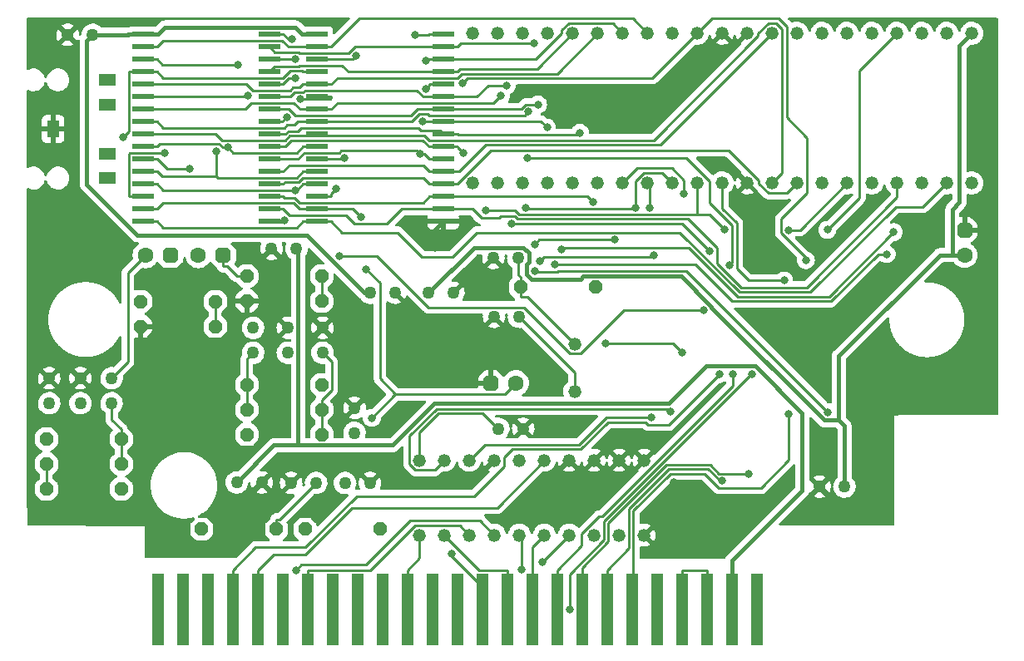
<source format=gbr>
%TF.GenerationSoftware,KiCad,Pcbnew,(6.0.5)*%
%TF.CreationDate,2022-11-15T11:28:17-03:00*%
%TF.ProjectId,MSX OPL4 Wozblaster,4d535820-4f50-44c3-9420-576f7a626c61,rev?*%
%TF.SameCoordinates,Original*%
%TF.FileFunction,Copper,L2,Bot*%
%TF.FilePolarity,Positive*%
%FSLAX46Y46*%
G04 Gerber Fmt 4.6, Leading zero omitted, Abs format (unit mm)*
G04 Created by KiCad (PCBNEW (6.0.5)) date 2022-11-15 11:28:17*
%MOMM*%
%LPD*%
G01*
G04 APERTURE LIST*
G04 Aperture macros list*
%AMOutline5P*
0 Free polygon, 5 corners , with rotation*
0 The origin of the aperture is its center*
0 number of corners: always 5*
0 $1 to $10 corner X, Y*
0 $11 Rotation angle, in degrees counterclockwise*
0 create outline with 5 corners*
4,1,5,$1,$2,$3,$4,$5,$6,$7,$8,$9,$10,$1,$2,$11*%
%AMOutline6P*
0 Free polygon, 6 corners , with rotation*
0 The origin of the aperture is its center*
0 number of corners: always 6*
0 $1 to $12 corner X, Y*
0 $13 Rotation angle, in degrees counterclockwise*
0 create outline with 6 corners*
4,1,6,$1,$2,$3,$4,$5,$6,$7,$8,$9,$10,$11,$12,$1,$2,$13*%
%AMOutline7P*
0 Free polygon, 7 corners , with rotation*
0 The origin of the aperture is its center*
0 number of corners: always 7*
0 $1 to $14 corner X, Y*
0 $15 Rotation angle, in degrees counterclockwise*
0 create outline with 7 corners*
4,1,7,$1,$2,$3,$4,$5,$6,$7,$8,$9,$10,$11,$12,$13,$14,$1,$2,$15*%
%AMOutline8P*
0 Free polygon, 8 corners , with rotation*
0 The origin of the aperture is its center*
0 number of corners: always 8*
0 $1 to $16 corner X, Y*
0 $17 Rotation angle, in degrees counterclockwise*
0 create outline with 8 corners*
4,1,8,$1,$2,$3,$4,$5,$6,$7,$8,$9,$10,$11,$12,$13,$14,$15,$16,$1,$2,$17*%
G04 Aperture macros list end*
%TA.AperFunction,SMDPad,CuDef*%
%ADD10R,1.270000X7.320000*%
%TD*%
%TA.AperFunction,ComponentPad*%
%ADD11R,1.800000X1.300000*%
%TD*%
%TA.AperFunction,ComponentPad*%
%ADD12R,1.300000X1.800000*%
%TD*%
%TA.AperFunction,ComponentPad*%
%ADD13Outline8P,-0.800100X0.400050X-0.400050X0.800100X0.400050X0.800100X0.800100X0.400050X0.800100X-0.400050X0.400050X-0.800100X-0.400050X-0.800100X-0.800100X-0.400050X0.000000*%
%TD*%
%TA.AperFunction,ComponentPad*%
%ADD14C,1.600200*%
%TD*%
%TA.AperFunction,SMDPad,CuDef*%
%ADD15R,2.200000X0.600000*%
%TD*%
%TA.AperFunction,ComponentPad*%
%ADD16C,1.320800*%
%TD*%
%TA.AperFunction,ComponentPad*%
%ADD17C,1.270000*%
%TD*%
%TA.AperFunction,ComponentPad*%
%ADD18Outline8P,-0.660400X0.330200X-0.330200X0.660400X0.330200X0.660400X0.660400X0.330200X0.660400X-0.330200X0.330200X-0.660400X-0.330200X-0.660400X-0.660400X-0.330200X0.000000*%
%TD*%
%TA.AperFunction,ComponentPad*%
%ADD19Outline8P,-0.660400X0.330200X-0.330200X0.660400X0.330200X0.660400X0.660400X0.330200X0.660400X-0.330200X0.330200X-0.660400X-0.330200X-0.660400X-0.660400X-0.330200X180.000000*%
%TD*%
%TA.AperFunction,ComponentPad*%
%ADD20Outline8P,-0.800100X0.400050X-0.400050X0.800100X0.400050X0.800100X0.800100X0.400050X0.800100X-0.400050X0.400050X-0.800100X-0.400050X-0.800100X-0.800100X-0.400050X180.000000*%
%TD*%
%TA.AperFunction,ComponentPad*%
%ADD21Outline8P,-0.800100X0.400050X-0.400050X0.800100X0.400050X0.800100X0.800100X0.400050X0.800100X-0.400050X0.400050X-0.800100X-0.400050X-0.800100X-0.800100X-0.400050X90.000000*%
%TD*%
%TA.AperFunction,ViaPad*%
%ADD22C,0.800000*%
%TD*%
%TA.AperFunction,Conductor*%
%ADD23C,0.406400*%
%TD*%
%TA.AperFunction,Conductor*%
%ADD24C,0.250000*%
%TD*%
G04 APERTURE END LIST*
D10*
%TO.P,IC1,-12V*%
%TO.N,N/C*%
X173400000Y-130840000D03*
%TO.P,IC1,+12V*%
%TO.N,+12V*%
X170860000Y-130840000D03*
%TO.P,IC1,SW2*%
%TO.N,N$48*%
X168320000Y-130840000D03*
%TO.P,IC1,SW1*%
X165780000Y-130840000D03*
%TO.P,IC1,CLOCK*%
%TO.N,N/C*%
X163240000Y-130840000D03*
%TO.P,IC1,D6*%
%TO.N,N$7*%
X160700000Y-130840000D03*
%TO.P,IC1,D4*%
%TO.N,N$5*%
X158160000Y-130840000D03*
%TO.P,IC1,D2*%
%TO.N,N$3*%
X155620000Y-130840000D03*
%TO.P,IC1,D0*%
%TO.N,N$1*%
X153080000Y-130840000D03*
%TO.P,IC1,A4*%
%TO.N,AA4*%
X150540000Y-130840000D03*
%TO.P,IC1,A2*%
%TO.N,AA2*%
X148000000Y-130840000D03*
%TO.P,IC1,A0*%
%TO.N,AA0*%
X145460000Y-130840000D03*
%TO.P,IC1,A13*%
%TO.N,N/C*%
X142920000Y-130840000D03*
%TO.P,IC1,A8*%
X140380000Y-130840000D03*
%TO.P,IC1,A6*%
%TO.N,AA6*%
X137840000Y-130840000D03*
%TO.P,IC1,A10*%
%TO.N,N/C*%
X135300000Y-130840000D03*
%TO.P,IC1,A15*%
X132760000Y-130840000D03*
%TO.P,IC1,/RESV1*%
X130220000Y-130840000D03*
%TO.P,IC1,/RD*%
%TO.N,N$9*%
X127680000Y-130840000D03*
%TO.P,IC1,/MREQ*%
%TO.N,N/C*%
X125140000Y-130840000D03*
%TO.P,IC1,/BUSDIR*%
%TO.N,N$14*%
X122600000Y-130840000D03*
%TO.P,IC1,/INT*%
%TO.N,N$51*%
X120060000Y-130840000D03*
%TO.P,IC1,/RFSH*%
%TO.N,N/C*%
X117520000Y-130840000D03*
%TO.P,IC1,/SLTSL*%
X114980000Y-130840000D03*
%TO.P,IC1,/CS2*%
X112440000Y-130840000D03*
%TD*%
D11*
%TO.P,U$6,5*%
%TO.N,N$33*%
X107270000Y-86925000D03*
%TO.P,U$6,4*%
%TO.N,N/C*%
X107270000Y-84425000D03*
%TO.P,U$6,3*%
X107270000Y-79425000D03*
%TO.P,U$6,2*%
%TO.N,N$25*%
X107270000Y-76925000D03*
D12*
%TO.P,U$6,1*%
%TO.N,GND*%
X101770000Y-81925000D03*
%TD*%
D13*
%TO.P,C10,-*%
%TO.N,N$24*%
X119100000Y-94790000D03*
D14*
%TO.P,C10,+*%
%TO.N,N$31*%
X116560000Y-94790000D03*
%TD*%
D15*
%TO.P,U$4,2*%
%TO.N,A16*%
X123766000Y-73555000D03*
%TO.P,U$4,13*%
%TO.N,MD0*%
X123766000Y-87525000D03*
%TO.P,U$4,1*%
%TO.N,A18*%
X123766000Y-72285000D03*
%TO.P,U$4,3*%
%TO.N,A14*%
X123766000Y-74825000D03*
%TO.P,U$4,4*%
%TO.N,A12*%
X123766000Y-76095000D03*
%TO.P,U$4,14*%
%TO.N,MD1*%
X123766000Y-88795000D03*
%TO.P,U$4,12*%
%TO.N,A0*%
X123766000Y-86255000D03*
%TO.P,U$4,11*%
%TO.N,A1*%
X123766000Y-84985000D03*
%TO.P,U$4,6*%
%TO.N,A6*%
X123766000Y-78635000D03*
%TO.P,U$4,9*%
%TO.N,A3*%
X123766000Y-82445000D03*
%TO.P,U$4,5*%
%TO.N,A7*%
X123766000Y-77365000D03*
%TO.P,U$4,7*%
%TO.N,A5*%
X123766000Y-79905000D03*
%TO.P,U$4,10*%
%TO.N,A2*%
X123766000Y-83715000D03*
%TO.P,U$4,8*%
%TO.N,A4*%
X123766000Y-81175000D03*
%TO.P,U$4,15*%
%TO.N,MD2*%
X123766000Y-90065000D03*
%TO.P,U$4,16*%
%TO.N,GND*%
X123766000Y-91335000D03*
%TO.P,U$4,17*%
%TO.N,MD3*%
X110934000Y-91335000D03*
%TO.P,U$4,18*%
%TO.N,MD4*%
X110934000Y-90065000D03*
%TO.P,U$4,19*%
%TO.N,MD5*%
X110934000Y-88795000D03*
%TO.P,U$4,20*%
%TO.N,MD6*%
X110934000Y-87525000D03*
%TO.P,U$4,21*%
%TO.N,MD7*%
X110934000Y-86255000D03*
%TO.P,U$4,22*%
%TO.N,N$45*%
X110934000Y-84985000D03*
%TO.P,U$4,23*%
%TO.N,A10*%
X110934000Y-83715000D03*
%TO.P,U$4,24*%
%TO.N,N$44*%
X110934000Y-82445000D03*
%TO.P,U$4,25*%
%TO.N,A11*%
X110934000Y-81175000D03*
%TO.P,U$4,26*%
%TO.N,A9*%
X110934000Y-79905000D03*
%TO.P,U$4,27*%
%TO.N,A8*%
X110934000Y-78635000D03*
%TO.P,U$4,28*%
%TO.N,A13*%
X110934000Y-77365000D03*
%TO.P,U$4,29*%
%TO.N,N$47*%
X110934000Y-76095000D03*
%TO.P,U$4,30*%
%TO.N,A17*%
X110934000Y-74825000D03*
%TO.P,U$4,31*%
%TO.N,A15*%
X110934000Y-73555000D03*
%TO.P,U$4,32*%
%TO.N,VCC*%
X110934000Y-72285000D03*
%TD*%
D16*
%TO.P,IC4,42*%
%TO.N,A20*%
X144490000Y-72170000D03*
%TO.P,IC4,41*%
%TO.N,A9*%
X147030000Y-72170000D03*
%TO.P,IC4,40*%
%TO.N,A10*%
X149570000Y-72170000D03*
%TO.P,IC4,39*%
%TO.N,A11*%
X152110000Y-72170000D03*
%TO.P,IC4,38*%
%TO.N,A12*%
X154650000Y-72170000D03*
%TO.P,IC4,37*%
%TO.N,A13*%
X157190000Y-72170000D03*
%TO.P,IC4,36*%
%TO.N,A14*%
X159730000Y-72170000D03*
%TO.P,IC4,35*%
%TO.N,A15*%
X162270000Y-72170000D03*
%TO.P,IC4,34*%
%TO.N,A16*%
X164810000Y-72170000D03*
%TO.P,IC4,33*%
%TO.N,A17*%
X167350000Y-72170000D03*
%TO.P,IC4,32*%
%TO.N,GND*%
X169890000Y-72170000D03*
%TO.P,IC4,31*%
X172430000Y-72170000D03*
%TO.P,IC4,30*%
%TO.N,A0*%
X174970000Y-72170000D03*
%TO.P,IC4,29*%
%TO.N,MD7*%
X177510000Y-72170000D03*
%TO.P,IC4,28*%
%TO.N,N/C*%
X180050000Y-72170000D03*
%TO.P,IC4,27*%
%TO.N,MD6*%
X182590000Y-72170000D03*
%TO.P,IC4,26*%
%TO.N,N/C*%
X185130000Y-72170000D03*
%TO.P,IC4,25*%
%TO.N,MD5*%
X187670000Y-72170000D03*
%TO.P,IC4,24*%
%TO.N,N/C*%
X190210000Y-72170000D03*
%TO.P,IC4,23*%
%TO.N,MD4*%
X192750000Y-72170000D03*
%TO.P,IC4,22*%
%TO.N,VCC*%
X195290000Y-72170000D03*
%TO.P,IC4,21*%
%TO.N,N/C*%
X195290000Y-87410000D03*
%TO.P,IC4,20*%
%TO.N,MD3*%
X192750000Y-87410000D03*
%TO.P,IC4,19*%
%TO.N,N/C*%
X190210000Y-87410000D03*
%TO.P,IC4,18*%
%TO.N,MD2*%
X187670000Y-87410000D03*
%TO.P,IC4,17*%
%TO.N,N/C*%
X185130000Y-87410000D03*
%TO.P,IC4,16*%
%TO.N,MD1*%
X182590000Y-87410000D03*
%TO.P,IC4,15*%
%TO.N,N/C*%
X180050000Y-87410000D03*
%TO.P,IC4,14*%
%TO.N,MD0*%
X177510000Y-87410000D03*
%TO.P,IC4,13*%
%TO.N,N$44*%
X174970000Y-87410000D03*
%TO.P,IC4,12*%
%TO.N,GND*%
X172430000Y-87410000D03*
%TO.P,IC4,11*%
%TO.N,N$43*%
X169890000Y-87410000D03*
%TO.P,IC4,10*%
%TO.N,A1*%
X167350000Y-87410000D03*
%TO.P,IC4,9*%
%TO.N,A2*%
X164810000Y-87410000D03*
%TO.P,IC4,8*%
%TO.N,A3*%
X162270000Y-87410000D03*
%TO.P,IC4,7*%
%TO.N,A4*%
X159730000Y-87410000D03*
%TO.P,IC4,6*%
%TO.N,A5*%
X157190000Y-87410000D03*
%TO.P,IC4,5*%
%TO.N,A6*%
X154650000Y-87410000D03*
%TO.P,IC4,4*%
%TO.N,A7*%
X152110000Y-87410000D03*
%TO.P,IC4,3*%
%TO.N,A8*%
X149570000Y-87410000D03*
%TO.P,IC4,2*%
%TO.N,A18*%
X147030000Y-87410000D03*
%TO.P,IC4,1*%
%TO.N,A19*%
X144490000Y-87410000D03*
%TD*%
%TO.P,IC5,1*%
%TO.N,AA6*%
X139080000Y-123290000D03*
%TO.P,IC5,2*%
%TO.N,AA2*%
X141620000Y-123290000D03*
%TO.P,IC5,3*%
%TO.N,N$9*%
X144160000Y-123290000D03*
%TO.P,IC5,4*%
%TO.N,N$10*%
X146700000Y-123290000D03*
%TO.P,IC5,5*%
%TO.N,AA5*%
X149240000Y-123290000D03*
%TO.P,IC5,6*%
%TO.N,AA4*%
X151780000Y-123290000D03*
%TO.P,IC5,7*%
%TO.N,AA3*%
X154320000Y-123290000D03*
%TO.P,IC5,8*%
%TO.N,AA7*%
X156860000Y-123290000D03*
%TO.P,IC5,9*%
%TO.N,AA1*%
X159400000Y-123290000D03*
%TO.P,IC5,10*%
%TO.N,GND*%
X161940000Y-123290000D03*
%TO.P,IC5,11*%
X161940000Y-115670000D03*
%TO.P,IC5,12*%
X159400000Y-115670000D03*
%TO.P,IC5,13*%
X156860000Y-115670000D03*
%TO.P,IC5,14*%
X154320000Y-115670000D03*
%TO.P,IC5,15*%
%TO.N,N$14*%
X151780000Y-115670000D03*
%TO.P,IC5,16*%
%TO.N,N$13*%
X149240000Y-115670000D03*
%TO.P,IC5,17*%
%TO.N,GND*%
X146700000Y-115670000D03*
%TO.P,IC5,18*%
%TO.N,N$12*%
X144160000Y-115670000D03*
%TO.P,IC5,19*%
%TO.N,N$11*%
X141620000Y-115670000D03*
%TO.P,IC5,20*%
%TO.N,N$54*%
X139080000Y-115670000D03*
%TD*%
D15*
%TO.P,U$5,2*%
%TO.N,A16*%
X141486000Y-73555000D03*
%TO.P,U$5,13*%
%TO.N,MD0*%
X141486000Y-87525000D03*
%TO.P,U$5,1*%
%TO.N,A18*%
X141486000Y-72285000D03*
%TO.P,U$5,3*%
%TO.N,A14*%
X141486000Y-74825000D03*
%TO.P,U$5,4*%
%TO.N,A12*%
X141486000Y-76095000D03*
%TO.P,U$5,14*%
%TO.N,MD1*%
X141486000Y-88795000D03*
%TO.P,U$5,12*%
%TO.N,A0*%
X141486000Y-86255000D03*
%TO.P,U$5,11*%
%TO.N,A1*%
X141486000Y-84985000D03*
%TO.P,U$5,6*%
%TO.N,A6*%
X141486000Y-78635000D03*
%TO.P,U$5,9*%
%TO.N,A3*%
X141486000Y-82445000D03*
%TO.P,U$5,5*%
%TO.N,A7*%
X141486000Y-77365000D03*
%TO.P,U$5,7*%
%TO.N,A5*%
X141486000Y-79905000D03*
%TO.P,U$5,10*%
%TO.N,A2*%
X141486000Y-83715000D03*
%TO.P,U$5,8*%
%TO.N,A4*%
X141486000Y-81175000D03*
%TO.P,U$5,15*%
%TO.N,MD2*%
X141486000Y-90065000D03*
%TO.P,U$5,16*%
%TO.N,GND*%
X141486000Y-91335000D03*
%TO.P,U$5,17*%
%TO.N,MD3*%
X128654000Y-91335000D03*
%TO.P,U$5,18*%
%TO.N,MD4*%
X128654000Y-90065000D03*
%TO.P,U$5,19*%
%TO.N,MD5*%
X128654000Y-88795000D03*
%TO.P,U$5,20*%
%TO.N,MD6*%
X128654000Y-87525000D03*
%TO.P,U$5,21*%
%TO.N,MD7*%
X128654000Y-86255000D03*
%TO.P,U$5,22*%
%TO.N,N$46*%
X128654000Y-84985000D03*
%TO.P,U$5,23*%
%TO.N,A10*%
X128654000Y-83715000D03*
%TO.P,U$5,24*%
%TO.N,N$44*%
X128654000Y-82445000D03*
%TO.P,U$5,25*%
%TO.N,A11*%
X128654000Y-81175000D03*
%TO.P,U$5,26*%
%TO.N,A9*%
X128654000Y-79905000D03*
%TO.P,U$5,27*%
%TO.N,A8*%
X128654000Y-78635000D03*
%TO.P,U$5,28*%
%TO.N,A13*%
X128654000Y-77365000D03*
%TO.P,U$5,29*%
%TO.N,N$47*%
X128654000Y-76095000D03*
%TO.P,U$5,30*%
%TO.N,A17*%
X128654000Y-74825000D03*
%TO.P,U$5,31*%
%TO.N,A15*%
X128654000Y-73555000D03*
%TO.P,U$5,32*%
%TO.N,VCC*%
X128654000Y-72285000D03*
%TD*%
D17*
%TO.P,C7,1*%
%TO.N,N$26*%
X131490000Y-117980000D03*
%TO.P,C7,2*%
%TO.N,GND*%
X134030000Y-117980000D03*
%TD*%
D18*
%TO.P,R1,2*%
%TO.N,N$18*%
X124510000Y-122680000D03*
%TO.P,R1,1*%
%TO.N,N$17*%
X116890000Y-122680000D03*
%TD*%
D19*
%TO.P,R2,2*%
%TO.N,N$26*%
X127410000Y-122680000D03*
%TO.P,R2,1*%
%TO.N,N$34*%
X135030000Y-122680000D03*
%TD*%
%TO.P,R3,1*%
%TO.N,N$19*%
X108720000Y-118570000D03*
%TO.P,R3,2*%
%TO.N,N$20*%
X101100000Y-118570000D03*
%TD*%
D18*
%TO.P,R4,1*%
%TO.N,N$20*%
X101100000Y-116030000D03*
%TO.P,R4,2*%
%TO.N,N$21*%
X108720000Y-116030000D03*
%TD*%
D19*
%TO.P,R5,1*%
%TO.N,N$21*%
X108720000Y-113490000D03*
%TO.P,R5,2*%
%TO.N,N$22*%
X101100000Y-113490000D03*
%TD*%
D18*
%TO.P,R6,2*%
%TO.N,N$25*%
X118290000Y-99490000D03*
%TO.P,R6,1*%
%TO.N,N$32*%
X110670000Y-99490000D03*
%TD*%
D19*
%TO.P,R7,2*%
%TO.N,GND*%
X110670000Y-102030000D03*
%TO.P,R7,1*%
%TO.N,N$25*%
X118290000Y-102030000D03*
%TD*%
%TO.P,R8,2*%
%TO.N,N$24*%
X121496100Y-96903600D03*
%TO.P,R8,1*%
%TO.N,N$33*%
X129116100Y-96903600D03*
%TD*%
%TO.P,R9,2*%
%TO.N,GND*%
X121496100Y-99453600D03*
%TO.P,R9,1*%
%TO.N,N$33*%
X129116100Y-99453600D03*
%TD*%
D18*
%TO.P,R10,1*%
%TO.N,N$27*%
X121496100Y-113040000D03*
%TO.P,R10,2*%
%TO.N,N$28*%
X129116100Y-113040000D03*
%TD*%
D19*
%TO.P,R11,1*%
%TO.N,N$28*%
X129116100Y-110500000D03*
%TO.P,R11,2*%
%TO.N,N$29*%
X121496100Y-110500000D03*
%TD*%
D18*
%TO.P,R12,1*%
%TO.N,N$29*%
X121496100Y-107960000D03*
%TO.P,R12,2*%
%TO.N,N$30*%
X129116100Y-107960000D03*
%TD*%
D17*
%TO.P,C11,2*%
%TO.N,N$23*%
X107730000Y-107310000D03*
%TO.P,C11,1*%
%TO.N,N$21*%
X107730000Y-109850000D03*
%TD*%
%TO.P,C2,2*%
%TO.N,GND*%
X101380000Y-107310000D03*
%TO.P,C2,1*%
%TO.N,N$20*%
X101380000Y-109850000D03*
%TD*%
%TO.P,C3,2*%
%TO.N,GND*%
X104555000Y-107310000D03*
%TO.P,C3,1*%
%TO.N,N$22*%
X104555000Y-109850000D03*
%TD*%
D16*
%TO.P,Q1,1*%
%TO.N,N$42*%
X154860000Y-103817000D03*
%TO.P,Q1,2*%
%TO.N,N$41*%
X154860000Y-108643000D03*
%TD*%
D18*
%TO.P,R13,1*%
%TO.N,N$42*%
X149340000Y-98020000D03*
%TO.P,R13,2*%
%TO.N,N$41*%
X156960000Y-98020000D03*
%TD*%
D20*
%TO.P,C8,-*%
%TO.N,GND*%
X146360000Y-107800000D03*
D14*
%TO.P,C8,+*%
%TO.N,N$35*%
X148900000Y-107800000D03*
%TD*%
%TO.P,C9,+*%
%TO.N,N$23*%
X111180000Y-94790000D03*
D13*
%TO.P,C9,-*%
%TO.N,N$32*%
X113720000Y-94790000D03*
%TD*%
D17*
%TO.P,C6,1*%
%TO.N,N$18*%
X128545000Y-117980000D03*
%TO.P,C6,2*%
%TO.N,GND*%
X126005000Y-117980000D03*
%TD*%
%TO.P,C12,1*%
%TO.N,N$29*%
X122136100Y-104720000D03*
%TO.P,C12,2*%
%TO.N,N$31*%
X122136100Y-102180000D03*
%TD*%
%TO.P,C5,1*%
%TO.N,N$30*%
X125668100Y-104720000D03*
%TO.P,C5,2*%
%TO.N,GND*%
X125668100Y-102180000D03*
%TD*%
%TO.P,C4,1*%
%TO.N,N$28*%
X129200000Y-104720000D03*
%TO.P,C4,2*%
%TO.N,GND*%
X129200000Y-102180000D03*
%TD*%
%TO.P,C1,1*%
%TO.N,GND*%
X132460000Y-110330000D03*
%TO.P,C1,2*%
%TO.N,N$15*%
X132460000Y-112870000D03*
%TD*%
%TO.P,C16,1*%
%TO.N,VCC*%
X182330000Y-118350000D03*
%TO.P,C16,2*%
%TO.N,GND*%
X179790000Y-118350000D03*
%TD*%
%TO.P,C17,1*%
%TO.N,VCC*%
X134060000Y-98600000D03*
%TO.P,C17,2*%
%TO.N,GND*%
X136600000Y-98600000D03*
%TD*%
%TO.P,C18,2*%
%TO.N,GND*%
X103250000Y-72340000D03*
%TO.P,C18,1*%
%TO.N,VCC*%
X105790000Y-72340000D03*
%TD*%
%TO.P,C13,2*%
%TO.N,GND*%
X142520000Y-98610000D03*
%TO.P,C13,1*%
%TO.N,VCC*%
X139980000Y-98610000D03*
%TD*%
%TO.P,C14,1*%
%TO.N,N$42*%
X149130000Y-95050000D03*
%TO.P,C14,2*%
%TO.N,GND*%
X146590000Y-95050000D03*
%TD*%
%TO.P,C15,1*%
%TO.N,N$41*%
X149200000Y-101050000D03*
%TO.P,C15,2*%
%TO.N,GND*%
X146660000Y-101050000D03*
%TD*%
%TO.P,C19,1*%
%TO.N,+12V*%
X120480000Y-117920000D03*
%TO.P,C19,2*%
%TO.N,GND*%
X123020000Y-117920000D03*
%TD*%
%TO.P,C20,2*%
%TO.N,GND*%
X124010000Y-94130000D03*
%TO.P,C20,1*%
%TO.N,+12V*%
X126550000Y-94130000D03*
%TD*%
D14*
%TO.P,C21,+*%
%TO.N,VCC*%
X194550000Y-94770000D03*
D21*
%TO.P,C21,-*%
%TO.N,GND*%
X194550000Y-92230000D03*
%TD*%
D17*
%TO.P,C23,1*%
%TO.N,N$54*%
X147090000Y-112450000D03*
%TO.P,C23,2*%
%TO.N,GND*%
X149630000Y-112450000D03*
%TD*%
D22*
%TO.N,GND*%
X164960000Y-117890000D03*
X165030000Y-121240000D03*
X166030000Y-125140000D03*
X173250000Y-95780000D03*
X155070000Y-112900000D03*
X140680000Y-94040000D03*
X143610000Y-91290000D03*
X125290188Y-91189812D03*
X187480000Y-95900000D03*
X133720000Y-106350000D03*
X137870000Y-100950000D03*
X140380000Y-102050000D03*
%TO.N,N$51*%
X169590000Y-106894600D03*
%TO.N,N$47*%
X108917800Y-82762100D03*
X150786000Y-93665000D03*
X158900600Y-93192400D03*
%TO.N,N$46*%
X131398900Y-84858700D03*
X168610700Y-94346700D03*
X148460100Y-91570200D03*
%TO.N,N$45*%
X115699400Y-86003700D03*
X130891500Y-94838500D03*
X167966500Y-100346700D03*
%TO.N,N$43*%
X176190900Y-97348200D03*
%TO.N,N$40*%
X158049400Y-103783500D03*
X165824100Y-104707800D03*
%TO.N,N$38*%
X186623700Y-94667800D03*
X152807900Y-95724800D03*
%TO.N,N$35*%
X133659900Y-96207900D03*
X134217000Y-111341500D03*
%TO.N,N$12*%
X162666300Y-111325000D03*
%TO.N,N$11*%
X164589100Y-110736700D03*
%TO.N,N$10*%
X126518400Y-126851500D03*
%TO.N,AA5*%
X149420900Y-126810000D03*
%TO.N,AA3*%
X151560000Y-126050000D03*
%TO.N,AA0*%
X142330000Y-125143100D03*
%TO.N,MD4*%
X180642700Y-110762800D03*
X150806200Y-96427300D03*
X133110000Y-90873600D03*
%TO.N,MD5*%
X113102400Y-84377400D03*
X130552000Y-88046300D03*
X180590000Y-92196700D03*
X187337000Y-92433500D03*
X153503900Y-94229600D03*
%TO.N,MD6*%
X162934100Y-94770100D03*
X151356700Y-95376400D03*
X126467600Y-88166700D03*
%TO.N,MD1*%
X176615900Y-92208000D03*
X156716700Y-89337000D03*
%TO.N,MD7*%
X118390100Y-84175900D03*
%TO.N,A16*%
X150729800Y-73220200D03*
%TO.N,A1*%
X170139900Y-92164600D03*
X145858100Y-90237900D03*
X139148800Y-84492300D03*
%TO.N,A14*%
X139763100Y-74949600D03*
X126444600Y-74828000D03*
%TO.N,A2*%
X149844400Y-89921100D03*
X143497200Y-84382300D03*
X161042900Y-89921100D03*
%TO.N,A3*%
X162462500Y-89921100D03*
X155393900Y-82302000D03*
%TO.N,A4*%
X139355000Y-81174500D03*
X125544000Y-80706300D03*
X152049500Y-81789100D03*
X165959700Y-88486300D03*
%TO.N,A11*%
X150177100Y-80176700D03*
%TO.N,A5*%
X151139300Y-79438300D03*
%TO.N,A10*%
X119553700Y-83806300D03*
%TO.N,A6*%
X147966200Y-77480800D03*
%TO.N,A9*%
X147346500Y-78538200D03*
%TO.N,A7*%
X139745400Y-77813500D03*
X126469300Y-76784900D03*
%TO.N,A8*%
X126910500Y-78887400D03*
X121628600Y-78554900D03*
%TO.N,A17*%
X143475500Y-77232700D03*
X132603400Y-74507300D03*
X120549700Y-75379800D03*
X178400000Y-95288580D03*
%TO.N,A18*%
X126055400Y-72815400D03*
X138642000Y-72365300D03*
%TO.N,A20*%
X150048400Y-84844500D03*
X170612900Y-95764200D03*
%TO.N,N$7*%
X176676188Y-110963812D03*
%TO.N,N$5*%
X169867600Y-117756800D03*
%TO.N,N$4*%
X172880100Y-106894600D03*
X154350000Y-130840000D03*
%TO.N,N$3*%
X172550000Y-117029100D03*
%TO.N,N$1*%
X170950900Y-106903200D03*
%TD*%
D23*
%TO.N,GND*%
X165030000Y-117960000D02*
X164960000Y-117890000D01*
X165030000Y-121240000D02*
X165030000Y-117960000D01*
D24*
%TO.N,N$7*%
X168097100Y-117015440D02*
X164605528Y-117015440D01*
X164605528Y-117015440D02*
X160840831Y-120780137D01*
X160840831Y-120780137D02*
X160840831Y-130699169D01*
X173825489Y-118484511D02*
X169566171Y-118484511D01*
X169566171Y-118484511D02*
X168097100Y-117015440D01*
X160840831Y-130699169D02*
X160700000Y-130840000D01*
X176676188Y-115633812D02*
X173825489Y-118484511D01*
X176676188Y-110963812D02*
X176676188Y-115633812D01*
%TO.N,N$5*%
X158160000Y-126851500D02*
X158160000Y-130840000D01*
X160388111Y-124623389D02*
X158160000Y-126851500D01*
X164418006Y-116562720D02*
X160388111Y-120592615D01*
X168459560Y-116562720D02*
X164418006Y-116562720D01*
X160388111Y-120592615D02*
X160388111Y-124623389D01*
X169653640Y-117756800D02*
X168459560Y-116562720D01*
X169867600Y-117756800D02*
X169653640Y-117756800D01*
%TO.N,N$3*%
X155620000Y-126632942D02*
X155620000Y-130840000D01*
X158305541Y-123947401D02*
X155620000Y-126632942D01*
X158305542Y-122034942D02*
X158305541Y-123947401D01*
X169566171Y-117029089D02*
X168647082Y-116110000D01*
X170169029Y-117029089D02*
X169566171Y-117029089D01*
X168647082Y-116110000D02*
X164230484Y-116110000D01*
X164230484Y-116110000D02*
X158305542Y-122034942D01*
X172550000Y-117029100D02*
X170169040Y-117029100D01*
X170169040Y-117029100D02*
X170169029Y-117029089D01*
D23*
%TO.N,GND*%
X173250000Y-88230000D02*
X172430000Y-87410000D01*
X173250000Y-95780000D02*
X173250000Y-88230000D01*
D24*
%TO.N,N$43*%
X171369420Y-91523478D02*
X171369420Y-96179420D01*
X172538200Y-97348200D02*
X176190900Y-97348200D01*
X169890000Y-90044058D02*
X171369420Y-91523478D01*
X169890000Y-87410000D02*
X169890000Y-90044058D01*
X171369420Y-96179420D02*
X172538200Y-97348200D01*
%TO.N,MD2*%
X144488100Y-90065000D02*
X141486000Y-90065000D01*
X145393700Y-90970600D02*
X144488100Y-90065000D01*
X147196300Y-90970600D02*
X145393700Y-90970600D01*
X147325200Y-90841700D02*
X147196300Y-90970600D01*
X148761900Y-90841700D02*
X147325200Y-90841700D01*
X149023400Y-91103200D02*
X148761900Y-90841700D01*
X171829000Y-98082100D02*
X169339200Y-95592300D01*
X178487900Y-98082100D02*
X171829000Y-98082100D01*
X187670000Y-88900000D02*
X178487900Y-98082100D01*
X169339200Y-95592300D02*
X169339200Y-94007800D01*
X169339200Y-94007800D02*
X166434600Y-91103200D01*
X187670000Y-87410000D02*
X187670000Y-88900000D01*
X166434600Y-91103200D02*
X149023400Y-91103200D01*
%TO.N,A17*%
X168857300Y-70662700D02*
X167350000Y-72170000D01*
X175594700Y-70662700D02*
X168857300Y-70662700D01*
X176438900Y-71506900D02*
X175594700Y-70662700D01*
X178525100Y-88461500D02*
X178525100Y-82849300D01*
X176438900Y-80763100D02*
X176438900Y-71506900D01*
X175886500Y-91100100D02*
X178525100Y-88461500D01*
X178400000Y-95022300D02*
X175886500Y-92508800D01*
X175886500Y-92508800D02*
X175886500Y-91100100D01*
X178400000Y-95288580D02*
X178400000Y-95022300D01*
X178525100Y-82849300D02*
X176438900Y-80763100D01*
D23*
%TO.N,+12V*%
X170860000Y-125888200D02*
X170860000Y-130840000D01*
X178030000Y-110886100D02*
X178030000Y-118718200D01*
X168284400Y-106083300D02*
X173227200Y-106083300D01*
X164487400Y-109880300D02*
X168284400Y-106083300D01*
X173227200Y-106083300D02*
X178030000Y-110886100D01*
X140587600Y-109880300D02*
X164487400Y-109880300D01*
X136336700Y-114131200D02*
X140587600Y-109880300D01*
X178030000Y-118718200D02*
X170860000Y-125888200D01*
X126719000Y-114131200D02*
X136336700Y-114131200D01*
D24*
%TO.N,AA0*%
X145460000Y-128552200D02*
X145460000Y-130840000D01*
X142330000Y-125422200D02*
X145460000Y-128552200D01*
X142330000Y-125143100D02*
X142330000Y-125422200D01*
%TO.N,N$54*%
X145503940Y-110863940D02*
X147090000Y-112450000D01*
X139080000Y-112778976D02*
X140995036Y-110863940D01*
X140995036Y-110863940D02*
X145503940Y-110863940D01*
X139080000Y-115670000D02*
X139080000Y-112778976D01*
%TO.N,N$51*%
X120060000Y-126851500D02*
X120060000Y-130840000D01*
X127484100Y-124533500D02*
X122378000Y-124533500D01*
X122378000Y-124533500D02*
X120060000Y-126851500D01*
X144661200Y-119318800D02*
X132698800Y-119318800D01*
X147710000Y-116270000D02*
X144661200Y-119318800D01*
X148550000Y-114540000D02*
X147710000Y-115380000D01*
X132698800Y-119318800D02*
X127484100Y-124533500D01*
X147710000Y-115380000D02*
X147710000Y-116270000D01*
X162089880Y-111777720D02*
X158242522Y-111777720D01*
X162364871Y-112052711D02*
X162089880Y-111777720D01*
X158242522Y-111777720D02*
X155480242Y-114540000D01*
X155480242Y-114540000D02*
X148550000Y-114540000D01*
X164431889Y-112052711D02*
X162364871Y-112052711D01*
X169590000Y-106894600D02*
X164431889Y-112052711D01*
%TO.N,N$12*%
X145742720Y-114087280D02*
X144160000Y-115670000D01*
X158055000Y-111325000D02*
X155292720Y-114087280D01*
X162666300Y-111325000D02*
X158055000Y-111325000D01*
X155292720Y-114087280D02*
X145742720Y-114087280D01*
%TO.N,N$11*%
X138069100Y-116068000D02*
X138664700Y-116663600D01*
X140807514Y-110411220D02*
X138069100Y-113149634D01*
X164263620Y-110411220D02*
X140807514Y-110411220D01*
X138069100Y-113149634D02*
X138069100Y-116068000D01*
X164589100Y-110736700D02*
X164263620Y-110411220D01*
X138664700Y-116663600D02*
X140626400Y-116663600D01*
X140626400Y-116663600D02*
X141620000Y-115670000D01*
%TO.N,N$1*%
X155590000Y-124341500D02*
X153080000Y-126851500D01*
X155590000Y-123158900D02*
X155590000Y-124341500D01*
X157354200Y-121394700D02*
X155590000Y-123158900D01*
X170950900Y-108109100D02*
X157665300Y-121394700D01*
X157665300Y-121394700D02*
X157354200Y-121394700D01*
X170950900Y-106903200D02*
X170950900Y-108109100D01*
X153080000Y-126851500D02*
X153080000Y-130840000D01*
D23*
%TO.N,GND*%
X140680000Y-94040000D02*
X140680000Y-92141000D01*
X140680000Y-92141000D02*
X141486000Y-91335000D01*
D24*
%TO.N,MD3*%
X142400000Y-94970000D02*
X144905311Y-92464689D01*
X136803900Y-92463900D02*
X139310000Y-94970000D01*
X131211400Y-92463900D02*
X136803900Y-92463900D01*
X130082500Y-91335000D02*
X131211400Y-92463900D01*
X139310000Y-94970000D02*
X142400000Y-94970000D01*
X128654000Y-91335000D02*
X130082500Y-91335000D01*
X144905311Y-92464689D02*
X165568731Y-92464689D01*
X190295400Y-89864600D02*
X192750000Y-87410000D01*
X187545100Y-89864600D02*
X190295400Y-89864600D01*
X178868700Y-98541000D02*
X187545100Y-89864600D01*
X171645042Y-98541000D02*
X178868700Y-98541000D01*
X165568731Y-92464689D02*
X171645042Y-98541000D01*
%TO.N,N$4*%
X157852822Y-121847420D02*
X172805642Y-106894600D01*
X157852822Y-123759878D02*
X157852822Y-121847420D01*
X154350000Y-127262700D02*
X157852822Y-123759878D01*
X172805642Y-106894600D02*
X172880100Y-106894600D01*
X154350000Y-130840000D02*
X154350000Y-127262700D01*
D23*
%TO.N,GND*%
X141531000Y-91290000D02*
X141486000Y-91335000D01*
X143610000Y-91290000D02*
X141531000Y-91290000D01*
D24*
%TO.N,MD4*%
X132301400Y-90065000D02*
X128654000Y-90065000D01*
X133110000Y-90873600D02*
X132301400Y-90065000D01*
D23*
%TO.N,GND*%
X125145000Y-91335000D02*
X125290188Y-91189812D01*
X123766000Y-91335000D02*
X125145000Y-91335000D01*
D24*
%TO.N,N$38*%
X170871620Y-99472720D02*
X167123700Y-95724800D01*
X167123700Y-95724800D02*
X152807900Y-95724800D01*
X180938022Y-99472720D02*
X170871620Y-99472720D01*
X185742942Y-94667800D02*
X180938022Y-99472720D01*
X186623700Y-94667800D02*
X185742942Y-94667800D01*
%TO.N,N$14*%
X122600000Y-126851500D02*
X122600000Y-130840000D01*
X127414800Y-125260800D02*
X124190700Y-125260800D01*
X151780000Y-115720000D02*
X146988100Y-120511900D01*
X146988100Y-120511900D02*
X132163700Y-120511900D01*
X151780000Y-115670000D02*
X151780000Y-115720000D01*
X132163700Y-120511900D02*
X127414800Y-125260800D01*
X124190700Y-125260800D02*
X122600000Y-126851500D01*
D23*
%TO.N,GND*%
X139280000Y-100950000D02*
X140380000Y-102050000D01*
X137870000Y-100950000D02*
X139280000Y-100950000D01*
D24*
%TO.N,N$25*%
X118290000Y-102030000D02*
X118290000Y-101039800D01*
X118290000Y-99490000D02*
X118290000Y-101039800D01*
D23*
%TO.N,+12V*%
X124268800Y-114131200D02*
X120480000Y-117920000D01*
X126719000Y-114131200D02*
X124268800Y-114131200D01*
X126719000Y-94299000D02*
X126719000Y-114131200D01*
X126550000Y-94130000D02*
X126719000Y-94299000D01*
D24*
%TO.N,N$48*%
X165780000Y-126851500D02*
X168320000Y-126851500D01*
X165780000Y-130840000D02*
X165780000Y-126851500D01*
X168320000Y-130840000D02*
X168320000Y-126851500D01*
%TO.N,N$47*%
X109505500Y-82174400D02*
X108917800Y-82762100D01*
X109505500Y-76095000D02*
X109505500Y-82174400D01*
X110934000Y-76095000D02*
X109505500Y-76095000D01*
X112991000Y-76723500D02*
X112362500Y-76095000D01*
X125194500Y-76723500D02*
X112991000Y-76723500D01*
X125907900Y-76010100D02*
X125194500Y-76723500D01*
X127140600Y-76010100D02*
X125907900Y-76010100D01*
X127225500Y-76095000D02*
X127140600Y-76010100D01*
X128654000Y-76095000D02*
X127225500Y-76095000D01*
X110934000Y-76095000D02*
X112362500Y-76095000D01*
X151258600Y-93192400D02*
X158900600Y-93192400D01*
X150786000Y-93665000D02*
X151258600Y-93192400D01*
%TO.N,N$46*%
X131272600Y-84985000D02*
X131398900Y-84858700D01*
X128654000Y-84985000D02*
X131272600Y-84985000D01*
X165834200Y-91570200D02*
X148460100Y-91570200D01*
X168610700Y-94346700D02*
X165834200Y-91570200D01*
%TO.N,N$45*%
X113381200Y-86003700D02*
X115699400Y-86003700D01*
X112362500Y-84985000D02*
X113381200Y-86003700D01*
X134750300Y-94838500D02*
X130891500Y-94838500D01*
X139998200Y-100086400D02*
X134750300Y-94838500D01*
X149687100Y-100086400D02*
X139998200Y-100086400D01*
X154411100Y-104810400D02*
X149687100Y-100086400D01*
X155445600Y-104810400D02*
X154411100Y-104810400D01*
X159909300Y-100346700D02*
X155445600Y-104810400D01*
X167966500Y-100346700D02*
X159909300Y-100346700D01*
X110934000Y-84985000D02*
X112362500Y-84985000D01*
%TO.N,N$44*%
X110934000Y-82445000D02*
X112362500Y-82445000D01*
X128654000Y-82555200D02*
X128654000Y-82445000D01*
X139539200Y-82555200D02*
X128654000Y-82555200D01*
X140057600Y-83073600D02*
X139539200Y-82555200D01*
X162940000Y-83073600D02*
X140057600Y-83073600D01*
X173539700Y-72473900D02*
X162940000Y-83073600D01*
X173539700Y-72183000D02*
X173539700Y-72473900D01*
X174598300Y-71124400D02*
X173539700Y-72183000D01*
X175359300Y-71124400D02*
X174598300Y-71124400D01*
X175985300Y-71750400D02*
X175359300Y-71124400D01*
X175985300Y-86394700D02*
X175985300Y-71750400D01*
X174970000Y-87410000D02*
X175985300Y-86394700D01*
X128580700Y-82628500D02*
X128654000Y-82555200D01*
X125860200Y-82628500D02*
X128580700Y-82628500D01*
X125415100Y-83073600D02*
X125860200Y-82628500D01*
X118959500Y-83073600D02*
X125415100Y-83073600D01*
X118330900Y-82445000D02*
X118959500Y-83073600D01*
X112362500Y-82445000D02*
X118330900Y-82445000D01*
%TO.N,N$24*%
X119522400Y-95920100D02*
X119100000Y-95920100D01*
X120505900Y-96903600D02*
X119522400Y-95920100D01*
X121496100Y-96903600D02*
X120505900Y-96903600D01*
X119100000Y-94790000D02*
X119100000Y-95920100D01*
%TO.N,N$42*%
X149340000Y-98020000D02*
X149340000Y-99010200D01*
X149130000Y-96819800D02*
X149340000Y-97029800D01*
X149130000Y-95050000D02*
X149130000Y-96819800D01*
X149340000Y-98020000D02*
X149340000Y-97029800D01*
X150053200Y-99010200D02*
X149340000Y-99010200D01*
X154860000Y-103817000D02*
X150053200Y-99010200D01*
%TO.N,N$41*%
X154860000Y-106710000D02*
X154860000Y-108643000D01*
X149200000Y-101050000D02*
X154860000Y-106710000D01*
%TO.N,N$40*%
X164899800Y-103783500D02*
X158049400Y-103783500D01*
X165824100Y-104707800D02*
X164899800Y-103783500D01*
%TO.N,N$35*%
X136627200Y-108931300D02*
X134217000Y-111341500D01*
X147768700Y-108931300D02*
X136627200Y-108931300D01*
X148900000Y-107800000D02*
X147768700Y-108931300D01*
X135051700Y-97599700D02*
X133659900Y-96207900D01*
X135051700Y-107355800D02*
X135051700Y-97599700D01*
X136627200Y-108931300D02*
X135051700Y-107355800D01*
%TO.N,N$33*%
X129116100Y-99453600D02*
X129116100Y-96903600D01*
%TO.N,N$29*%
X121496100Y-105360000D02*
X121496100Y-107960000D01*
X122136100Y-104720000D02*
X121496100Y-105360000D01*
X121496100Y-107960000D02*
X121496100Y-110500000D01*
%TO.N,N$28*%
X130116100Y-108509800D02*
X129116100Y-109509800D01*
X130116100Y-105636100D02*
X130116100Y-108509800D01*
X129200000Y-104720000D02*
X130116100Y-105636100D01*
X129116100Y-110500000D02*
X129116100Y-109509800D01*
X129116100Y-113040000D02*
X129116100Y-110500000D01*
%TO.N,N$23*%
X109374300Y-96595700D02*
X111180000Y-94790000D01*
X109374300Y-105665700D02*
X109374300Y-96595700D01*
X107730000Y-107310000D02*
X109374300Y-105665700D01*
%TO.N,N$21*%
X107730000Y-111509800D02*
X108720000Y-112499800D01*
X107730000Y-109850000D02*
X107730000Y-111509800D01*
X108720000Y-113490000D02*
X108720000Y-112499800D01*
X108720000Y-116030000D02*
X108720000Y-113490000D01*
%TO.N,N$20*%
X101100000Y-116030000D02*
X101100000Y-118570000D01*
%TO.N,N$18*%
X124835200Y-121689800D02*
X124510000Y-121689800D01*
X128545000Y-117980000D02*
X124835200Y-121689800D01*
X124510000Y-122680000D02*
X124510000Y-121689800D01*
%TO.N,N$10*%
X127056300Y-126313600D02*
X126518400Y-126851500D01*
X133629500Y-126313600D02*
X127056300Y-126313600D01*
X138126100Y-121817000D02*
X133629500Y-126313600D01*
X145227000Y-121817000D02*
X138126100Y-121817000D01*
X146700000Y-123290000D02*
X145227000Y-121817000D01*
%TO.N,N$9*%
X127680000Y-130840000D02*
X127680000Y-126851500D01*
X143156800Y-122286800D02*
X144160000Y-123290000D01*
X138619900Y-122286800D02*
X143156800Y-122286800D01*
X134055200Y-126851500D02*
X138619900Y-122286800D01*
X127680000Y-126851500D02*
X134055200Y-126851500D01*
%TO.N,AA6*%
X139080000Y-125611500D02*
X139080000Y-123290000D01*
X137840000Y-126851500D02*
X139080000Y-125611500D01*
X137840000Y-130840000D02*
X137840000Y-126851500D01*
%TO.N,AA5*%
X149420900Y-123470900D02*
X149420900Y-126810000D01*
X149240000Y-123290000D02*
X149420900Y-123470900D01*
%TO.N,AA4*%
X150540000Y-130840000D02*
X150540000Y-126851500D01*
X150540000Y-124530000D02*
X150540000Y-126851500D01*
X151780000Y-123290000D02*
X150540000Y-124530000D01*
%TO.N,AA3*%
X154320000Y-123290000D02*
X151560000Y-126050000D01*
%TO.N,AA2*%
X145181500Y-126851500D02*
X148000000Y-126851500D01*
X141620000Y-123290000D02*
X145181500Y-126851500D01*
X148000000Y-130840000D02*
X148000000Y-126851500D01*
%TO.N,MD4*%
X110934000Y-90065000D02*
X112362500Y-90065000D01*
X127939800Y-90065000D02*
X127225500Y-90065000D01*
X126852200Y-90065000D02*
X127225500Y-90065000D01*
X126223700Y-89436500D02*
X126852200Y-90065000D01*
X112991000Y-89436500D02*
X126223700Y-89436500D01*
X112362500Y-90065000D02*
X112991000Y-89436500D01*
X127939800Y-90065000D02*
X128654000Y-90065000D01*
X166247000Y-96367100D02*
X180642700Y-110762800D01*
X153195900Y-96367100D02*
X166247000Y-96367100D01*
X153109700Y-96453300D02*
X153195900Y-96367100D01*
X150832200Y-96453300D02*
X153109700Y-96453300D01*
X150806200Y-96427300D02*
X150832200Y-96453300D01*
%TO.N,MD3*%
X112991000Y-91963500D02*
X112362500Y-91335000D01*
X126597000Y-91963500D02*
X112991000Y-91963500D01*
X127225500Y-91335000D02*
X126597000Y-91963500D01*
X128654000Y-91335000D02*
X127225500Y-91335000D01*
X110934000Y-91335000D02*
X112362500Y-91335000D01*
%TO.N,MD5*%
X109505500Y-84467900D02*
X109505500Y-88795000D01*
X109617000Y-84356400D02*
X109505500Y-84467900D01*
X113081400Y-84356400D02*
X109617000Y-84356400D01*
X113102400Y-84377400D02*
X113081400Y-84356400D01*
X110934000Y-88795000D02*
X109505500Y-88795000D01*
X130082500Y-88515800D02*
X130082500Y-88795000D01*
X130552000Y-88046300D02*
X130082500Y-88515800D01*
X128654000Y-88795000D02*
X130082500Y-88795000D01*
X183860000Y-88926700D02*
X180590000Y-92196700D01*
X183860000Y-75980000D02*
X183860000Y-88926700D01*
X187670000Y-72170000D02*
X183860000Y-75980000D01*
X153746600Y-93986900D02*
X153503900Y-94229600D01*
X166450700Y-93986900D02*
X153746600Y-93986900D01*
X171483800Y-99020000D02*
X166450700Y-93986900D01*
X180750500Y-99020000D02*
X171483800Y-99020000D01*
X187337000Y-92433500D02*
X180750500Y-99020000D01*
%TO.N,MD2*%
X125823000Y-90693500D02*
X125194500Y-90065000D01*
X131555900Y-90693500D02*
X125823000Y-90693500D01*
X132463700Y-91601300D02*
X131555900Y-90693500D01*
X135752700Y-91601300D02*
X132463700Y-91601300D01*
X137289000Y-90065000D02*
X135752700Y-91601300D01*
X141486000Y-90065000D02*
X137289000Y-90065000D01*
X123766000Y-90065000D02*
X125194500Y-90065000D01*
%TO.N,MD6*%
X110934000Y-87525000D02*
X112362500Y-87525000D01*
X128654000Y-87525000D02*
X127225500Y-87525000D01*
X126467600Y-88166700D02*
X126467600Y-88153500D01*
X112991000Y-88153500D02*
X126467600Y-88153500D01*
X112362500Y-87525000D02*
X112991000Y-88153500D01*
X126597000Y-88153500D02*
X127225500Y-87525000D01*
X126467600Y-88153500D02*
X126597000Y-88153500D01*
X162746100Y-94958100D02*
X162934100Y-94770100D01*
X151775000Y-94958100D02*
X162746100Y-94958100D01*
X151356700Y-95376400D02*
X151775000Y-94958100D01*
%TO.N,MD1*%
X140771800Y-88795000D02*
X140057500Y-88795000D01*
X123766000Y-88795000D02*
X125194500Y-88795000D01*
X139429000Y-89423500D02*
X140057500Y-88795000D01*
X126852100Y-89423500D02*
X139429000Y-89423500D01*
X126370000Y-88941400D02*
X126852100Y-89423500D01*
X125340900Y-88941400D02*
X126370000Y-88941400D01*
X125194500Y-88795000D02*
X125340900Y-88941400D01*
X177792000Y-92208000D02*
X176615900Y-92208000D01*
X182590000Y-87410000D02*
X177792000Y-92208000D01*
X140771800Y-88795000D02*
X141486000Y-88795000D01*
X156174700Y-88795000D02*
X142914500Y-88795000D01*
X156716700Y-89337000D02*
X156174700Y-88795000D01*
X141486000Y-88795000D02*
X142914500Y-88795000D01*
%TO.N,MD7*%
X110934000Y-86255000D02*
X112362500Y-86255000D01*
X127939800Y-86255000D02*
X127225500Y-86255000D01*
X127939800Y-86255000D02*
X128654000Y-86255000D01*
X112843700Y-86736200D02*
X112362500Y-86255000D01*
X118390100Y-86736200D02*
X112843700Y-86736200D01*
X118390100Y-84175900D02*
X118390100Y-86736200D01*
X127212800Y-86255000D02*
X127225500Y-86255000D01*
X126584200Y-86883600D02*
X127212800Y-86255000D01*
X118537500Y-86883600D02*
X126584200Y-86883600D01*
X118390100Y-86736200D02*
X118537500Y-86883600D01*
%TO.N,MD0*%
X125382300Y-87337200D02*
X125194500Y-87525000D01*
X126772000Y-87337200D02*
X125382300Y-87337200D01*
X127212700Y-86896500D02*
X126772000Y-87337200D01*
X139429000Y-86896500D02*
X127212700Y-86896500D01*
X140057500Y-87525000D02*
X139429000Y-86896500D01*
X141486000Y-87525000D02*
X140057500Y-87525000D01*
X123766000Y-87525000D02*
X125194500Y-87525000D01*
X141486000Y-87525000D02*
X142914500Y-87525000D01*
X176474200Y-88445800D02*
X177510000Y-87410000D01*
X174568100Y-88445800D02*
X176474200Y-88445800D01*
X173623700Y-87501400D02*
X174568100Y-88445800D01*
X173623700Y-87197500D02*
X173623700Y-87501400D01*
X170542100Y-84115900D02*
X173623700Y-87197500D01*
X146323600Y-84115900D02*
X170542100Y-84115900D01*
X142914500Y-87525000D02*
X146323600Y-84115900D01*
%TO.N,A16*%
X132525500Y-73555000D02*
X141486000Y-73555000D01*
X131890800Y-74189700D02*
X132525500Y-73555000D01*
X126836600Y-74189700D02*
X131890800Y-74189700D01*
X126746400Y-74099500D02*
X126836600Y-74189700D01*
X124310500Y-74099500D02*
X126746400Y-74099500D01*
X123766000Y-73555000D02*
X124310500Y-74099500D01*
X143249300Y-73220200D02*
X142914500Y-73555000D01*
X150729800Y-73220200D02*
X143249300Y-73220200D01*
X141486000Y-73555000D02*
X142914500Y-73555000D01*
%TO.N,A0*%
X123766000Y-86255000D02*
X125194500Y-86255000D01*
X140771800Y-86255000D02*
X140057500Y-86255000D01*
X140771800Y-86255000D02*
X141486000Y-86255000D01*
X143068600Y-86255000D02*
X141486000Y-86255000D01*
X145796400Y-83527200D02*
X143068600Y-86255000D01*
X163612800Y-83527200D02*
X145796400Y-83527200D01*
X174970000Y-72170000D02*
X163612800Y-83527200D01*
X125823000Y-85626500D02*
X125194500Y-86255000D01*
X139429000Y-85626500D02*
X125823000Y-85626500D01*
X140057500Y-86255000D02*
X139429000Y-85626500D01*
%TO.N,A15*%
X112991000Y-72926500D02*
X112362500Y-73555000D01*
X125099100Y-72926500D02*
X112991000Y-72926500D01*
X125727600Y-73555000D02*
X125099100Y-72926500D01*
X128654000Y-73555000D02*
X125727600Y-73555000D01*
X110934000Y-73555000D02*
X112362500Y-73555000D01*
X132952500Y-70685000D02*
X130082500Y-73555000D01*
X160785000Y-70685000D02*
X132952500Y-70685000D01*
X162270000Y-72170000D02*
X160785000Y-70685000D01*
X128654000Y-73555000D02*
X130082500Y-73555000D01*
%TO.N,A1*%
X141486000Y-84985000D02*
X140057500Y-84985000D01*
X139564800Y-84492300D02*
X139148800Y-84492300D01*
X140057500Y-84985000D02*
X139564800Y-84492300D01*
X126721000Y-84985000D02*
X123766000Y-84985000D01*
X127362400Y-84343600D02*
X126721000Y-84985000D01*
X130883800Y-84343600D02*
X127362400Y-84343600D01*
X131097200Y-84130200D02*
X130883800Y-84343600D01*
X138786700Y-84130200D02*
X131097200Y-84130200D01*
X139148800Y-84492300D02*
X138786700Y-84130200D01*
X167350000Y-87410000D02*
X167350000Y-90649700D01*
X168625000Y-90649700D02*
X167350000Y-90649700D01*
X170139900Y-92164600D02*
X168625000Y-90649700D01*
X148799500Y-90237900D02*
X145858100Y-90237900D01*
X149211300Y-90649700D02*
X148799500Y-90237900D01*
X167350000Y-90649700D02*
X149211300Y-90649700D01*
%TO.N,A14*%
X139887700Y-74825000D02*
X139763100Y-74949600D01*
X141486000Y-74825000D02*
X139887700Y-74825000D01*
X126441600Y-74825000D02*
X126444600Y-74828000D01*
X123766000Y-74825000D02*
X126441600Y-74825000D01*
X150872300Y-74825000D02*
X141486000Y-74825000D01*
X153540500Y-72156800D02*
X150872300Y-74825000D01*
X153540500Y-71880900D02*
X153540500Y-72156800D01*
X154247300Y-71174100D02*
X153540500Y-71880900D01*
X158734100Y-71174100D02*
X154247300Y-71174100D01*
X159730000Y-72170000D02*
X158734100Y-71174100D01*
%TO.N,A2*%
X141486000Y-83715000D02*
X140057500Y-83715000D01*
X142914500Y-83799600D02*
X142914500Y-83715000D01*
X143497200Y-84382300D02*
X142914500Y-83799600D01*
X141486000Y-83715000D02*
X142914500Y-83715000D01*
X160888200Y-90075800D02*
X161042900Y-89921100D01*
X149999100Y-90075800D02*
X160888200Y-90075800D01*
X149844400Y-89921100D02*
X149999100Y-90075800D01*
X163790100Y-86390100D02*
X164810000Y-87410000D01*
X161887200Y-86390100D02*
X163790100Y-86390100D01*
X161042900Y-87234400D02*
X161887200Y-86390100D01*
X161042900Y-89921100D02*
X161042900Y-87234400D01*
X139424500Y-83082000D02*
X140057500Y-83715000D01*
X126048100Y-83082000D02*
X139424500Y-83082000D01*
X125415100Y-83715000D02*
X126048100Y-83082000D01*
X123766000Y-83715000D02*
X125415100Y-83715000D01*
%TO.N,A13*%
X110934000Y-77365000D02*
X112362500Y-77365000D01*
X127939800Y-77365000D02*
X127225500Y-77365000D01*
X127939800Y-77365000D02*
X128654000Y-77365000D01*
X128654000Y-77365000D02*
X130082500Y-77365000D01*
X153061200Y-76298800D02*
X157190000Y-72170000D01*
X143379200Y-76298800D02*
X153061200Y-76298800D01*
X142941500Y-76736500D02*
X143379200Y-76298800D01*
X130711000Y-76736500D02*
X142941500Y-76736500D01*
X130082500Y-77365000D02*
X130711000Y-76736500D01*
X121469000Y-77365000D02*
X112362500Y-77365000D01*
X122097500Y-77993500D02*
X121469000Y-77365000D01*
X125887600Y-77993500D02*
X122097500Y-77993500D01*
X126175700Y-77705400D02*
X125887600Y-77993500D01*
X126885100Y-77705400D02*
X126175700Y-77705400D01*
X127225500Y-77365000D02*
X126885100Y-77705400D01*
%TO.N,A3*%
X162462500Y-87602500D02*
X162270000Y-87410000D01*
X162462500Y-89921100D02*
X162462500Y-87602500D01*
X123766000Y-82445000D02*
X125194500Y-82445000D01*
X125402300Y-82445000D02*
X125194500Y-82445000D01*
X125711500Y-82135800D02*
X125402300Y-82445000D01*
X126698100Y-82135800D02*
X125711500Y-82135800D01*
X127017500Y-81816400D02*
X126698100Y-82135800D01*
X138921000Y-81816400D02*
X127017500Y-81816400D01*
X139206200Y-82101600D02*
X138921000Y-81816400D01*
X141142600Y-82101600D02*
X139206200Y-82101600D01*
X141486000Y-82445000D02*
X141142600Y-82101600D01*
X143002000Y-82532500D02*
X142914500Y-82445000D01*
X155163400Y-82532500D02*
X143002000Y-82532500D01*
X155393900Y-82302000D02*
X155163400Y-82532500D01*
X141486000Y-82445000D02*
X142914500Y-82445000D01*
%TO.N,A12*%
X141486000Y-76095000D02*
X140057500Y-76095000D01*
X143221500Y-75788000D02*
X142914500Y-76095000D01*
X151032000Y-75788000D02*
X143221500Y-75788000D01*
X154650000Y-72170000D02*
X151032000Y-75788000D01*
X141486000Y-76095000D02*
X142914500Y-76095000D01*
X124304500Y-75556500D02*
X123766000Y-76095000D01*
X126746400Y-75556500D02*
X124304500Y-75556500D01*
X126836500Y-75466400D02*
X126746400Y-75556500D01*
X131190700Y-75466400D02*
X126836500Y-75466400D01*
X131819300Y-76095000D02*
X131190700Y-75466400D01*
X140057500Y-76095000D02*
X131819300Y-76095000D01*
%TO.N,A4*%
X141011300Y-81175000D02*
X140057500Y-81175000D01*
X141011300Y-81175000D02*
X141486000Y-81175000D01*
X151435400Y-81175000D02*
X152049500Y-81789100D01*
X141486000Y-81175000D02*
X151435400Y-81175000D01*
X125194500Y-81055800D02*
X125544000Y-80706300D01*
X125194500Y-81175000D02*
X125194500Y-81055800D01*
X123766000Y-81175000D02*
X125194500Y-81175000D01*
X165959700Y-87144800D02*
X165959700Y-88486300D01*
X164749000Y-85934100D02*
X165959700Y-87144800D01*
X161205900Y-85934100D02*
X164749000Y-85934100D01*
X159730000Y-87410000D02*
X161205900Y-85934100D01*
X140057000Y-81174500D02*
X139355000Y-81174500D01*
X140057500Y-81175000D02*
X140057000Y-81174500D01*
%TO.N,A11*%
X138243500Y-81175000D02*
X128654000Y-81175000D01*
X139059900Y-80358600D02*
X138243500Y-81175000D01*
X139854200Y-80358600D02*
X139059900Y-80358600D01*
X140031200Y-80535600D02*
X139854200Y-80358600D01*
X149818200Y-80535600D02*
X140031200Y-80535600D01*
X150177100Y-80176700D02*
X149818200Y-80535600D01*
X110934000Y-81175000D02*
X112362500Y-81175000D01*
X112991000Y-81803500D02*
X112362500Y-81175000D01*
X125309500Y-81803500D02*
X112991000Y-81803500D01*
X125582700Y-81530300D02*
X125309500Y-81803500D01*
X126321300Y-81530300D02*
X125582700Y-81530300D01*
X126676600Y-81175000D02*
X126321300Y-81530300D01*
X128654000Y-81175000D02*
X126676600Y-81175000D01*
%TO.N,A5*%
X123766000Y-79905000D02*
X125194500Y-79905000D01*
X140771800Y-79905000D02*
X140057500Y-79905000D01*
X140771800Y-79905000D02*
X141486000Y-79905000D01*
X141486000Y-79905000D02*
X142914500Y-79905000D01*
X149418600Y-79905000D02*
X142914500Y-79905000D01*
X149885300Y-79438300D02*
X149418600Y-79905000D01*
X151139300Y-79438300D02*
X149885300Y-79438300D01*
X125773000Y-79905000D02*
X125194500Y-79905000D01*
X126401500Y-80533500D02*
X125773000Y-79905000D01*
X138218500Y-80533500D02*
X126401500Y-80533500D01*
X138847000Y-79905000D02*
X138218500Y-80533500D01*
X140057500Y-79905000D02*
X138847000Y-79905000D01*
%TO.N,A10*%
X110934000Y-83715000D02*
X112362500Y-83715000D01*
X128654000Y-83715000D02*
X127225500Y-83715000D01*
X126596900Y-84343600D02*
X127225500Y-83715000D01*
X120091000Y-84343600D02*
X126596900Y-84343600D01*
X119553700Y-83806300D02*
X120091000Y-84343600D01*
X112639600Y-83437900D02*
X112362500Y-83715000D01*
X118682400Y-83437900D02*
X112639600Y-83437900D01*
X119050800Y-83806300D02*
X118682400Y-83437900D01*
X119553700Y-83806300D02*
X119050800Y-83806300D01*
%TO.N,A6*%
X140771800Y-78635000D02*
X140057500Y-78635000D01*
X140771800Y-78635000D02*
X141486000Y-78635000D01*
X144920700Y-78635000D02*
X141486000Y-78635000D01*
X146074900Y-77480800D02*
X144920700Y-78635000D01*
X147966200Y-77480800D02*
X146074900Y-77480800D01*
X125909600Y-78635000D02*
X123766000Y-78635000D01*
X126385700Y-78158900D02*
X125909600Y-78635000D01*
X127250600Y-78158900D02*
X126385700Y-78158900D01*
X127403000Y-78006500D02*
X127250600Y-78158900D01*
X138818000Y-78006500D02*
X127403000Y-78006500D01*
X139446500Y-78635000D02*
X138818000Y-78006500D01*
X140057500Y-78635000D02*
X139446500Y-78635000D01*
%TO.N,A9*%
X110934000Y-79905000D02*
X112362500Y-79905000D01*
X130722300Y-79265200D02*
X130082500Y-79905000D01*
X146619500Y-79265200D02*
X130722300Y-79265200D01*
X147346500Y-78538200D02*
X146619500Y-79265200D01*
X128654000Y-79905000D02*
X130082500Y-79905000D01*
X126897700Y-79905000D02*
X128654000Y-79905000D01*
X126269200Y-79276500D02*
X126897700Y-79905000D01*
X121937300Y-79276500D02*
X126269200Y-79276500D01*
X121308800Y-79905000D02*
X121937300Y-79276500D01*
X112362500Y-79905000D02*
X121308800Y-79905000D01*
%TO.N,A7*%
X140057500Y-77501400D02*
X140057500Y-77365000D01*
X139745400Y-77813500D02*
X140057500Y-77501400D01*
X141486000Y-77365000D02*
X140057500Y-77365000D01*
X125774600Y-76784900D02*
X125194500Y-77365000D01*
X126469300Y-76784900D02*
X125774600Y-76784900D01*
X123766000Y-77365000D02*
X125194500Y-77365000D01*
%TO.N,A8*%
X128654000Y-78635000D02*
X130082500Y-78635000D01*
X126918700Y-78895600D02*
X126910500Y-78887400D01*
X130009400Y-78895600D02*
X126918700Y-78895600D01*
X130082500Y-78822500D02*
X130009400Y-78895600D01*
X130082500Y-78635000D02*
X130082500Y-78822500D01*
X121548500Y-78635000D02*
X121628600Y-78554900D01*
X110934000Y-78635000D02*
X121548500Y-78635000D01*
%TO.N,A17*%
X132285700Y-74825000D02*
X128654000Y-74825000D01*
X132603400Y-74507300D02*
X132285700Y-74825000D01*
X112917300Y-75379800D02*
X112362500Y-74825000D01*
X120549700Y-75379800D02*
X112917300Y-75379800D01*
X110934000Y-74825000D02*
X112362500Y-74825000D01*
X162767700Y-76752300D02*
X167350000Y-72170000D01*
X143955900Y-76752300D02*
X162767700Y-76752300D01*
X143475500Y-77232700D02*
X143955900Y-76752300D01*
%TO.N,A18*%
X123766000Y-72285000D02*
X125194500Y-72285000D01*
X125724900Y-72815400D02*
X125194500Y-72285000D01*
X126055400Y-72815400D02*
X125724900Y-72815400D01*
X139977200Y-72365300D02*
X140057500Y-72285000D01*
X138642000Y-72365300D02*
X139977200Y-72365300D01*
X141486000Y-72285000D02*
X140057500Y-72285000D01*
%TO.N,A20*%
X166241500Y-84844500D02*
X150048400Y-84844500D01*
X168620000Y-87223000D02*
X166241500Y-84844500D01*
X168620000Y-89414300D02*
X168620000Y-87223000D01*
X170916700Y-91711000D02*
X168620000Y-89414300D01*
X170916700Y-95460400D02*
X170916700Y-91711000D01*
X170612900Y-95764200D02*
X170916700Y-95460400D01*
D23*
%TO.N,VCC*%
X126440600Y-71578300D02*
X127147300Y-72285000D01*
X113147400Y-71578300D02*
X126440600Y-71578300D01*
X112440700Y-72285000D02*
X113147400Y-71578300D01*
X110934000Y-72285000D02*
X112440700Y-72285000D01*
X110934000Y-72285000D02*
X109427300Y-72285000D01*
X128654000Y-72285000D02*
X127147300Y-72285000D01*
X109372300Y-72340000D02*
X109427300Y-72285000D01*
X105790000Y-72340000D02*
X109372300Y-72340000D01*
X193307100Y-90110700D02*
X193307100Y-94770000D01*
X194020000Y-89397800D02*
X193307100Y-90110700D01*
X194020000Y-73440000D02*
X194020000Y-89397800D01*
X195290000Y-72170000D02*
X194020000Y-73440000D01*
X193307100Y-94770000D02*
X194550000Y-94770000D01*
X182330000Y-112181500D02*
X181737200Y-111588700D01*
X182330000Y-118350000D02*
X182330000Y-112181500D01*
X192034200Y-94770000D02*
X193307100Y-94770000D01*
X181737200Y-105067000D02*
X192034200Y-94770000D01*
X181737200Y-111588700D02*
X181737200Y-105067000D01*
X144591800Y-93998200D02*
X139980000Y-98610000D01*
X149622000Y-93998200D02*
X144591800Y-93998200D01*
X150195000Y-94571200D02*
X149622000Y-93998200D01*
X150195000Y-95458400D02*
X150195000Y-94571200D01*
X149952600Y-95700800D02*
X150195000Y-95458400D01*
X149952600Y-96741100D02*
X149952600Y-95700800D01*
X150456900Y-97245400D02*
X149952600Y-96741100D01*
X155436600Y-97245400D02*
X150456900Y-97245400D01*
X155761800Y-96920200D02*
X155436600Y-97245400D01*
X165680900Y-96920200D02*
X155761800Y-96920200D01*
X168773200Y-100012500D02*
X165680900Y-96920200D01*
X168773200Y-100096100D02*
X168773200Y-100012500D01*
X180265800Y-111588700D02*
X168773200Y-100096100D01*
X181737200Y-111588700D02*
X180265800Y-111588700D01*
X105209200Y-72920800D02*
X105790000Y-72340000D01*
X105209200Y-87597000D02*
X105209200Y-72920800D01*
X110356100Y-92743900D02*
X105209200Y-87597000D01*
X127585000Y-92743900D02*
X110356100Y-92743900D01*
X133441100Y-98600000D02*
X127585000Y-92743900D01*
X134060000Y-98600000D02*
X133441100Y-98600000D01*
%TD*%
%TA.AperFunction,Conductor*%
%TO.N,GND*%
G36*
X177232603Y-116074321D02*
G01*
X177290747Y-116115062D01*
X177317635Y-116180770D01*
X177318300Y-116193702D01*
X177318300Y-118371214D01*
X177298298Y-118439335D01*
X177281395Y-118460309D01*
X170377284Y-125364420D01*
X170371018Y-125370274D01*
X170352990Y-125386001D01*
X170327219Y-125408482D01*
X170313305Y-125428280D01*
X170290309Y-125461001D01*
X170286375Y-125466298D01*
X170251454Y-125510834D01*
X170251450Y-125510840D01*
X170246767Y-125516813D01*
X170243642Y-125523734D01*
X170242428Y-125525739D01*
X170233659Y-125541112D01*
X170232541Y-125543196D01*
X170228170Y-125549416D01*
X170225410Y-125556495D01*
X170225409Y-125556497D01*
X170204852Y-125609224D01*
X170202295Y-125615307D01*
X170196272Y-125628646D01*
X170150009Y-125682500D01*
X170081238Y-125702794D01*
X167325473Y-125698457D01*
X161600133Y-125689446D01*
X161532044Y-125669337D01*
X161485635Y-125615608D01*
X161474331Y-125563446D01*
X161474331Y-124540350D01*
X161494333Y-124472229D01*
X161547989Y-124425736D01*
X161618263Y-124415632D01*
X161628139Y-124417457D01*
X161781203Y-124452092D01*
X161792613Y-124453594D01*
X161995643Y-124461571D01*
X162007125Y-124460969D01*
X162208212Y-124431814D01*
X162219395Y-124429129D01*
X162411795Y-124363818D01*
X162422310Y-124359136D01*
X162552409Y-124286277D01*
X162562273Y-124276200D01*
X162559318Y-124268528D01*
X161669885Y-123379095D01*
X161635859Y-123316783D01*
X161637694Y-123291132D01*
X162304408Y-123291132D01*
X162304539Y-123292965D01*
X162308790Y-123299580D01*
X162914613Y-123905403D01*
X162926993Y-123912163D01*
X162933573Y-123907237D01*
X163009136Y-123772310D01*
X163013818Y-123761795D01*
X163079129Y-123569395D01*
X163081814Y-123558212D01*
X163111265Y-123355085D01*
X163111895Y-123347702D01*
X163113309Y-123293704D01*
X163113066Y-123286305D01*
X163094286Y-123081921D01*
X163092188Y-123070600D01*
X163037038Y-122875053D01*
X163032913Y-122864306D01*
X162943048Y-122682078D01*
X162938538Y-122674719D01*
X162928027Y-122666830D01*
X162915608Y-122673602D01*
X162312022Y-123277188D01*
X162304408Y-123291132D01*
X161637694Y-123291132D01*
X161640924Y-123245968D01*
X161669885Y-123200905D01*
X162554073Y-122316717D01*
X162560833Y-122304337D01*
X162554803Y-122296282D01*
X162477595Y-122247567D01*
X162467352Y-122242348D01*
X162278628Y-122167055D01*
X162267601Y-122163788D01*
X162068321Y-122124149D01*
X162056875Y-122122946D01*
X161853718Y-122120287D01*
X161842238Y-122121190D01*
X161641987Y-122155600D01*
X161632939Y-122158024D01*
X161561963Y-122156333D01*
X161503168Y-122116538D01*
X161475222Y-122051273D01*
X161474331Y-122036317D01*
X161474331Y-121094731D01*
X161494333Y-121026610D01*
X161511236Y-121005636D01*
X164831027Y-117685845D01*
X164893339Y-117651819D01*
X164920122Y-117648940D01*
X167782506Y-117648940D01*
X167850627Y-117668942D01*
X167871601Y-117685845D01*
X168469530Y-118283775D01*
X169062519Y-118876764D01*
X169070059Y-118885050D01*
X169074171Y-118891529D01*
X169123601Y-118937946D01*
X169123822Y-118938154D01*
X169126664Y-118940909D01*
X169146401Y-118960646D01*
X169149598Y-118963126D01*
X169158618Y-118970829D01*
X169190850Y-119001097D01*
X169197796Y-119004916D01*
X169197799Y-119004918D01*
X169208605Y-119010859D01*
X169225124Y-119021710D01*
X169241130Y-119034125D01*
X169248399Y-119037270D01*
X169248403Y-119037273D01*
X169281708Y-119051685D01*
X169292358Y-119056902D01*
X169331111Y-119078206D01*
X169338786Y-119080177D01*
X169338787Y-119080177D01*
X169350733Y-119083244D01*
X169369438Y-119089648D01*
X169388026Y-119097692D01*
X169395849Y-119098931D01*
X169395859Y-119098934D01*
X169431695Y-119104610D01*
X169443315Y-119107016D01*
X169475130Y-119115184D01*
X169486141Y-119118011D01*
X169506395Y-119118011D01*
X169526105Y-119119562D01*
X169546114Y-119122731D01*
X169554006Y-119121985D01*
X169572751Y-119120213D01*
X169590133Y-119118570D01*
X169601990Y-119118011D01*
X173746722Y-119118011D01*
X173757905Y-119118538D01*
X173765398Y-119120213D01*
X173773324Y-119119964D01*
X173773325Y-119119964D01*
X173833475Y-119118073D01*
X173837434Y-119118011D01*
X173865345Y-119118011D01*
X173869280Y-119117514D01*
X173869345Y-119117506D01*
X173881182Y-119116573D01*
X173913440Y-119115559D01*
X173917459Y-119115433D01*
X173925378Y-119115184D01*
X173944832Y-119109532D01*
X173964189Y-119105524D01*
X173976419Y-119103979D01*
X173976420Y-119103979D01*
X173984286Y-119102985D01*
X173991657Y-119100066D01*
X173991659Y-119100066D01*
X174025401Y-119086707D01*
X174036631Y-119082862D01*
X174071472Y-119072740D01*
X174071473Y-119072740D01*
X174079082Y-119070529D01*
X174085901Y-119066496D01*
X174085906Y-119066494D01*
X174096517Y-119060218D01*
X174114265Y-119051523D01*
X174133106Y-119044063D01*
X174142144Y-119037497D01*
X174168876Y-119018075D01*
X174178796Y-119011559D01*
X174210024Y-118993091D01*
X174210027Y-118993089D01*
X174216851Y-118989053D01*
X174231172Y-118974732D01*
X174246206Y-118961891D01*
X174256183Y-118954642D01*
X174262596Y-118949983D01*
X174290787Y-118915906D01*
X174298777Y-118907127D01*
X177068435Y-116137469D01*
X177076725Y-116129925D01*
X177083206Y-116125812D01*
X177093301Y-116115062D01*
X177100450Y-116107449D01*
X177161663Y-116071484D01*
X177232603Y-116074321D01*
G37*
%TD.AperFunction*%
%TA.AperFunction,Conductor*%
G36*
X131937027Y-70588502D02*
G01*
X131983520Y-70642158D01*
X131993624Y-70712432D01*
X131964130Y-70777012D01*
X131958001Y-70783595D01*
X130477595Y-72264000D01*
X130415283Y-72298026D01*
X130344467Y-72292961D01*
X130287632Y-72250414D01*
X130262821Y-72183894D01*
X130262500Y-72174905D01*
X130262500Y-71936866D01*
X130255745Y-71874684D01*
X130204615Y-71738295D01*
X130117261Y-71621739D01*
X130000705Y-71534385D01*
X129864316Y-71483255D01*
X129802134Y-71476500D01*
X127505866Y-71476500D01*
X127443684Y-71483255D01*
X127438092Y-71485351D01*
X127368044Y-71481693D01*
X127320704Y-71451908D01*
X126964380Y-71095584D01*
X126958526Y-71089318D01*
X126925310Y-71051241D01*
X126925308Y-71051239D01*
X126920318Y-71045519D01*
X126867799Y-71008609D01*
X126862502Y-71004675D01*
X126817966Y-70969754D01*
X126817960Y-70969750D01*
X126811987Y-70965067D01*
X126805066Y-70961942D01*
X126803061Y-70960728D01*
X126787688Y-70951959D01*
X126785604Y-70950841D01*
X126779384Y-70946470D01*
X126772305Y-70943710D01*
X126772303Y-70943709D01*
X126719576Y-70923152D01*
X126713503Y-70920600D01*
X126654991Y-70894180D01*
X126647523Y-70892796D01*
X126645264Y-70892088D01*
X126628282Y-70887251D01*
X126625973Y-70886658D01*
X126618892Y-70883897D01*
X126611363Y-70882906D01*
X126611360Y-70882905D01*
X126555244Y-70875517D01*
X126548730Y-70874485D01*
X126493085Y-70864172D01*
X126493084Y-70864172D01*
X126485617Y-70862788D01*
X126478037Y-70863225D01*
X126478036Y-70863225D01*
X126423130Y-70866391D01*
X126415877Y-70866600D01*
X113176430Y-70866600D01*
X113167860Y-70866308D01*
X113117454Y-70862871D01*
X113117450Y-70862871D01*
X113109879Y-70862355D01*
X113102403Y-70863660D01*
X113102400Y-70863660D01*
X113046617Y-70873396D01*
X113040092Y-70874359D01*
X112983933Y-70881155D01*
X112983932Y-70881155D01*
X112976389Y-70882068D01*
X112969281Y-70884754D01*
X112966981Y-70885319D01*
X112949920Y-70889986D01*
X112947666Y-70890667D01*
X112940185Y-70891972D01*
X112933233Y-70895024D01*
X112933229Y-70895025D01*
X112881403Y-70917776D01*
X112875299Y-70920267D01*
X112815251Y-70942957D01*
X112808995Y-70947257D01*
X112806911Y-70948346D01*
X112791448Y-70956953D01*
X112789412Y-70958157D01*
X112782455Y-70961211D01*
X112731504Y-71000307D01*
X112726196Y-71004163D01*
X112679549Y-71036221D01*
X112679544Y-71036226D01*
X112673288Y-71040525D01*
X112668236Y-71046195D01*
X112668235Y-71046196D01*
X112631645Y-71087264D01*
X112626664Y-71092540D01*
X112267296Y-71451908D01*
X112204984Y-71485934D01*
X112150053Y-71485406D01*
X112144316Y-71483255D01*
X112082134Y-71476500D01*
X109785866Y-71476500D01*
X109723684Y-71483255D01*
X109587295Y-71534385D01*
X109572697Y-71545326D01*
X109568959Y-71548127D01*
X109502452Y-71572974D01*
X109493395Y-71573300D01*
X109456330Y-71573300D01*
X109447760Y-71573008D01*
X109397354Y-71569571D01*
X109397350Y-71569571D01*
X109389779Y-71569055D01*
X109382303Y-71570360D01*
X109382300Y-71570360D01*
X109326517Y-71580096D01*
X109319992Y-71581059D01*
X109263833Y-71587855D01*
X109263832Y-71587855D01*
X109256289Y-71588768D01*
X109249181Y-71591454D01*
X109246881Y-71592019D01*
X109229820Y-71596686D01*
X109227566Y-71597367D01*
X109220085Y-71598672D01*
X109213133Y-71601724D01*
X109213129Y-71601725D01*
X109176800Y-71617673D01*
X109126154Y-71628300D01*
X106748953Y-71628300D01*
X106680832Y-71608298D01*
X106650875Y-71580373D01*
X106650745Y-71580490D01*
X106649415Y-71579013D01*
X106647997Y-71577691D01*
X106646888Y-71576206D01*
X106643427Y-71571571D01*
X106603199Y-71534385D01*
X106493341Y-71432833D01*
X106493338Y-71432831D01*
X106489101Y-71428914D01*
X106311362Y-71316769D01*
X106116163Y-71238892D01*
X106110506Y-71237767D01*
X106110500Y-71237765D01*
X105915707Y-71199019D01*
X105915705Y-71199019D01*
X105910040Y-71197892D01*
X105904265Y-71197816D01*
X105904261Y-71197816D01*
X105799001Y-71196438D01*
X105699898Y-71195141D01*
X105694201Y-71196120D01*
X105694200Y-71196120D01*
X105570749Y-71217333D01*
X105492772Y-71230732D01*
X105295601Y-71303472D01*
X105290640Y-71306424D01*
X105290639Y-71306424D01*
X105159403Y-71384502D01*
X105114988Y-71410926D01*
X104956981Y-71549494D01*
X104941154Y-71569571D01*
X104839135Y-71698982D01*
X104826872Y-71714537D01*
X104824181Y-71719653D01*
X104824179Y-71719655D01*
X104738481Y-71882540D01*
X104729018Y-71900527D01*
X104666696Y-72101234D01*
X104666018Y-72106966D01*
X104666017Y-72106969D01*
X104643929Y-72293595D01*
X104616059Y-72358892D01*
X104557310Y-72398756D01*
X104486336Y-72400530D01*
X104425669Y-72363651D01*
X104394572Y-72299828D01*
X104393331Y-72290314D01*
X104379204Y-72136566D01*
X104377107Y-72125251D01*
X104323222Y-71934190D01*
X104319100Y-71923451D01*
X104231299Y-71745409D01*
X104229192Y-71741970D01*
X104219876Y-71734980D01*
X104207459Y-71741751D01*
X103622022Y-72327188D01*
X103614408Y-72341132D01*
X103614539Y-72342965D01*
X103618790Y-72349580D01*
X104205950Y-72936740D01*
X104218330Y-72943500D01*
X104224910Y-72938574D01*
X104261000Y-72874132D01*
X104311737Y-72824471D01*
X104381269Y-72810124D01*
X104447520Y-72835646D01*
X104489455Y-72892934D01*
X104496725Y-72928452D01*
X104497291Y-72938276D01*
X104497500Y-72945523D01*
X104497500Y-87567970D01*
X104497208Y-87576540D01*
X104495521Y-87601289D01*
X104493255Y-87634521D01*
X104494560Y-87641997D01*
X104494560Y-87642000D01*
X104504296Y-87697783D01*
X104505259Y-87704308D01*
X104507218Y-87720494D01*
X104512968Y-87768011D01*
X104515654Y-87775119D01*
X104516219Y-87777419D01*
X104520886Y-87794480D01*
X104521566Y-87796734D01*
X104522872Y-87804215D01*
X104548649Y-87862935D01*
X104548675Y-87862995D01*
X104551167Y-87869102D01*
X104569360Y-87917247D01*
X104573857Y-87929149D01*
X104578156Y-87935404D01*
X104579249Y-87937495D01*
X104587855Y-87952957D01*
X104589058Y-87954991D01*
X104592111Y-87961946D01*
X104596734Y-87967971D01*
X104596737Y-87967976D01*
X104631188Y-88012874D01*
X104635064Y-88018209D01*
X104667118Y-88064847D01*
X104667123Y-88064853D01*
X104671425Y-88071112D01*
X104716214Y-88111018D01*
X104718173Y-88112763D01*
X104723449Y-88117744D01*
X109832320Y-93226616D01*
X109838173Y-93232881D01*
X109876382Y-93276681D01*
X109882593Y-93281046D01*
X109882594Y-93281047D01*
X109928907Y-93313595D01*
X109934199Y-93317526D01*
X109984713Y-93357134D01*
X109991640Y-93360262D01*
X109993635Y-93361470D01*
X110009030Y-93370251D01*
X110011096Y-93371359D01*
X110017316Y-93375730D01*
X110024396Y-93378490D01*
X110024401Y-93378493D01*
X110077130Y-93399051D01*
X110083212Y-93401607D01*
X110141710Y-93428020D01*
X110149178Y-93429404D01*
X110151437Y-93430112D01*
X110168466Y-93434962D01*
X110170730Y-93435543D01*
X110177808Y-93438303D01*
X110241479Y-93446686D01*
X110247954Y-93447712D01*
X110311084Y-93459412D01*
X110318664Y-93458975D01*
X110318665Y-93458975D01*
X110373577Y-93455809D01*
X110380829Y-93455600D01*
X110404625Y-93455600D01*
X110472746Y-93475602D01*
X110519239Y-93529258D01*
X110529343Y-93599532D01*
X110499849Y-93664112D01*
X110476896Y-93684813D01*
X110340146Y-93780566D01*
X110340143Y-93780568D01*
X110335635Y-93783725D01*
X110173725Y-93945635D01*
X110170568Y-93950143D01*
X110170566Y-93950146D01*
X110045723Y-94128441D01*
X110042390Y-94133201D01*
X110040067Y-94138183D01*
X110040064Y-94138188D01*
X109952904Y-94325104D01*
X109945621Y-94340723D01*
X109944199Y-94346031D01*
X109944198Y-94346033D01*
X109888145Y-94555228D01*
X109886358Y-94561896D01*
X109866401Y-94790000D01*
X109886358Y-95018104D01*
X109887781Y-95023415D01*
X109887783Y-95023426D01*
X109903377Y-95081622D01*
X109901688Y-95152599D01*
X109870766Y-95203329D01*
X108982047Y-96092048D01*
X108973761Y-96099588D01*
X108967282Y-96103700D01*
X108961857Y-96109477D01*
X108920657Y-96153351D01*
X108917902Y-96156193D01*
X108898165Y-96175930D01*
X108895685Y-96179127D01*
X108887982Y-96188147D01*
X108857714Y-96220379D01*
X108853895Y-96227325D01*
X108853893Y-96227328D01*
X108847952Y-96238134D01*
X108837101Y-96254653D01*
X108824686Y-96270659D01*
X108821541Y-96277928D01*
X108821538Y-96277932D01*
X108807126Y-96311237D01*
X108801909Y-96321887D01*
X108780605Y-96360640D01*
X108778634Y-96368315D01*
X108778634Y-96368316D01*
X108775567Y-96380262D01*
X108769163Y-96398966D01*
X108761119Y-96417555D01*
X108759880Y-96425378D01*
X108759877Y-96425388D01*
X108754201Y-96461224D01*
X108751795Y-96472844D01*
X108742772Y-96507989D01*
X108740800Y-96515670D01*
X108740800Y-96535924D01*
X108739249Y-96555634D01*
X108736080Y-96575643D01*
X108736826Y-96583535D01*
X108740241Y-96619661D01*
X108740800Y-96631519D01*
X108740800Y-99567415D01*
X108720798Y-99635536D01*
X108667142Y-99682029D01*
X108596868Y-99692133D01*
X108532288Y-99662639D01*
X108502986Y-99625499D01*
X108501296Y-99622246D01*
X108499875Y-99619422D01*
X108489346Y-99597839D01*
X108489345Y-99597837D01*
X108487378Y-99593805D01*
X108484859Y-99590093D01*
X108483732Y-99588146D01*
X108480955Y-99583088D01*
X108478132Y-99577655D01*
X108475311Y-99571850D01*
X108473680Y-99567360D01*
X108471331Y-99563088D01*
X108471328Y-99563082D01*
X108458203Y-99539216D01*
X108456825Y-99536640D01*
X108443434Y-99510861D01*
X108440826Y-99507217D01*
X108440268Y-99506308D01*
X108437281Y-99501169D01*
X108435877Y-99498617D01*
X108434342Y-99495825D01*
X108431434Y-99490208D01*
X108430521Y-99488329D01*
X108428736Y-99483799D01*
X108426276Y-99479597D01*
X108413025Y-99456968D01*
X108411348Y-99454013D01*
X108400045Y-99433459D01*
X108397887Y-99429534D01*
X108395193Y-99425953D01*
X108393234Y-99422923D01*
X108390315Y-99418182D01*
X108387303Y-99413038D01*
X108384731Y-99408346D01*
X108383101Y-99404449D01*
X108370503Y-99383925D01*
X108365864Y-99376368D01*
X108364517Y-99374122D01*
X108351635Y-99352122D01*
X108351630Y-99352115D01*
X108349370Y-99348255D01*
X108346751Y-99344962D01*
X108343717Y-99340288D01*
X108340454Y-99334973D01*
X108337282Y-99329503D01*
X108336224Y-99327568D01*
X108334225Y-99323129D01*
X108317294Y-99297154D01*
X108315471Y-99294273D01*
X108310098Y-99285519D01*
X108300866Y-99270480D01*
X108298010Y-99267039D01*
X108295792Y-99263943D01*
X108292681Y-99259395D01*
X108289441Y-99254423D01*
X108286673Y-99249903D01*
X108284860Y-99246091D01*
X108279187Y-99237770D01*
X108266235Y-99218771D01*
X108264789Y-99216602D01*
X108250906Y-99195304D01*
X108250901Y-99195297D01*
X108248455Y-99191545D01*
X108245694Y-99188396D01*
X108242462Y-99183904D01*
X108239039Y-99178883D01*
X108235731Y-99173768D01*
X108233857Y-99170712D01*
X108231644Y-99166384D01*
X108227193Y-99160243D01*
X108213763Y-99141717D01*
X108211671Y-99138741D01*
X108198782Y-99119835D01*
X108198776Y-99119828D01*
X108196256Y-99116131D01*
X108193233Y-99112825D01*
X108190451Y-99109310D01*
X108190588Y-99109202D01*
X108187049Y-99104862D01*
X108183589Y-99100089D01*
X108180202Y-99095138D01*
X108178040Y-99091134D01*
X108158343Y-99065209D01*
X108156746Y-99063057D01*
X108139465Y-99039217D01*
X108136343Y-99035993D01*
X108136235Y-99035865D01*
X108132419Y-99031088D01*
X108128739Y-99026245D01*
X108125030Y-99021100D01*
X108123837Y-99019354D01*
X108121404Y-99015127D01*
X108116813Y-99009412D01*
X108101960Y-98990921D01*
X108099863Y-98988237D01*
X108085686Y-98969577D01*
X108085678Y-98969568D01*
X108082965Y-98965997D01*
X108079771Y-98962845D01*
X108077332Y-98960069D01*
X108073764Y-98955821D01*
X108069981Y-98951111D01*
X108066486Y-98946505D01*
X108064181Y-98942697D01*
X108043184Y-98917703D01*
X108041431Y-98915569D01*
X108025732Y-98896027D01*
X108025729Y-98896023D01*
X108022928Y-98892537D01*
X108019702Y-98889521D01*
X108015719Y-98885011D01*
X108011799Y-98880346D01*
X108007830Y-98875372D01*
X108006617Y-98873771D01*
X108003990Y-98869682D01*
X108000768Y-98866049D01*
X108000760Y-98866039D01*
X107983347Y-98846408D01*
X107981136Y-98843847D01*
X107976909Y-98838816D01*
X107963143Y-98822430D01*
X107959804Y-98819443D01*
X107957316Y-98816876D01*
X107953539Y-98812804D01*
X107949491Y-98808240D01*
X107945720Y-98803745D01*
X107943207Y-98800019D01*
X107928167Y-98783803D01*
X107921039Y-98776117D01*
X107919163Y-98774049D01*
X107903910Y-98756853D01*
X107899624Y-98752021D01*
X107896218Y-98749134D01*
X107891940Y-98744744D01*
X107887702Y-98740174D01*
X107883487Y-98735392D01*
X107882380Y-98734070D01*
X107879547Y-98730100D01*
X107876144Y-98726621D01*
X107876140Y-98726616D01*
X107857730Y-98707794D01*
X107855424Y-98705373D01*
X107839374Y-98688068D01*
X107836319Y-98684774D01*
X107832822Y-98681942D01*
X107830454Y-98679728D01*
X107826413Y-98675775D01*
X107822203Y-98671469D01*
X107818257Y-98667204D01*
X107815585Y-98663630D01*
X107812117Y-98660237D01*
X107812107Y-98660226D01*
X107792259Y-98640810D01*
X107790293Y-98638844D01*
X107787775Y-98636269D01*
X107779444Y-98627752D01*
X107772814Y-98620973D01*
X107772812Y-98620971D01*
X107769677Y-98617766D01*
X107766142Y-98615054D01*
X107761718Y-98610934D01*
X107757301Y-98606613D01*
X107752894Y-98602078D01*
X107751558Y-98600633D01*
X107748545Y-98596819D01*
X107744982Y-98593515D01*
X107744975Y-98593508D01*
X107725726Y-98575662D01*
X107723301Y-98573353D01*
X107703257Y-98553745D01*
X107699645Y-98551099D01*
X107696957Y-98548820D01*
X107692786Y-98545122D01*
X107690844Y-98543322D01*
X107688380Y-98541037D01*
X107684253Y-98536994D01*
X107681423Y-98533569D01*
X107677778Y-98530336D01*
X107677773Y-98530330D01*
X107657002Y-98511902D01*
X107654958Y-98510048D01*
X107636571Y-98493001D01*
X107636562Y-98492993D01*
X107633280Y-98489951D01*
X107629643Y-98487434D01*
X107625047Y-98483555D01*
X107620356Y-98479393D01*
X107615745Y-98475090D01*
X107614249Y-98473622D01*
X107611049Y-98469956D01*
X107607320Y-98466823D01*
X107587253Y-98449964D01*
X107584686Y-98447748D01*
X107567128Y-98432172D01*
X107563776Y-98429198D01*
X107560038Y-98426731D01*
X107557160Y-98424522D01*
X107552828Y-98421043D01*
X107548309Y-98417247D01*
X107543981Y-98413402D01*
X107540986Y-98410119D01*
X107515556Y-98389691D01*
X107513418Y-98387935D01*
X107512796Y-98387412D01*
X107504210Y-98380199D01*
X107494220Y-98371806D01*
X107494217Y-98371804D01*
X107490782Y-98368918D01*
X107487016Y-98366576D01*
X107482219Y-98362913D01*
X107477378Y-98359024D01*
X107472553Y-98354944D01*
X107470950Y-98353518D01*
X107467577Y-98350016D01*
X107451802Y-98338031D01*
X107442875Y-98331248D01*
X107440193Y-98329153D01*
X107421888Y-98314449D01*
X107418396Y-98311644D01*
X107414543Y-98309363D01*
X107411500Y-98307256D01*
X107406999Y-98303991D01*
X107402294Y-98300416D01*
X107397624Y-98296662D01*
X107394399Y-98293460D01*
X107388264Y-98289013D01*
X107368112Y-98274405D01*
X107365836Y-98272716D01*
X107346011Y-98257654D01*
X107346007Y-98257651D01*
X107342441Y-98254942D01*
X107338527Y-98252765D01*
X107338372Y-98252664D01*
X107333332Y-98249194D01*
X107328724Y-98245854D01*
X107323870Y-98242153D01*
X107321086Y-98239921D01*
X107317536Y-98236596D01*
X107292358Y-98219430D01*
X107289435Y-98217375D01*
X107267232Y-98201281D01*
X107263258Y-98199187D01*
X107259459Y-98196826D01*
X107259551Y-98196677D01*
X107254740Y-98193782D01*
X107249594Y-98190273D01*
X107245272Y-98187145D01*
X107242131Y-98184322D01*
X107222758Y-98171696D01*
X107214494Y-98166310D01*
X107212310Y-98164854D01*
X107191287Y-98150521D01*
X107191283Y-98150518D01*
X107187577Y-98147992D01*
X107183800Y-98146139D01*
X107179076Y-98143227D01*
X107173891Y-98139848D01*
X107168680Y-98136261D01*
X107167032Y-98135065D01*
X107163328Y-98131912D01*
X107159179Y-98129365D01*
X107159176Y-98129362D01*
X107136825Y-98115637D01*
X107134008Y-98113855D01*
X107110533Y-98098556D01*
X107106461Y-98096662D01*
X107103348Y-98094935D01*
X107098539Y-98092126D01*
X107093357Y-98088944D01*
X107088796Y-98085964D01*
X107085481Y-98083261D01*
X107057048Y-98066617D01*
X107054828Y-98065286D01*
X107050515Y-98062637D01*
X107029376Y-98049656D01*
X107025466Y-98047964D01*
X107020492Y-98045216D01*
X107015191Y-98042113D01*
X107009784Y-98038762D01*
X107008183Y-98037713D01*
X107004334Y-98034742D01*
X106977050Y-98019734D01*
X106974139Y-98018081D01*
X106953808Y-98006179D01*
X106953793Y-98006172D01*
X106949933Y-98003912D01*
X106945788Y-98002221D01*
X106942682Y-98000688D01*
X106937735Y-97998108D01*
X106932498Y-97995228D01*
X106926810Y-97991899D01*
X106922923Y-97989045D01*
X106918609Y-97986805D01*
X106918606Y-97986803D01*
X106901778Y-97978065D01*
X106894486Y-97974278D01*
X106891841Y-97972864D01*
X106870450Y-97961097D01*
X106870438Y-97961091D01*
X106866512Y-97958932D01*
X106862309Y-97957347D01*
X106861187Y-97956830D01*
X106855851Y-97954217D01*
X106850386Y-97951379D01*
X106844636Y-97948199D01*
X106844096Y-97947882D01*
X106840102Y-97945100D01*
X106832994Y-97941632D01*
X106811615Y-97931201D01*
X106808802Y-97929785D01*
X106787445Y-97918696D01*
X106783472Y-97916633D01*
X106779247Y-97915154D01*
X106777311Y-97914318D01*
X106772028Y-97911890D01*
X106766445Y-97909166D01*
X106760668Y-97906153D01*
X106756676Y-97903512D01*
X106727469Y-97890115D01*
X106724903Y-97888900D01*
X106698792Y-97876161D01*
X106694532Y-97874789D01*
X106693457Y-97874356D01*
X106687995Y-97872006D01*
X106683767Y-97870067D01*
X106682575Y-97869520D01*
X106676876Y-97866730D01*
X106675075Y-97865792D01*
X106670946Y-97863216D01*
X106642322Y-97851005D01*
X106639262Y-97849651D01*
X106613822Y-97837981D01*
X106609528Y-97836710D01*
X106606165Y-97835448D01*
X106600996Y-97833377D01*
X106595562Y-97831059D01*
X106590632Y-97828790D01*
X106586968Y-97826610D01*
X106556377Y-97814313D01*
X106553934Y-97813301D01*
X106530615Y-97803354D01*
X106530616Y-97803354D01*
X106526494Y-97801596D01*
X106522399Y-97800502D01*
X106517132Y-97798537D01*
X106511305Y-97796195D01*
X106505449Y-97793668D01*
X106503770Y-97792892D01*
X106499514Y-97790512D01*
X106494956Y-97788820D01*
X106494946Y-97788815D01*
X106470290Y-97779661D01*
X106467153Y-97778448D01*
X106445323Y-97769673D01*
X106441154Y-97767997D01*
X106436790Y-97766929D01*
X106433549Y-97765887D01*
X106428268Y-97764058D01*
X106422789Y-97762024D01*
X106416688Y-97759572D01*
X106412438Y-97757326D01*
X106407846Y-97755745D01*
X106407844Y-97755744D01*
X106382135Y-97746892D01*
X106379297Y-97745876D01*
X106356408Y-97737377D01*
X106356405Y-97737376D01*
X106352198Y-97735814D01*
X106347809Y-97734864D01*
X106346650Y-97734525D01*
X106340974Y-97732719D01*
X106338302Y-97731799D01*
X106335088Y-97730692D01*
X106329014Y-97728423D01*
X106328022Y-97728023D01*
X106323657Y-97725858D01*
X106293669Y-97716386D01*
X106290632Y-97715385D01*
X106263758Y-97706131D01*
X106259362Y-97705288D01*
X106256832Y-97704614D01*
X106251337Y-97703015D01*
X106245635Y-97701214D01*
X106239454Y-97699079D01*
X106235106Y-97697050D01*
X106210968Y-97690054D01*
X106204305Y-97688123D01*
X106201430Y-97687252D01*
X106178132Y-97679893D01*
X106178119Y-97679890D01*
X106173845Y-97678540D01*
X106169415Y-97677808D01*
X106168297Y-97677541D01*
X106162534Y-97676017D01*
X106156399Y-97674239D01*
X106150102Y-97672234D01*
X106149680Y-97672087D01*
X106145210Y-97670135D01*
X106140493Y-97668894D01*
X106114530Y-97662064D01*
X106111522Y-97661233D01*
X106084008Y-97653259D01*
X106079568Y-97652634D01*
X106077658Y-97652225D01*
X106071997Y-97650875D01*
X106066146Y-97649336D01*
X106059937Y-97647523D01*
X106055516Y-97645716D01*
X106050789Y-97644592D01*
X106050781Y-97644589D01*
X106024252Y-97638279D01*
X106021384Y-97637561D01*
X106006746Y-97633710D01*
X105997681Y-97631325D01*
X105997678Y-97631324D01*
X105993358Y-97630188D01*
X105988918Y-97629675D01*
X105987857Y-97629475D01*
X105982029Y-97628234D01*
X105975831Y-97626760D01*
X105969466Y-97625070D01*
X105968890Y-97624901D01*
X105964338Y-97623172D01*
X105959579Y-97622165D01*
X105959576Y-97622164D01*
X105933326Y-97616609D01*
X105930259Y-97615919D01*
X105906836Y-97610348D01*
X105906830Y-97610347D01*
X105902466Y-97609309D01*
X105897995Y-97608899D01*
X105895967Y-97608567D01*
X105890257Y-97607495D01*
X105884137Y-97606200D01*
X105878391Y-97604818D01*
X105874147Y-97603314D01*
X105869368Y-97602414D01*
X105869366Y-97602413D01*
X105851954Y-97599132D01*
X105842187Y-97597292D01*
X105839480Y-97596751D01*
X105810610Y-97590642D01*
X105806136Y-97590345D01*
X105806101Y-97590340D01*
X105800073Y-97589356D01*
X105794530Y-97588312D01*
X105788661Y-97587060D01*
X105784797Y-97586138D01*
X105780151Y-97584643D01*
X105756441Y-97580892D01*
X105750194Y-97579903D01*
X105746557Y-97579272D01*
X105724258Y-97575071D01*
X105719837Y-97574238D01*
X105715345Y-97574040D01*
X105710904Y-97573527D01*
X105710923Y-97573366D01*
X105705268Y-97572794D01*
X105698894Y-97571786D01*
X105693301Y-97570741D01*
X105689096Y-97569488D01*
X105656670Y-97565076D01*
X105653969Y-97564678D01*
X105629124Y-97560747D01*
X105629117Y-97560746D01*
X105624690Y-97560046D01*
X105620310Y-97559982D01*
X105614429Y-97559329D01*
X105608159Y-97558476D01*
X105601709Y-97557427D01*
X105600907Y-97557275D01*
X105596208Y-97556003D01*
X105591373Y-97555469D01*
X105591372Y-97555469D01*
X105564796Y-97552535D01*
X105561638Y-97552146D01*
X105537854Y-97548910D01*
X105537847Y-97548910D01*
X105533404Y-97548305D01*
X105528916Y-97548337D01*
X105526659Y-97548192D01*
X105520912Y-97547690D01*
X105514702Y-97547004D01*
X105508956Y-97546209D01*
X105504623Y-97545138D01*
X105499774Y-97544711D01*
X105499771Y-97544710D01*
X105483283Y-97543257D01*
X105472132Y-97542274D01*
X105469425Y-97542005D01*
X105440021Y-97538759D01*
X105435578Y-97538902D01*
X105429532Y-97538518D01*
X105423593Y-97537995D01*
X105417455Y-97537303D01*
X105414339Y-97536874D01*
X105409575Y-97535838D01*
X105378980Y-97534012D01*
X105375462Y-97533752D01*
X105364547Y-97532790D01*
X105352483Y-97531726D01*
X105352478Y-97531726D01*
X105348020Y-97531333D01*
X105343552Y-97531576D01*
X105339062Y-97531500D01*
X105339065Y-97531310D01*
X105333552Y-97531301D01*
X105327809Y-97530958D01*
X105322045Y-97530454D01*
X105317682Y-97529605D01*
X105310085Y-97529319D01*
X105285044Y-97528376D01*
X105282281Y-97528241D01*
X105257305Y-97526751D01*
X105257304Y-97526751D01*
X105252813Y-97526483D01*
X105248392Y-97526850D01*
X105242396Y-97526771D01*
X105235906Y-97526527D01*
X105229363Y-97526109D01*
X105228757Y-97526054D01*
X105223951Y-97525244D01*
X105192312Y-97524846D01*
X105189157Y-97524767D01*
X105189137Y-97524766D01*
X105160579Y-97523691D01*
X105156121Y-97524160D01*
X105154018Y-97524230D01*
X105148201Y-97524291D01*
X105147017Y-97524276D01*
X105142199Y-97524215D01*
X105135655Y-97523962D01*
X105134938Y-97523916D01*
X105130119Y-97523227D01*
X105125252Y-97523288D01*
X105125248Y-97523288D01*
X105098497Y-97523625D01*
X105095325Y-97523625D01*
X105071277Y-97523322D01*
X105071272Y-97523322D01*
X105066800Y-97523266D01*
X105062363Y-97523845D01*
X105060137Y-97523975D01*
X105054355Y-97524181D01*
X105051968Y-97524211D01*
X105048367Y-97524256D01*
X105041794Y-97524167D01*
X105041185Y-97524143D01*
X105036349Y-97523575D01*
X105031487Y-97523758D01*
X105031485Y-97523758D01*
X105004690Y-97524767D01*
X105001534Y-97524846D01*
X104972979Y-97525205D01*
X104968542Y-97525898D01*
X104966462Y-97526072D01*
X104960680Y-97526423D01*
X104954319Y-97526662D01*
X104948545Y-97526719D01*
X104944113Y-97526298D01*
X104939254Y-97526588D01*
X104911546Y-97528241D01*
X104908783Y-97528376D01*
X104883732Y-97529319D01*
X104883730Y-97529319D01*
X104879246Y-97529488D01*
X104874880Y-97530282D01*
X104868877Y-97530788D01*
X104863982Y-97531080D01*
X104863061Y-97531135D01*
X104856920Y-97531351D01*
X104853758Y-97531385D01*
X104848899Y-97531061D01*
X104844044Y-97531489D01*
X104844043Y-97531489D01*
X104818403Y-97533749D01*
X104814847Y-97534012D01*
X104806171Y-97534530D01*
X104787351Y-97535653D01*
X104782955Y-97536553D01*
X104778513Y-97537137D01*
X104778490Y-97536961D01*
X104773037Y-97537749D01*
X104767152Y-97538268D01*
X104761344Y-97538618D01*
X104756891Y-97538419D01*
X104752064Y-97538952D01*
X104752062Y-97538952D01*
X104740657Y-97540211D01*
X104724401Y-97542006D01*
X104721674Y-97542277D01*
X104692296Y-97544866D01*
X104687971Y-97545879D01*
X104682024Y-97546685D01*
X104675644Y-97547389D01*
X104669162Y-97547934D01*
X104668362Y-97547980D01*
X104663498Y-97547887D01*
X104643580Y-97550597D01*
X104632201Y-97552145D01*
X104629043Y-97552534D01*
X104625638Y-97552910D01*
X104600704Y-97555663D01*
X104596371Y-97556779D01*
X104594117Y-97557192D01*
X104588416Y-97558102D01*
X104582250Y-97558941D01*
X104576591Y-97559551D01*
X104572202Y-97559562D01*
X104567407Y-97560321D01*
X104567402Y-97560321D01*
X104539877Y-97564676D01*
X104537179Y-97565074D01*
X104507807Y-97569070D01*
X104503602Y-97570268D01*
X104497788Y-97571335D01*
X104491840Y-97572276D01*
X104485857Y-97573076D01*
X104481904Y-97573508D01*
X104477040Y-97573663D01*
X104447254Y-97579275D01*
X104443626Y-97579903D01*
X104421180Y-97583455D01*
X104421171Y-97583457D01*
X104416741Y-97584158D01*
X104412457Y-97585479D01*
X104408092Y-97586492D01*
X104408055Y-97586334D01*
X104402526Y-97587704D01*
X104396574Y-97588826D01*
X104390758Y-97589756D01*
X104386254Y-97590000D01*
X104354372Y-97596747D01*
X104351663Y-97597288D01*
X104322730Y-97602740D01*
X104318490Y-97604185D01*
X104318475Y-97604189D01*
X104312492Y-97605608D01*
X104306291Y-97606920D01*
X104299830Y-97608112D01*
X104299230Y-97608207D01*
X104294381Y-97608591D01*
X104263542Y-97615928D01*
X104260509Y-97616609D01*
X104232526Y-97622530D01*
X104228317Y-97624070D01*
X104226312Y-97624646D01*
X104220735Y-97626110D01*
X104214517Y-97627590D01*
X104208223Y-97628909D01*
X104203471Y-97629399D01*
X104172423Y-97637567D01*
X104169547Y-97638287D01*
X104161401Y-97640225D01*
X104145681Y-97643964D01*
X104145678Y-97643965D01*
X104141331Y-97644999D01*
X104137171Y-97646640D01*
X104136127Y-97646968D01*
X104130404Y-97648620D01*
X104124518Y-97650169D01*
X104118075Y-97651685D01*
X104117639Y-97651775D01*
X104112801Y-97652396D01*
X104089558Y-97659132D01*
X104082350Y-97661221D01*
X104079337Y-97662053D01*
X104055968Y-97668201D01*
X104055957Y-97668205D01*
X104051619Y-97669346D01*
X104047484Y-97671092D01*
X104045653Y-97671716D01*
X104040094Y-97673468D01*
X104033992Y-97675236D01*
X104027688Y-97676881D01*
X104022942Y-97677606D01*
X103992364Y-97687264D01*
X103989533Y-97688121D01*
X103966011Y-97694938D01*
X103966009Y-97694939D01*
X103961702Y-97696187D01*
X103957617Y-97698032D01*
X103956492Y-97698447D01*
X103950876Y-97700368D01*
X103945097Y-97702193D01*
X103938859Y-97703988D01*
X103937812Y-97704260D01*
X103933024Y-97705117D01*
X103928418Y-97706703D01*
X103928413Y-97706704D01*
X103903253Y-97715365D01*
X103900192Y-97716375D01*
X103877406Y-97723573D01*
X103877401Y-97723575D01*
X103873130Y-97724924D01*
X103869094Y-97726865D01*
X103866692Y-97727816D01*
X103861344Y-97729795D01*
X103855504Y-97731805D01*
X103849241Y-97733776D01*
X103844508Y-97734741D01*
X103814498Y-97745886D01*
X103811673Y-97746895D01*
X103788580Y-97754845D01*
X103788569Y-97754850D01*
X103784333Y-97756308D01*
X103780349Y-97758351D01*
X103779133Y-97758869D01*
X103773630Y-97761061D01*
X103768077Y-97763123D01*
X103762050Y-97765190D01*
X103760320Y-97765735D01*
X103755576Y-97766834D01*
X103730413Y-97776947D01*
X103726681Y-97778447D01*
X103723558Y-97779655D01*
X103697203Y-97789442D01*
X103693257Y-97791587D01*
X103690234Y-97792961D01*
X103685074Y-97795169D01*
X103679429Y-97797438D01*
X103674303Y-97799333D01*
X103670155Y-97800387D01*
X103639885Y-97813301D01*
X103637442Y-97814313D01*
X103609750Y-97825443D01*
X103606059Y-97827578D01*
X103600890Y-97829937D01*
X103595271Y-97832334D01*
X103589379Y-97834674D01*
X103587504Y-97835365D01*
X103582826Y-97836688D01*
X103554568Y-97849651D01*
X103551479Y-97851018D01*
X103529838Y-97860250D01*
X103529831Y-97860254D01*
X103525714Y-97862010D01*
X103521889Y-97864332D01*
X103518722Y-97865958D01*
X103513723Y-97868388D01*
X103508387Y-97870835D01*
X103502424Y-97873380D01*
X103497851Y-97874791D01*
X103493486Y-97876920D01*
X103493479Y-97876923D01*
X103469020Y-97888855D01*
X103466313Y-97890136D01*
X103444035Y-97900355D01*
X103444032Y-97900356D01*
X103439972Y-97902219D01*
X103436211Y-97904642D01*
X103435236Y-97905176D01*
X103429930Y-97907922D01*
X103424306Y-97910665D01*
X103418349Y-97913381D01*
X103417674Y-97913668D01*
X103413073Y-97915216D01*
X103390285Y-97927051D01*
X103385010Y-97929790D01*
X103382179Y-97931215D01*
X103360555Y-97941763D01*
X103360548Y-97941767D01*
X103356530Y-97943727D01*
X103352825Y-97946240D01*
X103350928Y-97947339D01*
X103345834Y-97950135D01*
X103340429Y-97952941D01*
X103334549Y-97955798D01*
X103330035Y-97957438D01*
X103325778Y-97959779D01*
X103325777Y-97959780D01*
X103323870Y-97960829D01*
X103301938Y-97972893D01*
X103299379Y-97974261D01*
X103273634Y-97987631D01*
X103269996Y-97990235D01*
X103268926Y-97990891D01*
X103263784Y-97993879D01*
X103258466Y-97996804D01*
X103252816Y-97999729D01*
X103251104Y-98000561D01*
X103246573Y-98002345D01*
X103219661Y-98018099D01*
X103216798Y-98019724D01*
X103192213Y-98033247D01*
X103188626Y-98035947D01*
X103185723Y-98037824D01*
X103180973Y-98040748D01*
X103175806Y-98043772D01*
X103171063Y-98046373D01*
X103167126Y-98048019D01*
X103162976Y-98050567D01*
X103162974Y-98050568D01*
X103139042Y-98065262D01*
X103136773Y-98066622D01*
X103111025Y-98081695D01*
X103107703Y-98084337D01*
X103102982Y-98087401D01*
X103097631Y-98090687D01*
X103092147Y-98093868D01*
X103090307Y-98094874D01*
X103085854Y-98096880D01*
X103059882Y-98113809D01*
X103057008Y-98115627D01*
X103036978Y-98127926D01*
X103036974Y-98127929D01*
X103033161Y-98130270D01*
X103029724Y-98133123D01*
X103026697Y-98135292D01*
X103022121Y-98138421D01*
X103017165Y-98141652D01*
X103012619Y-98144436D01*
X103008816Y-98146245D01*
X103004793Y-98148988D01*
X103004789Y-98148990D01*
X102981496Y-98164870D01*
X102979327Y-98166316D01*
X102958029Y-98180199D01*
X102958022Y-98180204D01*
X102954270Y-98182650D01*
X102951121Y-98185411D01*
X102946629Y-98188643D01*
X102941608Y-98192066D01*
X102936493Y-98195374D01*
X102933437Y-98197248D01*
X102929109Y-98199461D01*
X102925173Y-98202314D01*
X102925170Y-98202316D01*
X102904442Y-98217342D01*
X102901466Y-98219434D01*
X102882560Y-98232323D01*
X102882553Y-98232329D01*
X102878856Y-98234849D01*
X102875550Y-98237872D01*
X102872035Y-98240654D01*
X102871927Y-98240517D01*
X102867587Y-98244056D01*
X102862814Y-98247516D01*
X102857863Y-98250903D01*
X102853859Y-98253065D01*
X102827934Y-98272762D01*
X102825782Y-98274359D01*
X102801942Y-98291640D01*
X102798718Y-98294762D01*
X102798590Y-98294870D01*
X102793816Y-98298684D01*
X102790868Y-98300924D01*
X102788970Y-98302366D01*
X102783825Y-98306075D01*
X102782079Y-98307268D01*
X102777852Y-98309701D01*
X102774052Y-98312754D01*
X102774050Y-98312755D01*
X102753646Y-98329145D01*
X102750962Y-98331242D01*
X102732302Y-98345419D01*
X102732293Y-98345427D01*
X102728722Y-98348140D01*
X102725570Y-98351334D01*
X102722794Y-98353773D01*
X102718546Y-98357341D01*
X102713843Y-98361119D01*
X102709230Y-98364619D01*
X102705422Y-98366924D01*
X102694477Y-98376119D01*
X102680428Y-98387921D01*
X102678294Y-98389674D01*
X102658752Y-98405373D01*
X102658748Y-98405376D01*
X102655262Y-98408177D01*
X102652246Y-98411403D01*
X102647736Y-98415386D01*
X102643071Y-98419306D01*
X102638097Y-98423275D01*
X102636496Y-98424488D01*
X102632407Y-98427115D01*
X102628774Y-98430337D01*
X102628764Y-98430345D01*
X102609133Y-98447758D01*
X102606578Y-98449964D01*
X102585155Y-98467962D01*
X102582171Y-98471297D01*
X102579610Y-98473780D01*
X102575520Y-98477573D01*
X102570956Y-98481621D01*
X102566490Y-98485368D01*
X102562781Y-98487869D01*
X102538805Y-98510103D01*
X102536848Y-98511876D01*
X102514746Y-98531481D01*
X102511870Y-98534875D01*
X102507522Y-98539112D01*
X102502964Y-98543338D01*
X102498210Y-98547527D01*
X102496746Y-98548753D01*
X102492790Y-98551577D01*
X102489315Y-98554976D01*
X102489313Y-98554978D01*
X102470523Y-98573359D01*
X102468105Y-98575662D01*
X102447530Y-98594742D01*
X102444710Y-98598223D01*
X102442355Y-98600741D01*
X102438442Y-98604743D01*
X102434173Y-98608919D01*
X102429921Y-98612855D01*
X102426355Y-98615520D01*
X102416413Y-98625683D01*
X102403533Y-98638849D01*
X102401575Y-98640807D01*
X102383659Y-98658333D01*
X102383655Y-98658337D01*
X102380461Y-98661462D01*
X102377772Y-98664969D01*
X102373661Y-98669384D01*
X102369340Y-98673802D01*
X102364765Y-98678248D01*
X102363393Y-98679516D01*
X102359576Y-98682531D01*
X102338395Y-98705373D01*
X102336112Y-98707769D01*
X102319610Y-98724637D01*
X102319602Y-98724646D01*
X102316470Y-98727848D01*
X102313817Y-98731470D01*
X102311595Y-98734091D01*
X102307874Y-98738286D01*
X102303801Y-98742678D01*
X102299717Y-98746847D01*
X102296263Y-98749701D01*
X102274607Y-98774115D01*
X102272762Y-98776149D01*
X102255751Y-98794494D01*
X102255745Y-98794502D01*
X102252703Y-98797782D01*
X102250174Y-98801436D01*
X102246251Y-98806083D01*
X102242086Y-98810779D01*
X102237752Y-98815425D01*
X102236350Y-98816854D01*
X102232681Y-98820056D01*
X102212664Y-98843882D01*
X102210501Y-98846388D01*
X102191897Y-98867362D01*
X102189425Y-98871108D01*
X102187256Y-98873935D01*
X102183768Y-98878278D01*
X102179972Y-98882797D01*
X102176134Y-98887118D01*
X102172844Y-98890119D01*
X102156220Y-98910814D01*
X102152419Y-98915546D01*
X102150660Y-98917687D01*
X102134650Y-98936744D01*
X102131643Y-98940323D01*
X102129301Y-98944089D01*
X102125638Y-98948886D01*
X102121749Y-98953727D01*
X102117669Y-98958552D01*
X102116246Y-98960152D01*
X102112741Y-98963528D01*
X102109797Y-98967403D01*
X102093973Y-98988230D01*
X102091878Y-98990912D01*
X102080666Y-99004870D01*
X102074369Y-99012709D01*
X102072088Y-99016562D01*
X102069981Y-99019605D01*
X102066716Y-99024106D01*
X102063141Y-99028811D01*
X102059387Y-99033481D01*
X102056185Y-99036706D01*
X102053327Y-99040649D01*
X102053326Y-99040650D01*
X102037130Y-99062993D01*
X102035441Y-99065269D01*
X102020379Y-99085094D01*
X102017667Y-99088664D01*
X102015490Y-99092578D01*
X102015389Y-99092733D01*
X102011919Y-99097773D01*
X102008579Y-99102381D01*
X102004878Y-99107235D01*
X102002646Y-99110019D01*
X101999321Y-99113569D01*
X101982878Y-99137687D01*
X101982159Y-99138741D01*
X101980100Y-99141670D01*
X101964006Y-99163873D01*
X101961912Y-99167847D01*
X101959551Y-99171646D01*
X101959398Y-99171551D01*
X101956512Y-99176359D01*
X101953006Y-99181502D01*
X101949886Y-99185812D01*
X101947068Y-99188947D01*
X101944412Y-99193022D01*
X101944408Y-99193027D01*
X101929057Y-99216579D01*
X101927607Y-99218754D01*
X101917272Y-99233913D01*
X101910717Y-99243528D01*
X101908869Y-99247295D01*
X101905968Y-99252001D01*
X101903469Y-99255835D01*
X101902612Y-99257150D01*
X101899027Y-99262359D01*
X101897774Y-99264085D01*
X101894618Y-99267794D01*
X101892072Y-99271941D01*
X101892066Y-99271949D01*
X101878378Y-99294242D01*
X101876560Y-99297116D01*
X101863747Y-99316774D01*
X101863744Y-99316779D01*
X101861298Y-99320532D01*
X101859410Y-99324592D01*
X101857609Y-99327837D01*
X101854812Y-99332626D01*
X101851666Y-99337751D01*
X101848687Y-99342312D01*
X101845986Y-99345624D01*
X101843524Y-99349830D01*
X101843521Y-99349834D01*
X101829334Y-99374068D01*
X101827974Y-99376336D01*
X101814714Y-99397933D01*
X101814708Y-99397944D01*
X101812366Y-99401759D01*
X101810678Y-99405660D01*
X101807964Y-99410574D01*
X101804823Y-99415940D01*
X101801491Y-99421315D01*
X101800439Y-99422920D01*
X101797467Y-99426771D01*
X101782482Y-99454013D01*
X101782467Y-99454041D01*
X101780806Y-99456966D01*
X101770523Y-99474534D01*
X101766637Y-99481172D01*
X101764944Y-99485323D01*
X101763415Y-99488419D01*
X101760830Y-99493374D01*
X101757946Y-99498617D01*
X101754628Y-99504286D01*
X101751785Y-99508157D01*
X101749542Y-99512476D01*
X101737017Y-99536592D01*
X101735599Y-99539246D01*
X101723818Y-99560663D01*
X101723815Y-99560671D01*
X101721657Y-99564593D01*
X101720076Y-99568785D01*
X101719564Y-99569897D01*
X101716948Y-99575238D01*
X101714137Y-99580651D01*
X101710960Y-99586398D01*
X101710594Y-99587022D01*
X101707811Y-99591017D01*
X101705676Y-99595394D01*
X101693930Y-99619473D01*
X101692526Y-99622263D01*
X101679370Y-99647596D01*
X101677887Y-99651831D01*
X101677018Y-99653842D01*
X101674608Y-99659085D01*
X101672488Y-99663432D01*
X101671868Y-99664702D01*
X101668872Y-99670447D01*
X101666237Y-99674429D01*
X101664208Y-99678852D01*
X101664207Y-99678854D01*
X101652861Y-99703589D01*
X101651605Y-99706244D01*
X101638876Y-99732338D01*
X101637500Y-99736609D01*
X101637086Y-99737638D01*
X101634730Y-99743112D01*
X101633637Y-99745495D01*
X101632237Y-99748546D01*
X101629455Y-99754226D01*
X101628521Y-99756018D01*
X101625952Y-99760137D01*
X101613732Y-99788780D01*
X101612379Y-99791838D01*
X101602640Y-99813068D01*
X101600706Y-99817283D01*
X101599431Y-99821589D01*
X101598196Y-99824882D01*
X101596110Y-99830086D01*
X101593795Y-99835510D01*
X101591514Y-99840467D01*
X101589325Y-99844147D01*
X101587512Y-99848658D01*
X101587510Y-99848662D01*
X101577042Y-99874708D01*
X101576049Y-99877107D01*
X101564329Y-99904578D01*
X101563230Y-99908695D01*
X101561249Y-99914002D01*
X101559901Y-99917357D01*
X101559076Y-99919411D01*
X101558912Y-99919818D01*
X101556379Y-99925687D01*
X101555621Y-99927327D01*
X101553247Y-99931571D01*
X101551556Y-99936124D01*
X101551554Y-99936129D01*
X101542403Y-99960773D01*
X101541195Y-99963898D01*
X101533948Y-99981930D01*
X101530715Y-99989973D01*
X101529651Y-99994320D01*
X101528613Y-99997550D01*
X101526779Y-100002847D01*
X101524763Y-100008276D01*
X101522301Y-100014402D01*
X101520043Y-100018676D01*
X101518459Y-100023277D01*
X101518455Y-100023286D01*
X101509617Y-100048959D01*
X101508602Y-100051795D01*
X101498546Y-100078876D01*
X101497597Y-100083257D01*
X101497235Y-100084496D01*
X101495437Y-100090146D01*
X101493423Y-100095997D01*
X101491145Y-100102099D01*
X101490750Y-100103078D01*
X101488583Y-100107448D01*
X101487116Y-100112093D01*
X101487115Y-100112095D01*
X101479101Y-100137468D01*
X101478092Y-100140526D01*
X101468851Y-100167367D01*
X101468006Y-100171779D01*
X101467345Y-100174258D01*
X101465746Y-100179752D01*
X101463941Y-100185467D01*
X101461805Y-100191649D01*
X101459775Y-100195999D01*
X101458422Y-100200667D01*
X101458421Y-100200670D01*
X101450848Y-100226800D01*
X101449977Y-100229675D01*
X101442618Y-100252973D01*
X101442615Y-100252986D01*
X101441265Y-100257260D01*
X101440533Y-100261690D01*
X101440266Y-100262808D01*
X101438742Y-100268571D01*
X101436964Y-100274706D01*
X101434959Y-100281003D01*
X101434812Y-100281425D01*
X101432860Y-100285895D01*
X101431619Y-100290611D01*
X101431619Y-100290612D01*
X101424789Y-100316575D01*
X101423958Y-100319583D01*
X101415984Y-100347097D01*
X101415359Y-100351537D01*
X101414950Y-100353447D01*
X101413600Y-100359108D01*
X101412092Y-100364840D01*
X101412061Y-100364959D01*
X101410248Y-100371168D01*
X101408441Y-100375589D01*
X101407317Y-100380316D01*
X101407314Y-100380324D01*
X101401004Y-100406853D01*
X101400286Y-100409721D01*
X101392913Y-100437747D01*
X101392400Y-100442187D01*
X101392200Y-100443248D01*
X101390959Y-100449076D01*
X101389485Y-100455274D01*
X101387795Y-100461639D01*
X101387626Y-100462215D01*
X101385897Y-100466767D01*
X101384890Y-100471526D01*
X101384889Y-100471529D01*
X101379334Y-100497779D01*
X101378644Y-100500846D01*
X101373073Y-100524269D01*
X101372034Y-100528639D01*
X101371624Y-100533110D01*
X101371292Y-100535138D01*
X101370220Y-100540848D01*
X101368925Y-100546968D01*
X101367543Y-100552714D01*
X101366039Y-100556958D01*
X101365139Y-100561737D01*
X101365138Y-100561739D01*
X101360019Y-100588909D01*
X101359476Y-100591625D01*
X101353367Y-100620495D01*
X101353070Y-100624969D01*
X101353065Y-100625004D01*
X101352081Y-100631032D01*
X101351037Y-100636575D01*
X101349785Y-100642444D01*
X101348863Y-100646308D01*
X101347368Y-100650954D01*
X101344682Y-100667930D01*
X101342628Y-100680911D01*
X101342001Y-100684531D01*
X101336963Y-100711268D01*
X101336765Y-100715762D01*
X101336252Y-100720202D01*
X101336091Y-100720183D01*
X101335519Y-100725837D01*
X101334511Y-100732211D01*
X101333466Y-100737804D01*
X101332213Y-100742009D01*
X101331558Y-100746825D01*
X101327801Y-100774435D01*
X101327403Y-100777136D01*
X101323472Y-100801981D01*
X101323471Y-100801988D01*
X101322771Y-100806415D01*
X101322707Y-100810795D01*
X101322054Y-100816676D01*
X101321203Y-100822932D01*
X101320152Y-100829396D01*
X101320000Y-100830198D01*
X101318728Y-100834897D01*
X101318194Y-100839732D01*
X101318194Y-100839733D01*
X101315260Y-100866309D01*
X101314871Y-100869467D01*
X101311989Y-100890651D01*
X101311030Y-100897701D01*
X101311062Y-100902189D01*
X101310917Y-100904446D01*
X101310415Y-100910193D01*
X101309729Y-100916403D01*
X101308934Y-100922149D01*
X101307863Y-100926482D01*
X101307436Y-100931331D01*
X101307435Y-100931334D01*
X101306635Y-100940408D01*
X101305326Y-100955265D01*
X101305000Y-100958958D01*
X101304730Y-100961680D01*
X101301484Y-100991084D01*
X101301627Y-100995527D01*
X101301243Y-101001573D01*
X101300720Y-101007512D01*
X101300028Y-101013650D01*
X101299599Y-101016766D01*
X101298563Y-101021530D01*
X101296742Y-101052043D01*
X101296738Y-101052109D01*
X101296475Y-101055666D01*
X101294766Y-101075056D01*
X101294058Y-101083085D01*
X101294301Y-101087553D01*
X101294225Y-101092043D01*
X101294035Y-101092040D01*
X101294026Y-101097553D01*
X101293683Y-101103296D01*
X101293179Y-101109060D01*
X101292330Y-101113423D01*
X101292147Y-101118285D01*
X101291101Y-101146061D01*
X101290966Y-101148824D01*
X101289870Y-101167200D01*
X101289208Y-101178292D01*
X101289575Y-101182713D01*
X101289496Y-101188708D01*
X101289252Y-101195200D01*
X101288834Y-101201741D01*
X101288779Y-101202347D01*
X101287969Y-101207153D01*
X101287743Y-101225133D01*
X101287571Y-101238793D01*
X101287492Y-101241949D01*
X101286416Y-101270526D01*
X101286884Y-101274985D01*
X101286955Y-101277110D01*
X101287015Y-101282908D01*
X101286940Y-101288875D01*
X101286687Y-101295426D01*
X101286639Y-101296165D01*
X101285952Y-101300975D01*
X101286013Y-101305837D01*
X101286013Y-101305840D01*
X101286350Y-101332599D01*
X101286350Y-101335771D01*
X101286104Y-101355342D01*
X101285991Y-101364294D01*
X101286570Y-101368733D01*
X101286700Y-101370955D01*
X101286906Y-101376748D01*
X101286981Y-101382741D01*
X101286892Y-101389312D01*
X101286868Y-101389919D01*
X101286300Y-101394756D01*
X101286483Y-101399618D01*
X101286483Y-101399620D01*
X101287492Y-101426415D01*
X101287571Y-101429569D01*
X101287930Y-101458125D01*
X101288619Y-101462542D01*
X101288796Y-101464649D01*
X101289147Y-101470425D01*
X101289386Y-101476757D01*
X101289444Y-101482562D01*
X101289023Y-101486993D01*
X101289313Y-101491853D01*
X101290966Y-101519563D01*
X101291101Y-101522326D01*
X101291900Y-101543552D01*
X101292213Y-101551858D01*
X101293006Y-101556216D01*
X101293513Y-101562231D01*
X101293859Y-101568031D01*
X101294076Y-101574184D01*
X101294110Y-101577347D01*
X101293786Y-101582206D01*
X101296477Y-101612738D01*
X101296735Y-101616235D01*
X101298378Y-101643755D01*
X101299276Y-101648144D01*
X101299861Y-101652593D01*
X101299671Y-101652618D01*
X101300473Y-101658071D01*
X101300992Y-101663963D01*
X101301342Y-101669761D01*
X101301144Y-101674213D01*
X101301678Y-101679046D01*
X101304722Y-101706624D01*
X101304996Y-101709385D01*
X101307590Y-101738809D01*
X101308604Y-101743136D01*
X101309415Y-101749123D01*
X101310113Y-101755451D01*
X101310659Y-101761942D01*
X101310705Y-101762742D01*
X101310612Y-101767606D01*
X101311268Y-101772427D01*
X101314870Y-101798905D01*
X101315259Y-101802061D01*
X101318388Y-101830400D01*
X101319506Y-101834739D01*
X101319917Y-101836984D01*
X101320829Y-101842702D01*
X101321667Y-101848865D01*
X101322276Y-101854506D01*
X101322287Y-101858902D01*
X101323047Y-101863709D01*
X101323048Y-101863716D01*
X101327399Y-101891217D01*
X101327796Y-101893916D01*
X101331188Y-101918844D01*
X101331191Y-101918857D01*
X101331795Y-101923298D01*
X101332995Y-101927512D01*
X101334062Y-101933328D01*
X101334506Y-101936138D01*
X101335001Y-101939265D01*
X101335800Y-101945240D01*
X101336233Y-101949200D01*
X101336388Y-101954065D01*
X101337290Y-101958852D01*
X101341999Y-101983848D01*
X101342630Y-101987484D01*
X101345986Y-102008696D01*
X101346883Y-102014363D01*
X101348202Y-102018640D01*
X101349217Y-102023012D01*
X101349058Y-102023049D01*
X101350431Y-102028592D01*
X101351549Y-102034527D01*
X101352482Y-102040353D01*
X101352725Y-102044851D01*
X101358212Y-102070780D01*
X101359464Y-102076695D01*
X101360013Y-102079442D01*
X101365465Y-102108375D01*
X101366910Y-102112615D01*
X101366914Y-102112630D01*
X101368333Y-102118613D01*
X101369645Y-102124814D01*
X101370837Y-102131275D01*
X101370932Y-102131875D01*
X101371316Y-102136724D01*
X101378653Y-102167563D01*
X101379335Y-102170601D01*
X101385255Y-102198579D01*
X101386795Y-102202788D01*
X101387371Y-102204793D01*
X101388835Y-102210370D01*
X101390315Y-102216588D01*
X101391634Y-102222882D01*
X101392124Y-102227634D01*
X101394429Y-102236395D01*
X101400287Y-102258663D01*
X101401010Y-102261551D01*
X101407724Y-102289774D01*
X101409368Y-102293942D01*
X101409692Y-102294971D01*
X101411345Y-102300698D01*
X101412888Y-102306561D01*
X101414403Y-102313001D01*
X101414501Y-102313473D01*
X101415121Y-102318304D01*
X101416477Y-102322982D01*
X101423960Y-102348804D01*
X101424791Y-102351810D01*
X101427069Y-102360468D01*
X101429965Y-102371475D01*
X101432072Y-102379486D01*
X101433816Y-102383616D01*
X101434434Y-102385430D01*
X101436189Y-102391002D01*
X101437957Y-102397104D01*
X101439607Y-102403423D01*
X101440331Y-102408163D01*
X101449989Y-102438741D01*
X101450846Y-102441572D01*
X101456564Y-102461300D01*
X101458912Y-102469403D01*
X101460760Y-102473494D01*
X101461170Y-102474606D01*
X101463087Y-102480211D01*
X101464920Y-102486016D01*
X101466706Y-102492225D01*
X101466991Y-102493321D01*
X101467847Y-102498101D01*
X101469428Y-102502694D01*
X101469430Y-102502700D01*
X101478096Y-102527868D01*
X101479110Y-102530941D01*
X101485798Y-102552114D01*
X101487649Y-102557975D01*
X101489591Y-102562015D01*
X101490553Y-102564443D01*
X101492537Y-102569805D01*
X101494283Y-102574874D01*
X101494525Y-102575578D01*
X101496500Y-102581853D01*
X101497460Y-102586566D01*
X101503086Y-102601718D01*
X101508622Y-102616628D01*
X101509633Y-102619457D01*
X101519042Y-102646781D01*
X101521083Y-102650760D01*
X101521564Y-102651889D01*
X101523766Y-102657416D01*
X101525837Y-102662994D01*
X101527900Y-102669012D01*
X101528469Y-102670818D01*
X101529566Y-102675552D01*
X101534889Y-102688795D01*
X101541186Y-102704462D01*
X101542395Y-102707590D01*
X101550261Y-102728773D01*
X101552158Y-102733882D01*
X101554300Y-102737824D01*
X101555715Y-102740937D01*
X101557919Y-102746088D01*
X101560175Y-102751701D01*
X101562056Y-102756789D01*
X101563104Y-102760917D01*
X101576054Y-102791275D01*
X101577021Y-102793611D01*
X101588178Y-102821366D01*
X101590304Y-102825040D01*
X101592645Y-102830168D01*
X101595051Y-102835808D01*
X101597389Y-102841696D01*
X101598088Y-102843595D01*
X101599413Y-102848279D01*
X101610395Y-102872219D01*
X101612367Y-102876518D01*
X101613734Y-102879607D01*
X101624724Y-102905369D01*
X101627047Y-102909197D01*
X101628693Y-102912403D01*
X101631123Y-102917405D01*
X101633551Y-102922697D01*
X101636112Y-102928698D01*
X101637527Y-102933280D01*
X101639661Y-102937654D01*
X101639662Y-102937657D01*
X101651576Y-102962078D01*
X101652857Y-102964786D01*
X101663074Y-102987057D01*
X101663078Y-102987064D01*
X101664944Y-102991132D01*
X101667367Y-102994894D01*
X101667919Y-102995901D01*
X101670657Y-103001190D01*
X101673404Y-103006820D01*
X101676136Y-103012812D01*
X101676374Y-103013373D01*
X101677929Y-103017995D01*
X101680172Y-103022314D01*
X101680173Y-103022317D01*
X101681508Y-103024888D01*
X101692541Y-103046135D01*
X101693920Y-103048873D01*
X101700937Y-103063256D01*
X101702907Y-103067294D01*
X101706466Y-103074590D01*
X101708977Y-103078291D01*
X101710035Y-103080117D01*
X101712826Y-103085201D01*
X101715650Y-103090639D01*
X101718518Y-103096542D01*
X101720163Y-103101070D01*
X101727489Y-103114388D01*
X101735578Y-103129094D01*
X101737002Y-103131757D01*
X101737610Y-103132928D01*
X101750341Y-103157446D01*
X101752953Y-103161096D01*
X101753601Y-103162152D01*
X101756592Y-103167298D01*
X101759533Y-103172645D01*
X101762458Y-103178296D01*
X101763284Y-103179995D01*
X101765070Y-103184532D01*
X101767534Y-103188742D01*
X101767535Y-103188743D01*
X101780793Y-103211392D01*
X101782454Y-103214317D01*
X101787338Y-103223195D01*
X101795972Y-103238892D01*
X101798667Y-103242473D01*
X101800539Y-103245368D01*
X101803458Y-103250107D01*
X101806498Y-103255302D01*
X101809105Y-103260058D01*
X101810758Y-103264008D01*
X101827683Y-103291569D01*
X101827985Y-103292061D01*
X101829318Y-103294284D01*
X101844419Y-103320079D01*
X101847074Y-103323418D01*
X101850150Y-103328156D01*
X101853444Y-103333519D01*
X101856615Y-103338989D01*
X101857588Y-103340769D01*
X101859588Y-103345210D01*
X101862249Y-103349292D01*
X101862249Y-103349293D01*
X101876582Y-103371286D01*
X101878372Y-103374114D01*
X101893015Y-103397960D01*
X101895884Y-103401416D01*
X101897956Y-103404306D01*
X101901103Y-103408910D01*
X101904353Y-103413897D01*
X101907156Y-103418476D01*
X101908970Y-103422289D01*
X101911706Y-103426302D01*
X101911714Y-103426316D01*
X101927593Y-103449607D01*
X101929023Y-103451750D01*
X101945354Y-103476808D01*
X101948126Y-103479970D01*
X101951377Y-103484490D01*
X101954795Y-103489504D01*
X101958102Y-103494616D01*
X101959970Y-103497663D01*
X101962186Y-103501996D01*
X101965043Y-103505937D01*
X101965044Y-103505939D01*
X101980067Y-103526663D01*
X101982159Y-103529639D01*
X101994564Y-103547834D01*
X101997574Y-103552249D01*
X102000597Y-103555556D01*
X102003377Y-103559069D01*
X102003242Y-103559176D01*
X102006777Y-103563514D01*
X102010246Y-103568299D01*
X102013632Y-103573249D01*
X102015791Y-103577247D01*
X102018733Y-103581119D01*
X102018738Y-103581127D01*
X102035447Y-103603119D01*
X102037136Y-103605395D01*
X102046103Y-103617765D01*
X102054365Y-103629163D01*
X102057485Y-103632385D01*
X102057604Y-103632526D01*
X102061400Y-103637278D01*
X102065111Y-103642161D01*
X102068791Y-103647267D01*
X102069993Y-103649027D01*
X102072426Y-103653253D01*
X102091910Y-103677507D01*
X102093967Y-103680141D01*
X102108011Y-103698626D01*
X102110865Y-103702383D01*
X102114055Y-103705531D01*
X102116512Y-103708328D01*
X102120076Y-103712571D01*
X102123836Y-103717251D01*
X102127346Y-103721876D01*
X102129649Y-103725682D01*
X102150628Y-103750653D01*
X102150647Y-103750676D01*
X102152363Y-103752764D01*
X102170902Y-103775843D01*
X102174137Y-103778868D01*
X102178133Y-103783394D01*
X102181980Y-103787972D01*
X102182025Y-103788026D01*
X102185982Y-103792984D01*
X102187231Y-103794633D01*
X102189865Y-103798731D01*
X102210486Y-103821974D01*
X102212685Y-103824521D01*
X102230687Y-103845950D01*
X102234026Y-103848937D01*
X102236567Y-103851558D01*
X102240339Y-103855624D01*
X102243794Y-103859519D01*
X102244381Y-103860181D01*
X102248085Y-103864597D01*
X102250568Y-103868281D01*
X102268786Y-103887930D01*
X102272788Y-103892247D01*
X102274593Y-103894237D01*
X102294236Y-103916378D01*
X102297612Y-103919239D01*
X102301785Y-103923522D01*
X102306041Y-103928112D01*
X102310216Y-103932850D01*
X102311468Y-103934345D01*
X102314302Y-103938315D01*
X102331164Y-103955552D01*
X102336071Y-103960568D01*
X102338399Y-103963013D01*
X102357436Y-103983546D01*
X102360917Y-103986366D01*
X102363478Y-103988762D01*
X102367459Y-103992654D01*
X102369298Y-103994534D01*
X102371639Y-103996927D01*
X102375594Y-104001200D01*
X102378274Y-104004784D01*
X102381753Y-104008187D01*
X102381756Y-104008190D01*
X102401598Y-104027596D01*
X102403568Y-104029566D01*
X102421018Y-104047405D01*
X102424187Y-104050644D01*
X102427722Y-104053354D01*
X102432169Y-104057496D01*
X102436585Y-104061816D01*
X102441030Y-104066390D01*
X102442209Y-104067666D01*
X102445225Y-104071485D01*
X102448789Y-104074790D01*
X102448794Y-104074796D01*
X102468091Y-104092693D01*
X102470510Y-104094997D01*
X102490608Y-104114654D01*
X102494230Y-104117306D01*
X102496728Y-104119424D01*
X102500927Y-104123147D01*
X102504859Y-104126794D01*
X102505357Y-104127256D01*
X102509562Y-104131377D01*
X102512426Y-104134842D01*
X102516064Y-104138069D01*
X102516067Y-104138072D01*
X102536835Y-104156493D01*
X102538839Y-104158311D01*
X102560470Y-104178373D01*
X102564145Y-104180917D01*
X102568815Y-104184860D01*
X102573505Y-104189020D01*
X102578143Y-104193347D01*
X102579582Y-104194759D01*
X102582781Y-104198424D01*
X102606630Y-104218459D01*
X102609115Y-104220605D01*
X102630087Y-104239207D01*
X102633830Y-104241677D01*
X102636658Y-104243847D01*
X102640995Y-104247330D01*
X102645513Y-104251125D01*
X102649846Y-104254974D01*
X102652844Y-104258261D01*
X102656639Y-104261310D01*
X102656645Y-104261315D01*
X102678307Y-104278715D01*
X102680429Y-104280458D01*
X102703048Y-104299461D01*
X102706806Y-104301799D01*
X102711589Y-104305450D01*
X102716481Y-104309380D01*
X102721300Y-104313455D01*
X102722871Y-104314852D01*
X102726253Y-104318364D01*
X102751001Y-104337167D01*
X102753614Y-104339209D01*
X102775434Y-104356737D01*
X102779287Y-104359017D01*
X102782342Y-104361133D01*
X102786830Y-104364388D01*
X102791542Y-104367968D01*
X102796204Y-104371717D01*
X102799431Y-104374920D01*
X102803366Y-104377772D01*
X102803375Y-104377780D01*
X102825723Y-104393980D01*
X102827997Y-104395667D01*
X102847819Y-104410726D01*
X102851390Y-104413439D01*
X102855309Y-104415618D01*
X102855460Y-104415717D01*
X102860500Y-104419187D01*
X102862807Y-104420859D01*
X102865107Y-104422526D01*
X102869953Y-104426221D01*
X102872742Y-104428456D01*
X102876294Y-104431784D01*
X102880315Y-104434526D01*
X102880317Y-104434527D01*
X102901476Y-104448953D01*
X102904442Y-104451038D01*
X102926599Y-104467099D01*
X102930566Y-104469189D01*
X102934374Y-104471556D01*
X102934282Y-104471704D01*
X102939078Y-104474589D01*
X102944235Y-104478105D01*
X102948537Y-104481220D01*
X102951672Y-104484037D01*
X102955745Y-104486692D01*
X102955753Y-104486698D01*
X102979358Y-104502084D01*
X102981530Y-104503532D01*
X102990092Y-104509369D01*
X103006254Y-104520388D01*
X103010020Y-104522236D01*
X103014743Y-104525148D01*
X103019866Y-104528488D01*
X103025054Y-104532058D01*
X103026855Y-104533365D01*
X103030562Y-104536519D01*
X103057044Y-104552774D01*
X103059894Y-104554578D01*
X103079499Y-104567358D01*
X103079505Y-104567361D01*
X103083257Y-104569807D01*
X103087316Y-104571696D01*
X103090640Y-104573540D01*
X103095407Y-104576324D01*
X103100535Y-104579471D01*
X103105029Y-104582407D01*
X103108304Y-104585078D01*
X103136859Y-104601797D01*
X103139019Y-104603094D01*
X103164531Y-104618754D01*
X103168393Y-104620425D01*
X103173268Y-104623117D01*
X103178569Y-104626221D01*
X103183950Y-104629556D01*
X103185692Y-104630698D01*
X103189542Y-104633668D01*
X103216763Y-104648638D01*
X103219684Y-104650295D01*
X103243848Y-104664444D01*
X103248003Y-104666140D01*
X103251249Y-104667742D01*
X103256176Y-104670311D01*
X103261419Y-104673195D01*
X103266984Y-104676452D01*
X103270834Y-104679280D01*
X103275158Y-104681526D01*
X103275164Y-104681530D01*
X103299343Y-104694091D01*
X103301953Y-104695486D01*
X103327367Y-104709461D01*
X103331559Y-104711041D01*
X103332512Y-104711480D01*
X103337892Y-104714115D01*
X103343352Y-104716952D01*
X103349066Y-104720112D01*
X103349753Y-104720516D01*
X103353743Y-104723294D01*
X103358113Y-104725425D01*
X103358117Y-104725428D01*
X103382144Y-104737148D01*
X103384986Y-104738579D01*
X103396325Y-104744469D01*
X103410270Y-104751713D01*
X103414492Y-104753192D01*
X103416602Y-104754104D01*
X103421826Y-104756505D01*
X103427392Y-104759219D01*
X103433197Y-104762245D01*
X103437204Y-104764896D01*
X103466403Y-104778287D01*
X103469022Y-104779526D01*
X103475463Y-104782668D01*
X103491039Y-104790266D01*
X103491042Y-104790267D01*
X103495064Y-104792229D01*
X103499327Y-104793602D01*
X103500442Y-104794051D01*
X103505884Y-104796392D01*
X103511351Y-104798899D01*
X103517044Y-104801687D01*
X103518731Y-104802566D01*
X103522862Y-104805143D01*
X103527340Y-104807053D01*
X103527343Y-104807055D01*
X103551494Y-104817359D01*
X103554572Y-104818721D01*
X103575979Y-104828538D01*
X103575991Y-104828543D01*
X103580061Y-104830409D01*
X103584358Y-104831681D01*
X103587595Y-104832895D01*
X103592791Y-104834977D01*
X103598245Y-104837304D01*
X103603156Y-104839564D01*
X103606820Y-104841744D01*
X103611343Y-104843562D01*
X103611342Y-104843562D01*
X103637418Y-104854046D01*
X103639788Y-104855027D01*
X103667303Y-104866766D01*
X103671401Y-104867861D01*
X103676670Y-104869827D01*
X103679350Y-104870905D01*
X103682474Y-104872161D01*
X103688298Y-104874675D01*
X103690108Y-104875511D01*
X103694349Y-104877883D01*
X103698904Y-104879574D01*
X103698913Y-104879578D01*
X103723507Y-104888707D01*
X103726621Y-104889910D01*
X103752642Y-104900372D01*
X103756989Y-104901436D01*
X103760373Y-104902524D01*
X103765633Y-104904345D01*
X103771079Y-104906366D01*
X103777113Y-104908790D01*
X103781347Y-104911028D01*
X103785950Y-104912613D01*
X103785954Y-104912615D01*
X103803887Y-104918791D01*
X103810015Y-104920901D01*
X103811661Y-104921468D01*
X103814445Y-104922464D01*
X103841657Y-104932566D01*
X103846043Y-104933516D01*
X103847119Y-104933830D01*
X103852796Y-104935636D01*
X103858638Y-104937648D01*
X103864692Y-104939909D01*
X103865869Y-104940383D01*
X103870229Y-104942545D01*
X103874871Y-104944011D01*
X103874872Y-104944011D01*
X103900166Y-104951997D01*
X103903259Y-104953017D01*
X103914369Y-104956843D01*
X103930034Y-104962238D01*
X103934433Y-104963081D01*
X103937087Y-104963789D01*
X103942562Y-104965382D01*
X103948264Y-104967182D01*
X103954354Y-104969286D01*
X103958668Y-104971299D01*
X103989536Y-104980249D01*
X103992382Y-104981111D01*
X104015769Y-104988495D01*
X104015773Y-104988496D01*
X104020043Y-104989844D01*
X104024466Y-104990574D01*
X104025449Y-104990809D01*
X104031193Y-104992327D01*
X104037354Y-104994113D01*
X104043583Y-104996097D01*
X104044209Y-104996314D01*
X104048677Y-104998265D01*
X104053391Y-104999505D01*
X104053398Y-104999507D01*
X104079359Y-105006334D01*
X104082372Y-105007166D01*
X104109764Y-105015108D01*
X104114211Y-105015735D01*
X104116272Y-105016176D01*
X104121900Y-105017518D01*
X104127767Y-105019061D01*
X104133876Y-105020844D01*
X104138256Y-105022635D01*
X104167370Y-105029564D01*
X104169517Y-105030075D01*
X104172384Y-105030793D01*
X104196200Y-105037055D01*
X104200532Y-105038194D01*
X104204979Y-105038707D01*
X104205880Y-105038877D01*
X104211733Y-105040123D01*
X104217939Y-105041600D01*
X104224245Y-105043276D01*
X104225003Y-105043499D01*
X104229551Y-105045225D01*
X104234310Y-105046232D01*
X104234312Y-105046232D01*
X104260466Y-105051763D01*
X104263567Y-105052460D01*
X104281645Y-105056762D01*
X104291304Y-105059061D01*
X104295768Y-105059470D01*
X104297992Y-105059835D01*
X104303684Y-105060903D01*
X104309776Y-105062192D01*
X104315420Y-105063550D01*
X104319623Y-105065040D01*
X104335068Y-105067952D01*
X104351674Y-105071083D01*
X104354400Y-105071628D01*
X104378901Y-105076810D01*
X104378905Y-105076811D01*
X104383281Y-105077736D01*
X104387709Y-105078030D01*
X104393703Y-105079008D01*
X104399176Y-105080040D01*
X104405064Y-105081296D01*
X104409046Y-105082246D01*
X104413678Y-105083737D01*
X104418482Y-105084497D01*
X104418490Y-105084499D01*
X104443584Y-105088469D01*
X104447229Y-105089101D01*
X104453991Y-105090375D01*
X104469528Y-105093305D01*
X104469532Y-105093305D01*
X104473932Y-105094135D01*
X104478413Y-105094333D01*
X104482856Y-105094847D01*
X104482837Y-105095007D01*
X104488545Y-105095582D01*
X104494934Y-105096593D01*
X104500523Y-105097637D01*
X104504734Y-105098892D01*
X104518250Y-105100731D01*
X104537210Y-105103311D01*
X104539910Y-105103709D01*
X104564705Y-105107632D01*
X104564714Y-105107633D01*
X104569140Y-105108333D01*
X104573514Y-105108397D01*
X104579353Y-105109045D01*
X104585692Y-105109907D01*
X104592138Y-105110956D01*
X104592923Y-105111105D01*
X104597622Y-105112377D01*
X104602457Y-105112911D01*
X104602458Y-105112911D01*
X104629050Y-105115847D01*
X104632208Y-105116236D01*
X104655990Y-105119472D01*
X104655995Y-105119472D01*
X104660425Y-105120075D01*
X104664900Y-105120043D01*
X104667171Y-105120189D01*
X104672924Y-105120691D01*
X104679109Y-105121374D01*
X104684919Y-105122178D01*
X104689269Y-105123253D01*
X104694102Y-105123678D01*
X104694117Y-105123681D01*
X104721755Y-105126114D01*
X104724529Y-105126389D01*
X104749350Y-105129129D01*
X104749354Y-105129129D01*
X104753809Y-105129621D01*
X104758270Y-105129477D01*
X104764369Y-105129864D01*
X104770344Y-105130390D01*
X104776491Y-105131084D01*
X104779442Y-105131491D01*
X104784193Y-105132524D01*
X104789046Y-105132814D01*
X104789052Y-105132815D01*
X104810314Y-105134086D01*
X104814837Y-105134356D01*
X104818348Y-105134615D01*
X104826560Y-105135338D01*
X104841404Y-105136645D01*
X104841408Y-105136645D01*
X104845872Y-105137038D01*
X104850353Y-105136794D01*
X104854830Y-105136868D01*
X104854826Y-105137100D01*
X104860299Y-105137075D01*
X104865957Y-105137414D01*
X104871758Y-105137922D01*
X104876147Y-105138775D01*
X104881006Y-105138958D01*
X104881007Y-105138958D01*
X104892557Y-105139393D01*
X104908741Y-105140002D01*
X104911499Y-105140136D01*
X104925177Y-105140954D01*
X104936471Y-105141630D01*
X104936473Y-105141630D01*
X104940954Y-105141898D01*
X104945397Y-105141530D01*
X104951492Y-105141611D01*
X104951998Y-105141630D01*
X104957901Y-105141853D01*
X104964427Y-105142269D01*
X104965144Y-105142333D01*
X104969941Y-105143142D01*
X104974808Y-105143203D01*
X104974812Y-105143203D01*
X104998906Y-105143503D01*
X105001554Y-105143536D01*
X105004720Y-105143615D01*
X105033250Y-105144689D01*
X105037708Y-105144221D01*
X105039924Y-105144147D01*
X105045693Y-105144087D01*
X105049063Y-105144129D01*
X105051698Y-105144161D01*
X105058290Y-105144415D01*
X105058806Y-105144448D01*
X105063637Y-105145139D01*
X105078078Y-105144959D01*
X105095317Y-105144745D01*
X105098451Y-105144745D01*
X105115472Y-105144956D01*
X105127081Y-105145101D01*
X105131526Y-105144521D01*
X105133556Y-105144402D01*
X105139365Y-105144195D01*
X105144392Y-105144132D01*
X105145370Y-105144120D01*
X105151938Y-105144209D01*
X105152645Y-105144237D01*
X105157481Y-105144805D01*
X105162344Y-105144622D01*
X105162346Y-105144622D01*
X105180744Y-105143929D01*
X105189122Y-105143614D01*
X105192285Y-105143535D01*
X105195933Y-105143490D01*
X105216312Y-105143236D01*
X105216315Y-105143236D01*
X105220788Y-105143180D01*
X105225205Y-105142491D01*
X105227402Y-105142307D01*
X105233173Y-105141956D01*
X105239490Y-105141718D01*
X105245324Y-105141659D01*
X105249780Y-105142083D01*
X105254648Y-105141792D01*
X105254652Y-105141792D01*
X105282301Y-105140139D01*
X105285079Y-105140003D01*
X105303655Y-105139303D01*
X105314583Y-105138892D01*
X105318957Y-105138097D01*
X105325038Y-105137583D01*
X105330853Y-105137235D01*
X105337051Y-105137017D01*
X105340014Y-105136986D01*
X105344868Y-105137310D01*
X105370742Y-105135032D01*
X105375472Y-105134616D01*
X105378999Y-105134356D01*
X105380551Y-105134263D01*
X105406541Y-105132709D01*
X105410935Y-105131809D01*
X105415381Y-105131224D01*
X105415402Y-105131384D01*
X105420802Y-105130626D01*
X105426605Y-105130115D01*
X105432455Y-105129761D01*
X105436938Y-105129961D01*
X105441783Y-105129426D01*
X105441788Y-105129426D01*
X105469355Y-105126383D01*
X105472126Y-105126108D01*
X105496998Y-105123918D01*
X105496999Y-105123918D01*
X105501472Y-105123524D01*
X105505814Y-105122507D01*
X105511841Y-105121692D01*
X105518150Y-105120995D01*
X105524684Y-105120445D01*
X105525467Y-105120400D01*
X105530331Y-105120493D01*
X105550353Y-105117769D01*
X105561630Y-105116235D01*
X105564786Y-105115846D01*
X105569577Y-105115317D01*
X105593125Y-105112717D01*
X105597464Y-105111599D01*
X105599709Y-105111188D01*
X105605427Y-105110276D01*
X105611590Y-105109438D01*
X105617231Y-105108829D01*
X105621627Y-105108818D01*
X105626434Y-105108058D01*
X105626441Y-105108057D01*
X105653942Y-105103706D01*
X105656641Y-105103309D01*
X105681575Y-105099916D01*
X105681585Y-105099914D01*
X105686023Y-105099310D01*
X105690227Y-105098113D01*
X105696042Y-105097045D01*
X105701972Y-105096107D01*
X105707930Y-105095310D01*
X105711988Y-105094865D01*
X105716851Y-105094710D01*
X105746611Y-105089099D01*
X105750233Y-105088471D01*
X105772662Y-105084923D01*
X105772672Y-105084921D01*
X105777088Y-105084222D01*
X105781363Y-105082903D01*
X105785742Y-105081887D01*
X105785778Y-105082041D01*
X105791341Y-105080664D01*
X105797319Y-105079537D01*
X105803059Y-105078618D01*
X105807515Y-105078378D01*
X105812274Y-105077372D01*
X105812278Y-105077371D01*
X105839460Y-105071622D01*
X105842174Y-105071079D01*
X105871160Y-105065614D01*
X105875361Y-105064182D01*
X105881261Y-105062782D01*
X105887467Y-105061470D01*
X105893897Y-105060284D01*
X105894659Y-105060164D01*
X105899509Y-105059779D01*
X105930262Y-105052460D01*
X105933329Y-105051771D01*
X105934076Y-105051613D01*
X105961245Y-105045867D01*
X105965461Y-105044325D01*
X105967638Y-105043700D01*
X105973239Y-105042231D01*
X105979376Y-105040771D01*
X105985598Y-105039466D01*
X105990299Y-105038982D01*
X106021444Y-105030793D01*
X106024261Y-105030088D01*
X106048190Y-105024393D01*
X106048198Y-105024391D01*
X106052557Y-105023353D01*
X106056724Y-105021709D01*
X106057600Y-105021433D01*
X106063357Y-105019772D01*
X106069221Y-105018230D01*
X106075604Y-105016729D01*
X106076262Y-105016592D01*
X106081088Y-105015972D01*
X106111501Y-105007154D01*
X106114547Y-105006312D01*
X106137823Y-105000192D01*
X106137828Y-105000190D01*
X106142153Y-104999053D01*
X106146276Y-104997313D01*
X106148312Y-104996620D01*
X106153840Y-104994879D01*
X106159907Y-104993120D01*
X106166128Y-104991495D01*
X106170829Y-104990778D01*
X106175464Y-104989315D01*
X106175471Y-104989313D01*
X106201479Y-104981101D01*
X106204327Y-104980239D01*
X106227007Y-104973663D01*
X106232184Y-104972162D01*
X106236262Y-104970319D01*
X106237203Y-104969972D01*
X106242870Y-104968033D01*
X106248651Y-104966208D01*
X106254859Y-104964422D01*
X106256091Y-104964102D01*
X106260884Y-104963243D01*
X106290559Y-104953021D01*
X106293641Y-104952003D01*
X106320644Y-104943478D01*
X106324676Y-104941540D01*
X106327295Y-104940503D01*
X106332627Y-104938530D01*
X106338400Y-104936542D01*
X106344561Y-104934603D01*
X106349234Y-104933651D01*
X106379354Y-104922472D01*
X106382128Y-104921479D01*
X106409560Y-104912030D01*
X106413554Y-104909981D01*
X106414507Y-104909575D01*
X106420042Y-104907369D01*
X106425638Y-104905292D01*
X106431608Y-104903246D01*
X106433590Y-104902622D01*
X106438333Y-104901522D01*
X106450660Y-104896565D01*
X106467193Y-104889917D01*
X106470338Y-104888701D01*
X106496554Y-104878971D01*
X106500495Y-104876830D01*
X106503768Y-104875343D01*
X106508865Y-104873161D01*
X106511729Y-104872009D01*
X106514486Y-104870900D01*
X106519530Y-104869035D01*
X106523642Y-104867991D01*
X106554017Y-104855033D01*
X106556370Y-104854058D01*
X106584143Y-104842891D01*
X106587805Y-104840772D01*
X106592875Y-104838457D01*
X106598544Y-104836040D01*
X106604423Y-104833706D01*
X106606277Y-104833023D01*
X106610950Y-104831702D01*
X106639293Y-104818704D01*
X106642311Y-104817370D01*
X106668094Y-104806371D01*
X106671921Y-104804049D01*
X106675057Y-104802439D01*
X106680026Y-104800025D01*
X106685409Y-104797556D01*
X106691405Y-104794998D01*
X106696005Y-104793578D01*
X106724797Y-104779532D01*
X106727506Y-104778250D01*
X106753807Y-104766189D01*
X106757570Y-104763765D01*
X106758687Y-104763154D01*
X106763933Y-104760439D01*
X106769537Y-104757705D01*
X106775481Y-104754994D01*
X106776153Y-104754708D01*
X106780772Y-104753154D01*
X106808865Y-104738562D01*
X106811625Y-104737172D01*
X106837315Y-104724639D01*
X106841022Y-104722125D01*
X106842941Y-104721013D01*
X106847986Y-104718243D01*
X106853440Y-104715410D01*
X106859249Y-104712587D01*
X106863745Y-104710955D01*
X106868015Y-104708607D01*
X106891876Y-104695486D01*
X106894509Y-104694079D01*
X106916233Y-104682795D01*
X106916239Y-104682791D01*
X106920219Y-104680724D01*
X106923867Y-104678113D01*
X106924786Y-104677549D01*
X106929938Y-104674555D01*
X106932423Y-104673188D01*
X106935287Y-104671613D01*
X106940916Y-104668699D01*
X106942771Y-104667797D01*
X106947306Y-104666011D01*
X106951510Y-104663549D01*
X106951515Y-104663547D01*
X106974107Y-104650319D01*
X106977056Y-104648645D01*
X106997641Y-104637325D01*
X106997649Y-104637320D01*
X107001571Y-104635163D01*
X107005148Y-104632472D01*
X107008221Y-104630485D01*
X107012963Y-104627566D01*
X107018068Y-104624577D01*
X107022775Y-104621996D01*
X107026685Y-104620361D01*
X107030832Y-104617815D01*
X107030838Y-104617812D01*
X107054770Y-104603119D01*
X107057028Y-104601765D01*
X107078974Y-104588915D01*
X107078984Y-104588908D01*
X107082849Y-104586645D01*
X107086148Y-104584021D01*
X107090823Y-104580986D01*
X107096176Y-104577699D01*
X107101669Y-104574514D01*
X107103492Y-104573517D01*
X107107935Y-104571517D01*
X107133951Y-104554562D01*
X107136827Y-104552742D01*
X107139377Y-104551177D01*
X107160642Y-104538122D01*
X107164093Y-104535257D01*
X107167084Y-104533114D01*
X107171650Y-104529992D01*
X107176640Y-104526740D01*
X107181193Y-104523953D01*
X107185014Y-104522135D01*
X107189035Y-104519394D01*
X107189050Y-104519385D01*
X107212332Y-104503512D01*
X107214510Y-104502059D01*
X107216284Y-104500903D01*
X107239533Y-104485751D01*
X107242695Y-104482979D01*
X107247215Y-104479728D01*
X107252229Y-104476310D01*
X107257341Y-104473003D01*
X107260388Y-104471135D01*
X107264721Y-104468919D01*
X107289393Y-104451034D01*
X107292364Y-104448946D01*
X107311269Y-104436057D01*
X107311270Y-104436056D01*
X107314974Y-104433531D01*
X107318281Y-104430508D01*
X107321794Y-104427728D01*
X107321901Y-104427863D01*
X107326239Y-104424328D01*
X107331024Y-104420859D01*
X107335974Y-104417473D01*
X107339972Y-104415314D01*
X107343844Y-104412372D01*
X107343852Y-104412367D01*
X107365844Y-104395658D01*
X107368120Y-104393969D01*
X107388254Y-104379374D01*
X107391888Y-104376740D01*
X107395110Y-104373620D01*
X107395251Y-104373501D01*
X107400003Y-104369705D01*
X107404886Y-104365994D01*
X107409992Y-104362314D01*
X107411752Y-104361112D01*
X107415978Y-104358679D01*
X107440232Y-104339195D01*
X107442866Y-104337138D01*
X107461531Y-104322958D01*
X107461534Y-104322955D01*
X107465108Y-104320240D01*
X107468256Y-104317050D01*
X107471053Y-104314593D01*
X107475296Y-104311029D01*
X107479976Y-104307269D01*
X107484601Y-104303759D01*
X107488407Y-104301456D01*
X107513418Y-104280444D01*
X107515489Y-104278742D01*
X107538568Y-104260203D01*
X107541593Y-104256968D01*
X107546122Y-104252969D01*
X107550751Y-104249080D01*
X107555709Y-104245123D01*
X107557358Y-104243874D01*
X107561456Y-104241240D01*
X107584715Y-104220605D01*
X107587246Y-104218420D01*
X107608675Y-104200418D01*
X107611658Y-104197084D01*
X107614285Y-104194537D01*
X107618356Y-104190761D01*
X107622872Y-104186754D01*
X107627341Y-104183004D01*
X107631042Y-104180509D01*
X107634608Y-104177202D01*
X107634612Y-104177199D01*
X107652064Y-104161015D01*
X107654991Y-104158301D01*
X107657035Y-104156447D01*
X107658603Y-104155056D01*
X107679103Y-104136869D01*
X107681971Y-104133484D01*
X107686304Y-104129263D01*
X107690880Y-104125020D01*
X107695660Y-104120808D01*
X107697045Y-104119648D01*
X107701005Y-104116822D01*
X107723301Y-104095015D01*
X107725691Y-104092738D01*
X107746302Y-104073625D01*
X107749117Y-104070150D01*
X107751410Y-104067698D01*
X107755336Y-104063683D01*
X107759604Y-104059509D01*
X107763916Y-104055518D01*
X107767509Y-104052831D01*
X107790297Y-104029532D01*
X107792273Y-104027556D01*
X107810137Y-104010084D01*
X107810139Y-104010082D01*
X107813339Y-104006952D01*
X107816053Y-104003413D01*
X107820222Y-103998936D01*
X107824528Y-103994534D01*
X107829097Y-103990094D01*
X107830430Y-103988863D01*
X107834242Y-103985851D01*
X107837542Y-103982293D01*
X107837551Y-103982284D01*
X107855448Y-103962983D01*
X107857763Y-103960552D01*
X107862654Y-103955552D01*
X107877379Y-103940497D01*
X107880028Y-103936879D01*
X107882189Y-103934330D01*
X107885910Y-103930134D01*
X107890029Y-103925692D01*
X107894096Y-103921542D01*
X107897537Y-103918698D01*
X107919227Y-103894248D01*
X107921043Y-103892247D01*
X107941125Y-103870591D01*
X107943653Y-103866940D01*
X107947559Y-103862313D01*
X107951701Y-103857644D01*
X107956022Y-103853013D01*
X107957484Y-103851523D01*
X107961149Y-103848324D01*
X107981154Y-103824512D01*
X107983359Y-103821958D01*
X107998939Y-103804396D01*
X107998941Y-103804394D01*
X108001907Y-103801050D01*
X108004370Y-103797319D01*
X108006596Y-103794418D01*
X108010074Y-103790088D01*
X108013858Y-103785583D01*
X108017699Y-103781259D01*
X108020986Y-103778261D01*
X108024029Y-103774473D01*
X108024040Y-103774461D01*
X108041440Y-103752798D01*
X108043202Y-103750653D01*
X108046391Y-103746857D01*
X108062186Y-103728057D01*
X108064524Y-103724299D01*
X108068184Y-103719505D01*
X108072105Y-103714624D01*
X108076180Y-103709805D01*
X108077577Y-103708234D01*
X108081089Y-103704852D01*
X108099892Y-103680104D01*
X108101948Y-103677473D01*
X108116654Y-103659167D01*
X108116656Y-103659164D01*
X108119462Y-103655671D01*
X108121742Y-103651818D01*
X108123858Y-103648763D01*
X108127122Y-103644263D01*
X108128745Y-103642127D01*
X108130693Y-103639563D01*
X108134442Y-103634901D01*
X108137645Y-103631674D01*
X108140497Y-103627739D01*
X108140505Y-103627730D01*
X108156705Y-103605382D01*
X108158392Y-103603108D01*
X108173451Y-103583286D01*
X108173452Y-103583285D01*
X108176164Y-103579715D01*
X108178343Y-103575796D01*
X108178442Y-103575645D01*
X108181920Y-103570593D01*
X108185251Y-103565998D01*
X108188946Y-103561152D01*
X108191181Y-103558363D01*
X108194509Y-103554811D01*
X108198255Y-103549317D01*
X108211678Y-103529629D01*
X108213766Y-103526659D01*
X108223523Y-103513198D01*
X108229824Y-103504506D01*
X108231914Y-103500539D01*
X108234281Y-103496731D01*
X108234424Y-103496820D01*
X108237315Y-103492026D01*
X108240824Y-103486879D01*
X108243958Y-103482549D01*
X108246783Y-103479406D01*
X108264818Y-103451734D01*
X108266235Y-103449607D01*
X108283113Y-103424851D01*
X108284966Y-103421075D01*
X108287889Y-103416333D01*
X108291262Y-103411159D01*
X108294841Y-103405958D01*
X108296069Y-103404266D01*
X108299224Y-103400559D01*
X108315485Y-103374073D01*
X108317278Y-103371240D01*
X108324522Y-103360125D01*
X108332549Y-103347808D01*
X108334439Y-103343745D01*
X108336237Y-103340504D01*
X108339019Y-103335740D01*
X108342197Y-103330564D01*
X108345124Y-103326086D01*
X108347803Y-103322801D01*
X108350255Y-103318614D01*
X108350261Y-103318605D01*
X108364487Y-103294309D01*
X108365806Y-103292107D01*
X108381464Y-103266603D01*
X108383137Y-103262736D01*
X108385847Y-103257829D01*
X108388953Y-103252525D01*
X108392284Y-103247150D01*
X108393420Y-103245416D01*
X108396393Y-103241563D01*
X108411363Y-103214342D01*
X108413026Y-103211411D01*
X108420351Y-103198901D01*
X108427169Y-103187257D01*
X108428864Y-103183102D01*
X108430470Y-103179850D01*
X108433033Y-103174935D01*
X108435926Y-103169675D01*
X108439186Y-103164104D01*
X108442020Y-103160246D01*
X108456817Y-103131757D01*
X108458207Y-103129158D01*
X108470027Y-103107664D01*
X108470027Y-103107663D01*
X108472186Y-103103738D01*
X108473766Y-103099547D01*
X108474228Y-103098544D01*
X108476850Y-103093188D01*
X108479684Y-103087731D01*
X108482862Y-103081983D01*
X108483217Y-103081378D01*
X108486005Y-103077376D01*
X108499898Y-103048899D01*
X108501288Y-103046139D01*
X108502985Y-103042872D01*
X108552136Y-102991640D01*
X108621183Y-102975115D01*
X108688203Y-102998542D01*
X108731918Y-103054484D01*
X108740800Y-103100953D01*
X108740800Y-105351105D01*
X108720798Y-105419226D01*
X108703895Y-105440200D01*
X108002894Y-106141201D01*
X107940582Y-106175227D01*
X107889218Y-106175685D01*
X107865944Y-106171055D01*
X107855706Y-106169019D01*
X107855705Y-106169019D01*
X107850040Y-106167892D01*
X107844265Y-106167816D01*
X107844261Y-106167816D01*
X107739001Y-106166438D01*
X107639898Y-106165141D01*
X107634201Y-106166120D01*
X107634200Y-106166120D01*
X107502072Y-106188824D01*
X107432772Y-106200732D01*
X107235601Y-106273472D01*
X107230640Y-106276424D01*
X107230639Y-106276424D01*
X107207318Y-106290299D01*
X107054988Y-106380926D01*
X106896981Y-106519494D01*
X106893410Y-106524024D01*
X106786021Y-106660247D01*
X106766872Y-106684537D01*
X106764181Y-106689653D01*
X106764179Y-106689655D01*
X106671710Y-106865410D01*
X106669018Y-106870527D01*
X106606696Y-107071234D01*
X106606017Y-107076969D01*
X106606017Y-107076970D01*
X106605420Y-107082012D01*
X106581995Y-107279938D01*
X106595740Y-107489649D01*
X106647471Y-107693343D01*
X106649890Y-107698590D01*
X106733038Y-107878953D01*
X106733041Y-107878958D01*
X106735457Y-107884199D01*
X106738788Y-107888912D01*
X106738789Y-107888914D01*
X106841902Y-108034814D01*
X106856751Y-108055825D01*
X107007289Y-108202474D01*
X107012085Y-108205679D01*
X107012088Y-108205681D01*
X107119627Y-108277536D01*
X107182031Y-108319233D01*
X107187339Y-108321514D01*
X107187340Y-108321514D01*
X107369822Y-108399914D01*
X107369825Y-108399915D01*
X107375125Y-108402192D01*
X107380754Y-108403466D01*
X107380755Y-108403466D01*
X107574467Y-108447299D01*
X107574473Y-108447300D01*
X107580104Y-108448574D01*
X107585875Y-108448801D01*
X107585877Y-108448801D01*
X107725369Y-108454282D01*
X107763852Y-108467243D01*
X107775456Y-108459999D01*
X107791289Y-108456653D01*
X107793558Y-108456324D01*
X107998088Y-108426669D01*
X108003552Y-108424814D01*
X108003557Y-108424813D01*
X108191624Y-108360973D01*
X108191629Y-108360971D01*
X108197096Y-108359115D01*
X108380460Y-108256426D01*
X108542041Y-108122041D01*
X108676426Y-107960460D01*
X108764552Y-107803100D01*
X108776291Y-107782139D01*
X108776292Y-107782137D01*
X108779115Y-107777096D01*
X108780971Y-107771629D01*
X108780973Y-107771624D01*
X108844813Y-107583557D01*
X108844814Y-107583552D01*
X108846669Y-107578088D01*
X108876825Y-107370103D01*
X108878399Y-107310000D01*
X108862557Y-107137594D01*
X108876241Y-107067930D01*
X108898933Y-107036971D01*
X109766547Y-106169357D01*
X109774837Y-106161813D01*
X109781318Y-106157700D01*
X109796812Y-106141201D01*
X109827958Y-106108033D01*
X109830713Y-106105191D01*
X109850434Y-106085470D01*
X109852912Y-106082275D01*
X109860618Y-106073253D01*
X109885458Y-106046801D01*
X109890886Y-106041021D01*
X109900646Y-106023268D01*
X109911499Y-106006745D01*
X109919053Y-105997006D01*
X109923913Y-105990741D01*
X109941476Y-105950157D01*
X109946683Y-105939527D01*
X109967995Y-105900760D01*
X109969966Y-105893083D01*
X109969968Y-105893078D01*
X109973032Y-105881142D01*
X109979438Y-105862430D01*
X109984334Y-105851117D01*
X109987481Y-105843845D01*
X109992495Y-105812192D01*
X109994397Y-105800181D01*
X109996804Y-105788560D01*
X110005828Y-105753411D01*
X110005828Y-105753410D01*
X110007800Y-105745730D01*
X110007800Y-105725469D01*
X110009351Y-105705758D01*
X110011279Y-105693585D01*
X110012519Y-105685757D01*
X110008359Y-105641746D01*
X110007800Y-105629889D01*
X110007800Y-103291316D01*
X110027802Y-103223195D01*
X110081458Y-103176702D01*
X110151732Y-103166598D01*
X110181916Y-103174865D01*
X110205247Y-103184505D01*
X110221393Y-103188771D01*
X110294248Y-103197910D01*
X110302093Y-103198400D01*
X110397885Y-103198400D01*
X110413124Y-103193925D01*
X110414329Y-103192535D01*
X110416000Y-103184852D01*
X110416000Y-103180284D01*
X110924000Y-103180284D01*
X110928475Y-103195523D01*
X110929865Y-103196728D01*
X110937548Y-103198399D01*
X111037873Y-103198399D01*
X111045792Y-103197899D01*
X111119464Y-103188561D01*
X111135625Y-103184265D01*
X111254443Y-103134927D01*
X111268876Y-103126527D01*
X111326857Y-103081471D01*
X111332744Y-103076276D01*
X111716236Y-102692784D01*
X111721501Y-102686810D01*
X111766982Y-102628124D01*
X111775376Y-102613652D01*
X111824506Y-102494750D01*
X111828771Y-102478607D01*
X111837910Y-102405752D01*
X111838152Y-102401881D01*
X117121099Y-102401881D01*
X117121598Y-102405814D01*
X117121598Y-102405821D01*
X117130043Y-102472437D01*
X117132011Y-102487959D01*
X117187869Y-102622481D01*
X117193036Y-102629130D01*
X117193037Y-102629132D01*
X117212528Y-102654214D01*
X117240563Y-102690291D01*
X117629711Y-103079438D01*
X117698291Y-103132588D01*
X117832909Y-103188211D01*
X117841269Y-103189260D01*
X117841270Y-103189260D01*
X117914209Y-103198410D01*
X117914213Y-103198410D01*
X117918117Y-103198900D01*
X118288260Y-103198900D01*
X118657907Y-103198901D01*
X118661881Y-103198901D01*
X118665814Y-103198402D01*
X118665821Y-103198402D01*
X118739592Y-103189050D01*
X118739594Y-103189049D01*
X118747959Y-103187989D01*
X118882481Y-103132131D01*
X118889723Y-103126504D01*
X118926389Y-103098011D01*
X118950291Y-103079437D01*
X119339438Y-102690289D01*
X119392588Y-102621709D01*
X119448211Y-102487091D01*
X119450430Y-102469403D01*
X119458410Y-102405791D01*
X119458410Y-102405787D01*
X119458900Y-102401883D01*
X119458900Y-102149938D01*
X120988095Y-102149938D01*
X121001840Y-102359649D01*
X121053571Y-102563343D01*
X121058887Y-102574874D01*
X121139138Y-102748953D01*
X121139141Y-102748958D01*
X121141557Y-102754199D01*
X121144888Y-102758912D01*
X121144889Y-102758914D01*
X121254993Y-102914706D01*
X121262851Y-102925825D01*
X121413389Y-103072474D01*
X121418185Y-103075679D01*
X121418188Y-103075681D01*
X121525727Y-103147536D01*
X121588131Y-103189233D01*
X121593439Y-103191514D01*
X121593440Y-103191514D01*
X121775922Y-103269914D01*
X121775925Y-103269915D01*
X121781225Y-103272192D01*
X121786854Y-103273466D01*
X121786855Y-103273466D01*
X121980567Y-103317299D01*
X121980573Y-103317300D01*
X121986204Y-103318574D01*
X121991975Y-103318801D01*
X121991977Y-103318801D01*
X122131469Y-103324282D01*
X122169952Y-103337243D01*
X122181556Y-103329999D01*
X122197389Y-103326653D01*
X122199658Y-103326324D01*
X122404188Y-103296669D01*
X122409652Y-103294814D01*
X122409657Y-103294813D01*
X122597724Y-103230973D01*
X122597729Y-103230971D01*
X122603196Y-103229115D01*
X122626033Y-103216326D01*
X122675610Y-103188561D01*
X122786560Y-103126426D01*
X122948141Y-102992041D01*
X123082526Y-102830460D01*
X123160120Y-102691907D01*
X123182391Y-102652139D01*
X123182392Y-102652137D01*
X123185215Y-102647096D01*
X123187071Y-102641629D01*
X123187073Y-102641624D01*
X123250913Y-102453557D01*
X123250914Y-102453552D01*
X123252769Y-102448088D01*
X123282925Y-102240103D01*
X123284499Y-102180000D01*
X123282268Y-102155718D01*
X124520974Y-102155718D01*
X124533958Y-102353803D01*
X124535759Y-102365173D01*
X124584623Y-102557576D01*
X124588464Y-102568423D01*
X124671575Y-102748705D01*
X124677323Y-102758661D01*
X124688775Y-102774867D01*
X124699363Y-102783254D01*
X124712664Y-102776226D01*
X125296078Y-102192812D01*
X125303692Y-102178868D01*
X125303561Y-102177035D01*
X125299310Y-102170420D01*
X124710726Y-101581836D01*
X124698346Y-101575076D01*
X124692380Y-101579542D01*
X124610273Y-101735602D01*
X124605868Y-101746236D01*
X124547000Y-101935822D01*
X124544608Y-101947076D01*
X124521275Y-102144217D01*
X124520974Y-102155718D01*
X123282268Y-102155718D01*
X123265269Y-101970721D01*
X123262370Y-101960440D01*
X123234309Y-101860944D01*
X123208223Y-101768451D01*
X123115271Y-101579963D01*
X123111514Y-101574931D01*
X122992980Y-101416195D01*
X122992979Y-101416194D01*
X122989527Y-101411571D01*
X122985291Y-101407655D01*
X122839441Y-101272833D01*
X122839438Y-101272831D01*
X122835201Y-101268914D01*
X122657462Y-101156769D01*
X122462263Y-101078892D01*
X122456606Y-101077767D01*
X122456600Y-101077765D01*
X122261807Y-101039019D01*
X122261805Y-101039019D01*
X122256140Y-101037892D01*
X122250365Y-101037816D01*
X122250361Y-101037816D01*
X122145101Y-101036438D01*
X122045998Y-101035141D01*
X122040301Y-101036120D01*
X122040300Y-101036120D01*
X121926550Y-101055666D01*
X121838872Y-101070732D01*
X121641701Y-101143472D01*
X121636740Y-101146424D01*
X121636739Y-101146424D01*
X121481482Y-101238793D01*
X121461088Y-101250926D01*
X121303081Y-101389494D01*
X121270263Y-101431124D01*
X121203503Y-101515809D01*
X121172972Y-101554537D01*
X121170281Y-101559653D01*
X121170279Y-101559655D01*
X121077810Y-101735410D01*
X121075118Y-101740527D01*
X121012796Y-101941234D01*
X121012117Y-101946969D01*
X121012117Y-101946970D01*
X121002157Y-102031121D01*
X120988095Y-102149938D01*
X119458900Y-102149938D01*
X119458901Y-101658119D01*
X119458316Y-101653500D01*
X119449050Y-101580408D01*
X119449049Y-101580406D01*
X119447989Y-101572041D01*
X119392131Y-101437519D01*
X119384535Y-101427743D01*
X119359086Y-101394995D01*
X119339437Y-101369709D01*
X118960405Y-100990678D01*
X118926380Y-100928365D01*
X118923500Y-100901582D01*
X118923500Y-100618419D01*
X118943502Y-100550298D01*
X118960404Y-100529324D01*
X119336626Y-100153101D01*
X119339438Y-100150289D01*
X119392588Y-100081709D01*
X119448211Y-99947091D01*
X119449327Y-99938192D01*
X119458410Y-99865791D01*
X119458410Y-99865787D01*
X119458900Y-99861883D01*
X119458900Y-99821473D01*
X120327701Y-99821473D01*
X120328201Y-99829392D01*
X120337539Y-99903064D01*
X120341835Y-99919225D01*
X120391173Y-100038043D01*
X120399573Y-100052476D01*
X120444629Y-100110457D01*
X120449824Y-100116344D01*
X120833316Y-100499836D01*
X120839290Y-100505101D01*
X120897976Y-100550582D01*
X120912448Y-100558976D01*
X121031350Y-100608106D01*
X121047493Y-100612371D01*
X121120348Y-100621510D01*
X121128193Y-100622000D01*
X121223985Y-100622000D01*
X121239224Y-100617525D01*
X121240429Y-100616135D01*
X121242100Y-100608452D01*
X121242100Y-100603884D01*
X121750100Y-100603884D01*
X121754575Y-100619123D01*
X121755965Y-100620328D01*
X121763648Y-100621999D01*
X121863973Y-100621999D01*
X121871892Y-100621499D01*
X121945564Y-100612161D01*
X121961725Y-100607865D01*
X122080543Y-100558527D01*
X122094976Y-100550127D01*
X122152957Y-100505071D01*
X122158844Y-100499876D01*
X122542336Y-100116384D01*
X122547601Y-100110410D01*
X122593082Y-100051724D01*
X122601476Y-100037252D01*
X122650606Y-99918350D01*
X122654871Y-99902207D01*
X122664010Y-99829352D01*
X122664500Y-99821507D01*
X122664500Y-99725715D01*
X122660025Y-99710476D01*
X122658635Y-99709271D01*
X122650952Y-99707600D01*
X121768215Y-99707600D01*
X121752976Y-99712075D01*
X121751771Y-99713465D01*
X121750100Y-99721148D01*
X121750100Y-100603884D01*
X121242100Y-100603884D01*
X121242100Y-99725715D01*
X121237625Y-99710476D01*
X121236235Y-99709271D01*
X121228552Y-99707600D01*
X120345816Y-99707600D01*
X120330577Y-99712075D01*
X120329372Y-99713465D01*
X120327701Y-99721148D01*
X120327701Y-99821473D01*
X119458900Y-99821473D01*
X119458901Y-99118119D01*
X119458325Y-99113569D01*
X119449050Y-99040408D01*
X119449049Y-99040406D01*
X119447989Y-99032041D01*
X119392131Y-98897519D01*
X119386929Y-98890824D01*
X119352421Y-98846418D01*
X119339437Y-98829709D01*
X118950289Y-98440562D01*
X118881709Y-98387412D01*
X118747091Y-98331789D01*
X118738731Y-98330740D01*
X118738730Y-98330740D01*
X118665791Y-98321590D01*
X118665787Y-98321590D01*
X118661883Y-98321100D01*
X118291740Y-98321100D01*
X117922093Y-98321099D01*
X117918119Y-98321099D01*
X117914186Y-98321598D01*
X117914179Y-98321598D01*
X117840408Y-98330950D01*
X117840406Y-98330951D01*
X117832041Y-98332011D01*
X117697519Y-98387869D01*
X117690870Y-98393036D01*
X117690868Y-98393037D01*
X117668886Y-98410119D01*
X117629709Y-98440563D01*
X117240562Y-98829711D01*
X117187412Y-98898291D01*
X117131789Y-99032909D01*
X117130740Y-99041269D01*
X117130740Y-99041270D01*
X117121671Y-99113569D01*
X117121100Y-99118117D01*
X117121099Y-99861881D01*
X117121598Y-99865814D01*
X117121598Y-99865821D01*
X117130511Y-99936129D01*
X117132011Y-99947959D01*
X117187869Y-100082481D01*
X117193036Y-100089130D01*
X117193037Y-100089132D01*
X117212276Y-100113889D01*
X117240563Y-100150291D01*
X117433068Y-100342795D01*
X117619595Y-100529322D01*
X117653620Y-100591635D01*
X117656500Y-100618418D01*
X117656500Y-100901581D01*
X117636498Y-100969702D01*
X117619596Y-100990676D01*
X117427746Y-101182527D01*
X117240562Y-101369711D01*
X117187412Y-101438291D01*
X117131789Y-101572909D01*
X117130740Y-101581269D01*
X117130740Y-101581270D01*
X117122592Y-101646226D01*
X117121100Y-101658117D01*
X117121099Y-102401881D01*
X111838152Y-102401881D01*
X111838400Y-102397907D01*
X111838400Y-102302115D01*
X111833925Y-102286876D01*
X111832535Y-102285671D01*
X111824852Y-102284000D01*
X110942115Y-102284000D01*
X110926876Y-102288475D01*
X110925671Y-102289865D01*
X110924000Y-102297548D01*
X110924000Y-103180284D01*
X110416000Y-103180284D01*
X110416000Y-101902000D01*
X110436002Y-101833879D01*
X110489658Y-101787386D01*
X110542000Y-101776000D01*
X111820284Y-101776000D01*
X111835523Y-101771525D01*
X111836728Y-101770135D01*
X111838399Y-101762452D01*
X111838399Y-101662127D01*
X111837899Y-101654208D01*
X111828561Y-101580536D01*
X111824265Y-101564375D01*
X111774927Y-101445557D01*
X111766527Y-101431124D01*
X111721471Y-101373143D01*
X111716276Y-101367256D01*
X111332784Y-100983764D01*
X111326810Y-100978499D01*
X111268124Y-100933018D01*
X111253650Y-100924623D01*
X111137861Y-100876780D01*
X111082541Y-100832280D01*
X111060061Y-100764936D01*
X111077559Y-100696130D01*
X111129479Y-100647706D01*
X111137657Y-100643962D01*
X111254705Y-100595360D01*
X111254706Y-100595359D01*
X111262481Y-100592131D01*
X111289655Y-100571015D01*
X111319225Y-100548036D01*
X111330291Y-100539437D01*
X111719438Y-100150289D01*
X111772588Y-100081709D01*
X111828211Y-99947091D01*
X111829327Y-99938192D01*
X111838410Y-99865791D01*
X111838410Y-99865787D01*
X111838900Y-99861883D01*
X111838901Y-99118119D01*
X111838325Y-99113569D01*
X111829050Y-99040408D01*
X111829049Y-99040406D01*
X111827989Y-99032041D01*
X111772131Y-98897519D01*
X111766929Y-98890824D01*
X111732421Y-98846418D01*
X111719437Y-98829709D01*
X111330289Y-98440562D01*
X111261709Y-98387412D01*
X111127091Y-98331789D01*
X111118731Y-98330740D01*
X111118730Y-98330740D01*
X111045791Y-98321590D01*
X111045787Y-98321590D01*
X111041883Y-98321100D01*
X110671740Y-98321100D01*
X110302093Y-98321099D01*
X110298119Y-98321099D01*
X110294186Y-98321598D01*
X110294179Y-98321598D01*
X110220408Y-98330950D01*
X110220406Y-98330951D01*
X110212041Y-98332011D01*
X110182120Y-98344435D01*
X110111538Y-98352087D01*
X110048023Y-98320363D01*
X110011741Y-98259337D01*
X110007800Y-98228069D01*
X110007800Y-96910294D01*
X110027802Y-96842173D01*
X110044705Y-96821199D01*
X110766670Y-96099234D01*
X110828982Y-96065208D01*
X110888376Y-96066622D01*
X110946581Y-96082218D01*
X110946583Y-96082218D01*
X110951896Y-96083642D01*
X111180000Y-96103599D01*
X111408104Y-96083642D01*
X111413417Y-96082218D01*
X111413419Y-96082218D01*
X111623967Y-96025802D01*
X111623969Y-96025801D01*
X111629277Y-96024379D01*
X111643952Y-96017536D01*
X111831813Y-95929936D01*
X111831818Y-95929933D01*
X111836800Y-95927610D01*
X111975584Y-95830432D01*
X112019854Y-95799434D01*
X112019857Y-95799432D01*
X112024365Y-95796275D01*
X112186275Y-95634365D01*
X112189434Y-95629854D01*
X112189438Y-95629849D01*
X112293739Y-95480891D01*
X112349196Y-95436562D01*
X112419815Y-95429253D01*
X112483176Y-95461283D01*
X112496442Y-95475845D01*
X112530863Y-95520141D01*
X112989861Y-95979138D01*
X113058441Y-96032288D01*
X113193059Y-96087911D01*
X113201419Y-96088960D01*
X113201420Y-96088960D01*
X113274359Y-96098110D01*
X113274363Y-96098110D01*
X113278267Y-96098600D01*
X113717933Y-96098600D01*
X114157757Y-96098601D01*
X114161731Y-96098601D01*
X114165664Y-96098102D01*
X114165671Y-96098102D01*
X114239442Y-96088750D01*
X114239444Y-96088749D01*
X114247809Y-96087689D01*
X114382331Y-96031831D01*
X114402022Y-96016530D01*
X114447002Y-95981576D01*
X114450141Y-95979137D01*
X114909138Y-95520139D01*
X114962288Y-95451559D01*
X115017911Y-95316941D01*
X115021469Y-95288580D01*
X115028110Y-95235641D01*
X115028110Y-95235637D01*
X115028600Y-95231733D01*
X115028600Y-95087845D01*
X115048602Y-95019725D01*
X115102258Y-94973232D01*
X115172532Y-94963128D01*
X115237112Y-94992622D01*
X115276307Y-95055235D01*
X115324198Y-95233967D01*
X115325621Y-95239277D01*
X115327943Y-95244258D01*
X115327944Y-95244259D01*
X115420064Y-95441812D01*
X115420067Y-95441817D01*
X115422390Y-95446799D01*
X115425546Y-95451306D01*
X115425547Y-95451308D01*
X115550563Y-95629849D01*
X115553725Y-95634365D01*
X115715635Y-95796275D01*
X115720143Y-95799432D01*
X115720146Y-95799434D01*
X115764416Y-95830432D01*
X115903200Y-95927610D01*
X115908182Y-95929933D01*
X115908187Y-95929936D01*
X116096048Y-96017536D01*
X116110723Y-96024379D01*
X116116031Y-96025801D01*
X116116033Y-96025802D01*
X116326581Y-96082218D01*
X116326583Y-96082218D01*
X116331896Y-96083642D01*
X116560000Y-96103599D01*
X116788104Y-96083642D01*
X116793417Y-96082218D01*
X116793419Y-96082218D01*
X117003967Y-96025802D01*
X117003969Y-96025801D01*
X117009277Y-96024379D01*
X117023952Y-96017536D01*
X117211813Y-95929936D01*
X117211818Y-95929933D01*
X117216800Y-95927610D01*
X117355584Y-95830432D01*
X117399854Y-95799434D01*
X117399857Y-95799432D01*
X117404365Y-95796275D01*
X117566275Y-95634365D01*
X117569434Y-95629854D01*
X117569438Y-95629849D01*
X117673739Y-95480891D01*
X117729196Y-95436562D01*
X117799815Y-95429253D01*
X117863176Y-95461283D01*
X117876442Y-95475845D01*
X117910863Y-95520141D01*
X118369861Y-95979138D01*
X118437851Y-96031831D01*
X118438441Y-96032288D01*
X118437678Y-96033272D01*
X118480802Y-96078679D01*
X118485846Y-96089809D01*
X118502199Y-96131111D01*
X118504871Y-96138530D01*
X118522236Y-96191975D01*
X118526486Y-96198671D01*
X118526486Y-96198672D01*
X118526650Y-96198931D01*
X118537415Y-96220058D01*
X118537529Y-96220346D01*
X118537532Y-96220351D01*
X118540448Y-96227717D01*
X118545104Y-96234125D01*
X118545107Y-96234131D01*
X118573458Y-96273152D01*
X118577901Y-96279689D01*
X118608000Y-96327118D01*
X118613778Y-96332544D01*
X118613779Y-96332545D01*
X118614007Y-96332759D01*
X118629688Y-96350546D01*
X118634528Y-96357207D01*
X118640637Y-96362261D01*
X118640638Y-96362262D01*
X118677796Y-96393003D01*
X118683730Y-96398234D01*
X118718898Y-96431258D01*
X118718901Y-96431260D01*
X118724679Y-96436686D01*
X118731903Y-96440658D01*
X118751506Y-96453981D01*
X118751746Y-96454180D01*
X118751753Y-96454184D01*
X118757856Y-96459233D01*
X118786781Y-96472844D01*
X118808676Y-96483147D01*
X118815708Y-96486729D01*
X118864940Y-96513795D01*
X118872615Y-96515765D01*
X118872621Y-96515768D01*
X118872919Y-96515844D01*
X118895228Y-96523876D01*
X118895503Y-96524006D01*
X118895511Y-96524009D01*
X118902682Y-96527383D01*
X118957849Y-96537906D01*
X118965558Y-96539629D01*
X118999551Y-96548357D01*
X119012293Y-96551629D01*
X119012294Y-96551629D01*
X119019970Y-96553600D01*
X119028207Y-96553600D01*
X119051816Y-96555832D01*
X119052119Y-96555890D01*
X119052123Y-96555890D01*
X119059906Y-96557375D01*
X119115951Y-96553849D01*
X119123862Y-96553600D01*
X119207805Y-96553600D01*
X119275926Y-96573602D01*
X119296901Y-96590505D01*
X119655056Y-96948661D01*
X120002253Y-97295858D01*
X120009787Y-97304137D01*
X120013900Y-97310618D01*
X120044471Y-97339326D01*
X120063551Y-97357243D01*
X120066393Y-97359998D01*
X120086130Y-97379735D01*
X120089327Y-97382215D01*
X120098347Y-97389918D01*
X120130579Y-97420186D01*
X120137525Y-97424005D01*
X120137528Y-97424007D01*
X120148334Y-97429948D01*
X120164853Y-97440799D01*
X120180859Y-97453214D01*
X120188128Y-97456359D01*
X120188132Y-97456362D01*
X120221437Y-97470774D01*
X120232087Y-97475991D01*
X120270840Y-97497295D01*
X120278515Y-97499266D01*
X120278516Y-97499266D01*
X120290462Y-97502333D01*
X120309167Y-97508737D01*
X120327755Y-97516781D01*
X120335578Y-97518020D01*
X120335588Y-97518023D01*
X120371424Y-97523699D01*
X120383012Y-97526097D01*
X120385063Y-97526623D01*
X120446382Y-97564172D01*
X120446663Y-97563891D01*
X120835811Y-97953038D01*
X120904391Y-98006188D01*
X121002244Y-98046620D01*
X121039009Y-98061811D01*
X121037859Y-98064594D01*
X121086141Y-98093802D01*
X121117377Y-98157558D01*
X121109186Y-98228080D01*
X121064167Y-98282979D01*
X121037822Y-98295031D01*
X121038266Y-98296100D01*
X120911657Y-98348673D01*
X120897224Y-98357073D01*
X120839243Y-98402129D01*
X120833356Y-98407324D01*
X120449864Y-98790816D01*
X120444599Y-98796790D01*
X120399118Y-98855476D01*
X120390724Y-98869948D01*
X120341594Y-98988850D01*
X120337329Y-99004993D01*
X120328190Y-99077848D01*
X120327700Y-99085693D01*
X120327700Y-99181485D01*
X120332175Y-99196724D01*
X120333565Y-99197929D01*
X120341248Y-99199600D01*
X122646384Y-99199600D01*
X122661623Y-99195125D01*
X122662828Y-99193735D01*
X122664499Y-99186052D01*
X122664499Y-99085727D01*
X122663999Y-99077808D01*
X122654661Y-99004136D01*
X122650365Y-98987975D01*
X122601027Y-98869157D01*
X122592627Y-98854724D01*
X122547571Y-98796743D01*
X122542376Y-98790856D01*
X122158884Y-98407364D01*
X122152910Y-98402099D01*
X122094224Y-98356618D01*
X122079752Y-98348224D01*
X121953066Y-98295878D01*
X121954231Y-98293059D01*
X121906067Y-98263929D01*
X121874825Y-98200176D01*
X121883009Y-98129653D01*
X121928023Y-98074750D01*
X121954494Y-98062637D01*
X121954059Y-98061589D01*
X122018714Y-98034742D01*
X122088581Y-98005731D01*
X122096186Y-97999822D01*
X122139355Y-97966275D01*
X122156391Y-97953037D01*
X122545538Y-97563889D01*
X122598688Y-97495309D01*
X122654311Y-97360691D01*
X122658328Y-97328671D01*
X122664510Y-97279391D01*
X122664510Y-97279387D01*
X122665000Y-97275483D01*
X122665001Y-96531719D01*
X122664452Y-96527383D01*
X122655150Y-96454008D01*
X122655149Y-96454006D01*
X122654089Y-96445641D01*
X122598231Y-96311119D01*
X122545537Y-96243309D01*
X122156389Y-95854162D01*
X122087809Y-95801012D01*
X121953191Y-95745389D01*
X121944831Y-95744340D01*
X121944830Y-95744340D01*
X121871891Y-95735190D01*
X121871887Y-95735190D01*
X121867983Y-95734700D01*
X121497840Y-95734700D01*
X121128193Y-95734699D01*
X121124219Y-95734699D01*
X121120286Y-95735198D01*
X121120279Y-95735198D01*
X121046508Y-95744550D01*
X121046506Y-95744551D01*
X121038141Y-95745611D01*
X120903619Y-95801469D01*
X120896970Y-95806636D01*
X120896968Y-95806637D01*
X120881580Y-95818595D01*
X120835809Y-95854163D01*
X120833028Y-95856944D01*
X120833019Y-95856952D01*
X120683183Y-96006788D01*
X120620871Y-96040814D01*
X120550056Y-96035749D01*
X120504993Y-96006788D01*
X120242836Y-95744631D01*
X120208810Y-95682319D01*
X120213875Y-95611504D01*
X120242836Y-95566441D01*
X120289138Y-95520139D01*
X120342288Y-95451559D01*
X120397911Y-95316941D01*
X120401469Y-95288580D01*
X120408110Y-95235641D01*
X120408110Y-95235637D01*
X120408600Y-95231733D01*
X120408600Y-95096530D01*
X123407830Y-95096530D01*
X123417710Y-95109017D01*
X123457472Y-95135585D01*
X123467575Y-95141071D01*
X123649973Y-95219435D01*
X123660916Y-95222990D01*
X123854533Y-95266802D01*
X123865942Y-95268304D01*
X124064308Y-95276097D01*
X124075790Y-95275495D01*
X124272250Y-95247011D01*
X124283445Y-95244323D01*
X124471424Y-95180512D01*
X124481931Y-95175834D01*
X124603745Y-95107614D01*
X124613610Y-95097536D01*
X124610654Y-95089864D01*
X124022812Y-94502022D01*
X124008868Y-94494408D01*
X124007035Y-94494539D01*
X124000420Y-94498790D01*
X123414027Y-95085183D01*
X123407830Y-95096530D01*
X120408600Y-95096530D01*
X120408601Y-94348269D01*
X120407645Y-94340723D01*
X120398750Y-94270558D01*
X120398749Y-94270556D01*
X120397689Y-94262191D01*
X120341831Y-94127669D01*
X120334464Y-94118188D01*
X120305032Y-94080314D01*
X120289137Y-94059859D01*
X119899972Y-93670695D01*
X119865948Y-93608383D01*
X119871012Y-93537568D01*
X119913559Y-93480732D01*
X119980079Y-93455921D01*
X119989068Y-93455600D01*
X122864517Y-93455600D01*
X122932638Y-93475602D01*
X122979131Y-93529258D01*
X122989235Y-93599532D01*
X122976025Y-93640268D01*
X122952173Y-93685603D01*
X122947768Y-93696237D01*
X122888900Y-93885822D01*
X122886508Y-93897076D01*
X122863175Y-94094217D01*
X122862874Y-94105718D01*
X122875858Y-94303803D01*
X122877659Y-94315173D01*
X122926523Y-94507576D01*
X122930364Y-94518423D01*
X123013475Y-94698705D01*
X123019223Y-94708661D01*
X123030675Y-94724867D01*
X123041263Y-94733254D01*
X123054564Y-94726226D01*
X123920905Y-93859885D01*
X123983217Y-93825859D01*
X124054032Y-93830924D01*
X124099095Y-93859885D01*
X124965950Y-94726740D01*
X124978330Y-94733500D01*
X124984910Y-94728574D01*
X125055834Y-94601931D01*
X125060512Y-94591424D01*
X125124323Y-94403445D01*
X125127011Y-94392250D01*
X125155791Y-94193753D01*
X125156493Y-94185525D01*
X125176332Y-94134487D01*
X125154572Y-94089828D01*
X125153331Y-94080314D01*
X125139204Y-93926566D01*
X125137107Y-93915251D01*
X125083222Y-93724190D01*
X125079100Y-93713451D01*
X125041560Y-93637328D01*
X125029370Y-93567386D01*
X125056929Y-93501956D01*
X125115488Y-93461813D01*
X125154566Y-93455600D01*
X125403953Y-93455600D01*
X125472074Y-93475602D01*
X125518567Y-93529258D01*
X125528671Y-93599532D01*
X125515464Y-93640262D01*
X125489018Y-93690527D01*
X125426696Y-93891234D01*
X125426018Y-93896966D01*
X125426017Y-93896969D01*
X125403929Y-94083595D01*
X125383966Y-94130365D01*
X125405514Y-94171147D01*
X125407766Y-94187993D01*
X125415740Y-94309649D01*
X125467471Y-94513343D01*
X125469890Y-94518590D01*
X125553038Y-94698953D01*
X125553041Y-94698958D01*
X125555457Y-94704199D01*
X125558788Y-94708912D01*
X125558789Y-94708914D01*
X125656683Y-94847429D01*
X125676751Y-94875825D01*
X125827289Y-95022474D01*
X125832085Y-95025679D01*
X125832088Y-95025681D01*
X125951302Y-95105337D01*
X125996830Y-95159814D01*
X126007300Y-95210102D01*
X126007300Y-100928464D01*
X125987298Y-100996585D01*
X125933642Y-101043078D01*
X125856718Y-101052043D01*
X125793754Y-101039518D01*
X125782310Y-101038315D01*
X125583819Y-101035718D01*
X125572339Y-101036621D01*
X125376699Y-101070238D01*
X125365579Y-101073218D01*
X125179334Y-101141927D01*
X125168956Y-101146877D01*
X125074949Y-101202806D01*
X125065351Y-101213139D01*
X125068838Y-101221528D01*
X125938215Y-102090905D01*
X125972241Y-102153217D01*
X125967176Y-102224032D01*
X125938215Y-102269095D01*
X125072127Y-103135183D01*
X125065930Y-103146530D01*
X125075810Y-103159017D01*
X125115572Y-103185585D01*
X125125675Y-103191071D01*
X125308073Y-103269435D01*
X125319016Y-103272990D01*
X125512633Y-103316802D01*
X125524042Y-103318304D01*
X125682547Y-103324531D01*
X125704404Y-103331893D01*
X125707562Y-103329921D01*
X125728207Y-103326536D01*
X125728176Y-103326324D01*
X125863220Y-103306744D01*
X125933506Y-103316764D01*
X125987217Y-103363194D01*
X126007300Y-103431440D01*
X126007300Y-103467954D01*
X125987298Y-103536075D01*
X125933642Y-103582568D01*
X125856719Y-103591533D01*
X125793807Y-103579019D01*
X125793805Y-103579019D01*
X125788140Y-103577892D01*
X125782366Y-103577816D01*
X125782362Y-103577816D01*
X125763697Y-103577572D01*
X125739826Y-103577260D01*
X125713981Y-103569302D01*
X125708326Y-103572630D01*
X125675952Y-103576423D01*
X125628180Y-103575798D01*
X125577998Y-103575141D01*
X125572301Y-103576120D01*
X125572300Y-103576120D01*
X125402007Y-103605382D01*
X125370872Y-103610732D01*
X125173701Y-103683472D01*
X125168740Y-103686424D01*
X125168739Y-103686424D01*
X125001212Y-103786093D01*
X124993088Y-103790926D01*
X124835081Y-103929494D01*
X124790924Y-103985507D01*
X124715700Y-104080929D01*
X124704972Y-104094537D01*
X124702281Y-104099653D01*
X124702279Y-104099655D01*
X124614604Y-104266298D01*
X124607118Y-104280527D01*
X124544796Y-104481234D01*
X124544117Y-104486969D01*
X124544117Y-104486970D01*
X124535283Y-104561613D01*
X124520095Y-104689938D01*
X124533840Y-104899649D01*
X124585571Y-105103343D01*
X124592328Y-105117999D01*
X124671138Y-105288953D01*
X124671141Y-105288958D01*
X124673557Y-105294199D01*
X124676888Y-105298912D01*
X124676889Y-105298914D01*
X124786034Y-105453349D01*
X124794851Y-105465825D01*
X124945389Y-105612474D01*
X124950185Y-105615679D01*
X124950188Y-105615681D01*
X125066780Y-105693585D01*
X125120131Y-105729233D01*
X125125439Y-105731514D01*
X125125440Y-105731514D01*
X125307922Y-105809914D01*
X125307925Y-105809915D01*
X125313225Y-105812192D01*
X125318854Y-105813466D01*
X125318855Y-105813466D01*
X125512567Y-105857299D01*
X125512573Y-105857300D01*
X125518204Y-105858574D01*
X125523975Y-105858801D01*
X125523977Y-105858801D01*
X125587533Y-105861298D01*
X125728203Y-105866825D01*
X125836541Y-105851117D01*
X125863220Y-105847249D01*
X125933506Y-105857269D01*
X125987217Y-105903699D01*
X126007300Y-105971945D01*
X126007300Y-113293500D01*
X125987298Y-113361621D01*
X125933642Y-113408114D01*
X125881300Y-113419500D01*
X124297830Y-113419500D01*
X124289260Y-113419208D01*
X124238854Y-113415771D01*
X124238850Y-113415771D01*
X124231279Y-113415255D01*
X124223806Y-113416559D01*
X124223794Y-113416560D01*
X124168023Y-113426295D01*
X124161505Y-113427258D01*
X124136183Y-113430322D01*
X124105331Y-113434055D01*
X124105328Y-113434056D01*
X124097789Y-113434968D01*
X124090684Y-113437653D01*
X124088419Y-113438209D01*
X124071332Y-113442883D01*
X124069066Y-113443567D01*
X124061585Y-113444873D01*
X124002810Y-113470673D01*
X123996714Y-113473161D01*
X123955512Y-113488730D01*
X123936651Y-113495857D01*
X123930394Y-113500157D01*
X123928323Y-113501240D01*
X123912854Y-113509850D01*
X123910811Y-113511058D01*
X123903854Y-113514112D01*
X123852907Y-113553205D01*
X123847599Y-113557061D01*
X123800949Y-113589121D01*
X123800944Y-113589126D01*
X123794688Y-113593425D01*
X123789636Y-113599095D01*
X123789635Y-113599096D01*
X123753045Y-113640164D01*
X123748064Y-113645440D01*
X120653001Y-116740503D01*
X120590689Y-116774529D01*
X120562257Y-116777397D01*
X120470425Y-116776195D01*
X120389898Y-116775141D01*
X120384201Y-116776120D01*
X120384200Y-116776120D01*
X120189016Y-116809659D01*
X120182772Y-116810732D01*
X119985601Y-116883472D01*
X119980640Y-116886424D01*
X119980639Y-116886424D01*
X119884751Y-116943472D01*
X119804988Y-116990926D01*
X119646981Y-117129494D01*
X119613330Y-117172180D01*
X119523716Y-117285856D01*
X119516872Y-117294537D01*
X119514181Y-117299653D01*
X119514179Y-117299655D01*
X119421710Y-117475410D01*
X119419018Y-117480527D01*
X119356696Y-117681234D01*
X119331995Y-117889938D01*
X119345740Y-118099649D01*
X119397471Y-118303343D01*
X119399890Y-118308590D01*
X119483038Y-118488953D01*
X119483041Y-118488958D01*
X119485457Y-118494199D01*
X119488788Y-118498912D01*
X119488789Y-118498914D01*
X119594433Y-118648395D01*
X119606751Y-118665825D01*
X119757289Y-118812474D01*
X119762085Y-118815679D01*
X119762088Y-118815681D01*
X119883031Y-118896492D01*
X119932031Y-118929233D01*
X119937339Y-118931514D01*
X119937340Y-118931514D01*
X120119822Y-119009914D01*
X120119825Y-119009915D01*
X120125125Y-119012192D01*
X120130754Y-119013466D01*
X120130755Y-119013466D01*
X120324467Y-119057299D01*
X120324473Y-119057300D01*
X120330104Y-119058574D01*
X120335875Y-119058801D01*
X120335877Y-119058801D01*
X120399433Y-119061298D01*
X120540103Y-119066825D01*
X120748088Y-119036669D01*
X120753552Y-119034814D01*
X120753557Y-119034813D01*
X120941624Y-118970973D01*
X120941629Y-118970971D01*
X120947096Y-118969115D01*
X120959996Y-118961891D01*
X121018880Y-118928914D01*
X121094562Y-118886530D01*
X122417830Y-118886530D01*
X122427710Y-118899017D01*
X122467472Y-118925585D01*
X122477575Y-118931071D01*
X122659973Y-119009435D01*
X122670916Y-119012990D01*
X122864533Y-119056802D01*
X122875942Y-119058304D01*
X123074308Y-119066097D01*
X123085790Y-119065495D01*
X123282250Y-119037011D01*
X123293445Y-119034323D01*
X123481424Y-118970512D01*
X123491931Y-118965834D01*
X123613745Y-118897614D01*
X123623610Y-118887536D01*
X123620654Y-118879864D01*
X123032812Y-118292022D01*
X123018868Y-118284408D01*
X123017035Y-118284539D01*
X123010420Y-118288790D01*
X122424027Y-118875183D01*
X122417830Y-118886530D01*
X121094562Y-118886530D01*
X121130460Y-118866426D01*
X121292041Y-118732041D01*
X121426426Y-118570460D01*
X121499860Y-118439335D01*
X121526291Y-118392139D01*
X121526292Y-118392137D01*
X121529115Y-118387096D01*
X121530971Y-118381629D01*
X121530973Y-118381624D01*
X121594813Y-118193557D01*
X121594814Y-118193552D01*
X121596669Y-118188088D01*
X121626072Y-117985298D01*
X121626293Y-117983773D01*
X121626293Y-117983771D01*
X121626825Y-117980103D01*
X121626922Y-117976394D01*
X121626994Y-117975551D01*
X121652711Y-117909376D01*
X121710123Y-117867610D01*
X121781002Y-117863514D01*
X121842843Y-117898388D01*
X121876013Y-117961159D01*
X121878268Y-117978015D01*
X121885858Y-118093803D01*
X121887659Y-118105173D01*
X121936523Y-118297576D01*
X121940364Y-118308423D01*
X122023475Y-118488705D01*
X122029223Y-118498661D01*
X122040675Y-118514867D01*
X122051263Y-118523254D01*
X122064564Y-118516226D01*
X122659658Y-117921132D01*
X123384408Y-117921132D01*
X123384539Y-117922965D01*
X123388790Y-117929580D01*
X123975950Y-118516740D01*
X123988330Y-118523500D01*
X123994910Y-118518574D01*
X124065834Y-118391931D01*
X124070512Y-118381424D01*
X124134323Y-118193445D01*
X124137011Y-118182250D01*
X124165791Y-117983750D01*
X124166421Y-117976367D01*
X124166962Y-117955718D01*
X124857874Y-117955718D01*
X124870858Y-118153803D01*
X124872659Y-118165173D01*
X124921523Y-118357576D01*
X124925364Y-118368423D01*
X125008475Y-118548705D01*
X125014223Y-118558661D01*
X125025675Y-118574867D01*
X125036263Y-118583254D01*
X125049564Y-118576226D01*
X125632978Y-117992812D01*
X125640592Y-117978868D01*
X125640461Y-117977035D01*
X125636210Y-117970420D01*
X125047626Y-117381836D01*
X125035246Y-117375076D01*
X125029280Y-117379542D01*
X124947173Y-117535602D01*
X124942768Y-117546236D01*
X124883900Y-117735822D01*
X124881508Y-117747076D01*
X124858175Y-117944217D01*
X124857874Y-117955718D01*
X124166962Y-117955718D01*
X124167800Y-117923704D01*
X124167557Y-117916305D01*
X124149204Y-117716566D01*
X124147107Y-117705251D01*
X124093222Y-117514190D01*
X124089100Y-117503451D01*
X124001299Y-117325409D01*
X123999192Y-117321970D01*
X123989876Y-117314980D01*
X123977459Y-117321751D01*
X123392022Y-117907188D01*
X123384408Y-117921132D01*
X122659658Y-117921132D01*
X123567651Y-117013139D01*
X125402251Y-117013139D01*
X125405738Y-117021528D01*
X125992188Y-117607978D01*
X126006132Y-117615592D01*
X126007965Y-117615461D01*
X126014580Y-117611210D01*
X126600657Y-117025133D01*
X126607417Y-117012753D01*
X126601387Y-117004698D01*
X126531020Y-116960299D01*
X126520769Y-116955076D01*
X126336389Y-116881516D01*
X126325352Y-116878247D01*
X126130654Y-116839518D01*
X126119210Y-116838315D01*
X125920719Y-116835718D01*
X125909239Y-116836621D01*
X125713599Y-116870238D01*
X125702479Y-116873218D01*
X125516234Y-116941927D01*
X125505856Y-116946877D01*
X125411849Y-117002806D01*
X125402251Y-117013139D01*
X123567651Y-117013139D01*
X123615657Y-116965133D01*
X123622417Y-116952753D01*
X123616387Y-116944698D01*
X123546020Y-116900299D01*
X123535769Y-116895076D01*
X123351389Y-116821516D01*
X123340352Y-116818247D01*
X123145654Y-116779518D01*
X123134210Y-116778315D01*
X122933339Y-116775687D01*
X122865486Y-116754796D01*
X122819699Y-116700536D01*
X122810516Y-116630136D01*
X122840851Y-116565947D01*
X122845893Y-116560603D01*
X124526691Y-114879805D01*
X124589003Y-114845779D01*
X124615786Y-114842900D01*
X126710221Y-114842900D01*
X126710881Y-114842902D01*
X126796979Y-114843353D01*
X126796982Y-114843353D01*
X126801402Y-114843376D01*
X126802925Y-114843010D01*
X126804840Y-114842900D01*
X136307670Y-114842900D01*
X136316240Y-114843192D01*
X136366646Y-114846629D01*
X136366650Y-114846629D01*
X136374221Y-114847145D01*
X136381697Y-114845840D01*
X136381700Y-114845840D01*
X136437483Y-114836104D01*
X136444008Y-114835141D01*
X136500167Y-114828345D01*
X136500168Y-114828345D01*
X136507711Y-114827432D01*
X136514819Y-114824746D01*
X136517119Y-114824181D01*
X136534180Y-114819514D01*
X136536434Y-114818834D01*
X136543915Y-114817528D01*
X136602705Y-114791721D01*
X136608802Y-114789233D01*
X136661747Y-114769227D01*
X136661750Y-114769226D01*
X136668849Y-114766543D01*
X136675104Y-114762244D01*
X136677195Y-114761151D01*
X136692657Y-114752545D01*
X136694691Y-114751342D01*
X136701646Y-114748289D01*
X136707671Y-114743666D01*
X136707676Y-114743663D01*
X136752574Y-114709212D01*
X136757909Y-114705336D01*
X136804547Y-114673282D01*
X136804553Y-114673277D01*
X136810812Y-114668975D01*
X136852464Y-114622226D01*
X136857444Y-114616951D01*
X137220505Y-114253890D01*
X137282817Y-114219864D01*
X137353632Y-114224929D01*
X137410468Y-114267476D01*
X137435279Y-114333996D01*
X137435600Y-114342985D01*
X137435600Y-115989233D01*
X137435073Y-116000416D01*
X137433398Y-116007909D01*
X137433647Y-116015835D01*
X137433647Y-116015836D01*
X137435538Y-116075986D01*
X137435600Y-116079945D01*
X137435600Y-116107856D01*
X137436097Y-116111790D01*
X137436097Y-116111791D01*
X137436105Y-116111856D01*
X137437038Y-116123693D01*
X137438427Y-116167889D01*
X137444078Y-116187339D01*
X137448087Y-116206700D01*
X137450626Y-116226797D01*
X137453545Y-116234168D01*
X137453545Y-116234170D01*
X137466904Y-116267912D01*
X137470749Y-116279142D01*
X137472568Y-116285403D01*
X137483082Y-116321593D01*
X137487115Y-116328412D01*
X137487117Y-116328417D01*
X137493393Y-116339028D01*
X137502088Y-116356776D01*
X137509548Y-116375617D01*
X137514210Y-116382033D01*
X137514210Y-116382034D01*
X137535536Y-116411387D01*
X137542052Y-116421307D01*
X137564558Y-116459362D01*
X137578879Y-116473683D01*
X137591719Y-116488716D01*
X137603628Y-116505107D01*
X137634904Y-116530981D01*
X137637705Y-116533298D01*
X137646484Y-116541288D01*
X138161043Y-117055847D01*
X138168587Y-117064137D01*
X138172700Y-117070618D01*
X138178477Y-117076043D01*
X138222367Y-117117258D01*
X138225209Y-117120013D01*
X138244931Y-117139735D01*
X138248055Y-117142158D01*
X138248059Y-117142162D01*
X138248124Y-117142212D01*
X138257145Y-117149917D01*
X138289379Y-117180186D01*
X138296327Y-117184005D01*
X138296329Y-117184007D01*
X138307132Y-117189946D01*
X138323659Y-117200802D01*
X138333398Y-117208357D01*
X138333400Y-117208358D01*
X138339660Y-117213214D01*
X138380240Y-117230774D01*
X138390888Y-117235991D01*
X138415676Y-117249618D01*
X138429640Y-117257295D01*
X138437316Y-117259266D01*
X138437319Y-117259267D01*
X138449262Y-117262333D01*
X138467967Y-117268737D01*
X138486555Y-117276781D01*
X138494378Y-117278020D01*
X138494388Y-117278023D01*
X138530224Y-117283699D01*
X138541844Y-117286105D01*
X138573659Y-117294273D01*
X138584670Y-117297100D01*
X138604924Y-117297100D01*
X138624634Y-117298651D01*
X138644643Y-117301820D01*
X138652535Y-117301074D01*
X138671280Y-117299302D01*
X138688662Y-117297659D01*
X138700519Y-117297100D01*
X140547633Y-117297100D01*
X140558816Y-117297627D01*
X140566309Y-117299302D01*
X140574235Y-117299053D01*
X140574236Y-117299053D01*
X140634386Y-117297162D01*
X140638345Y-117297100D01*
X140666256Y-117297100D01*
X140670191Y-117296603D01*
X140670256Y-117296595D01*
X140682093Y-117295662D01*
X140714351Y-117294648D01*
X140718370Y-117294522D01*
X140726289Y-117294273D01*
X140745743Y-117288621D01*
X140765100Y-117284613D01*
X140777330Y-117283068D01*
X140777331Y-117283068D01*
X140785197Y-117282074D01*
X140792568Y-117279155D01*
X140792570Y-117279155D01*
X140826312Y-117265796D01*
X140837542Y-117261951D01*
X140872383Y-117251829D01*
X140872384Y-117251829D01*
X140879993Y-117249618D01*
X140886812Y-117245585D01*
X140886817Y-117245583D01*
X140897428Y-117239307D01*
X140915176Y-117230612D01*
X140934017Y-117223152D01*
X140969787Y-117197164D01*
X140979707Y-117190648D01*
X141010935Y-117172180D01*
X141010938Y-117172178D01*
X141017762Y-117168142D01*
X141032083Y-117153821D01*
X141047117Y-117140980D01*
X141050186Y-117138750D01*
X141063507Y-117129072D01*
X141091698Y-117094995D01*
X141099688Y-117086216D01*
X141324078Y-116861826D01*
X141386390Y-116827800D01*
X141440978Y-116828028D01*
X141466774Y-116833865D01*
X141472548Y-116834092D01*
X141472549Y-116834092D01*
X141513937Y-116835718D01*
X141681438Y-116842299D01*
X141821991Y-116821920D01*
X141888321Y-116812303D01*
X141888325Y-116812302D01*
X141894043Y-116811473D01*
X141899515Y-116809615D01*
X141899517Y-116809615D01*
X142092007Y-116744273D01*
X142092009Y-116744272D01*
X142097471Y-116742418D01*
X142284909Y-116637448D01*
X142347364Y-116585505D01*
X142392378Y-116548067D01*
X142450078Y-116500078D01*
X142587448Y-116334909D01*
X142692418Y-116147471D01*
X142701732Y-116120035D01*
X142759615Y-115949517D01*
X142759615Y-115949515D01*
X142761473Y-115944043D01*
X142765808Y-115914146D01*
X142795379Y-115849600D01*
X142855151Y-115811288D01*
X142926147Y-115811374D01*
X142985827Y-115849829D01*
X143012627Y-115901211D01*
X143053426Y-116061859D01*
X143143366Y-116256954D01*
X143267353Y-116432392D01*
X143421236Y-116582298D01*
X143426032Y-116585503D01*
X143426035Y-116585505D01*
X143595055Y-116698440D01*
X143595060Y-116698443D01*
X143599860Y-116701650D01*
X143605169Y-116703931D01*
X143605171Y-116703932D01*
X143791932Y-116784172D01*
X143791936Y-116784173D01*
X143797242Y-116786453D01*
X143802874Y-116787727D01*
X143802876Y-116787728D01*
X144001137Y-116832590D01*
X144001142Y-116832591D01*
X144006774Y-116833865D01*
X144012545Y-116834092D01*
X144012547Y-116834092D01*
X144076920Y-116836621D01*
X144221438Y-116842299D01*
X144361991Y-116821920D01*
X144428321Y-116812303D01*
X144428325Y-116812302D01*
X144434043Y-116811473D01*
X144439515Y-116809615D01*
X144439517Y-116809615D01*
X144632007Y-116744273D01*
X144632009Y-116744272D01*
X144637471Y-116742418D01*
X144824909Y-116637448D01*
X144887364Y-116585505D01*
X144932378Y-116548067D01*
X144990078Y-116500078D01*
X145127448Y-116334909D01*
X145232418Y-116147471D01*
X145241732Y-116120035D01*
X145299615Y-115949517D01*
X145299615Y-115949515D01*
X145301473Y-115944043D01*
X145302302Y-115938325D01*
X145302303Y-115938321D01*
X145305995Y-115912854D01*
X145335564Y-115848308D01*
X145395335Y-115809995D01*
X145466332Y-115810079D01*
X145526013Y-115848533D01*
X145552814Y-115899918D01*
X145592477Y-116056091D01*
X145596318Y-116066938D01*
X145681382Y-116251455D01*
X145687138Y-116261424D01*
X145702448Y-116283088D01*
X145713039Y-116291479D01*
X145726339Y-116284451D01*
X146610905Y-115399885D01*
X146673217Y-115365859D01*
X146744032Y-115370924D01*
X146789095Y-115399885D01*
X146970115Y-115580905D01*
X147004141Y-115643217D01*
X146999076Y-115714032D01*
X146970115Y-115759095D01*
X146085713Y-116643497D01*
X146079517Y-116654843D01*
X146089399Y-116667332D01*
X146135298Y-116698001D01*
X146149552Y-116705740D01*
X146199875Y-116755821D01*
X146215133Y-116825159D01*
X146190482Y-116891738D01*
X146178528Y-116905567D01*
X144435700Y-118648395D01*
X144373388Y-118682421D01*
X144346605Y-118685300D01*
X135160117Y-118685300D01*
X135091996Y-118665298D01*
X135045503Y-118611642D01*
X135035399Y-118541368D01*
X135050183Y-118497734D01*
X135075833Y-118451933D01*
X135080512Y-118441424D01*
X135144323Y-118253445D01*
X135147011Y-118242250D01*
X135175791Y-118043750D01*
X135176421Y-118036367D01*
X135177800Y-117983704D01*
X135177557Y-117976305D01*
X135159204Y-117776566D01*
X135157107Y-117765251D01*
X135103222Y-117574190D01*
X135099100Y-117563451D01*
X135011299Y-117385409D01*
X135009192Y-117381970D01*
X134999876Y-117374980D01*
X134987459Y-117381751D01*
X134119095Y-118250115D01*
X134056783Y-118284141D01*
X133985968Y-118279076D01*
X133940905Y-118250115D01*
X133072626Y-117381836D01*
X133060246Y-117375076D01*
X133054280Y-117379542D01*
X132972173Y-117535602D01*
X132967768Y-117546236D01*
X132908900Y-117735822D01*
X132906508Y-117747076D01*
X132884432Y-117933597D01*
X132864464Y-117980380D01*
X132886013Y-118021159D01*
X132888268Y-118038015D01*
X132895858Y-118153803D01*
X132897659Y-118165173D01*
X132946523Y-118357576D01*
X132950364Y-118368423D01*
X133014041Y-118506549D01*
X133024396Y-118576786D01*
X132995133Y-118641472D01*
X132935545Y-118680069D01*
X132899615Y-118685300D01*
X132777563Y-118685300D01*
X132766379Y-118684773D01*
X132758891Y-118683099D01*
X132750968Y-118683348D01*
X132690833Y-118685238D01*
X132686875Y-118685300D01*
X132658944Y-118685300D01*
X132655029Y-118685795D01*
X132655025Y-118685795D01*
X132654967Y-118685803D01*
X132654938Y-118685806D01*
X132643100Y-118686739D01*
X132623461Y-118687356D01*
X132554747Y-118669503D01*
X132506591Y-118617335D01*
X132494285Y-118547413D01*
X132509569Y-118499854D01*
X132539115Y-118447096D01*
X132540971Y-118441629D01*
X132540973Y-118441624D01*
X132604813Y-118253557D01*
X132604814Y-118253552D01*
X132606669Y-118248088D01*
X132636825Y-118040103D01*
X132636922Y-118036394D01*
X132636994Y-118035551D01*
X132656836Y-117984493D01*
X132635075Y-117939830D01*
X132633834Y-117930316D01*
X132619698Y-117776478D01*
X132619169Y-117770721D01*
X132612501Y-117747076D01*
X132564719Y-117577655D01*
X132562123Y-117568451D01*
X132469171Y-117379963D01*
X132465240Y-117374698D01*
X132346880Y-117216195D01*
X132346879Y-117216194D01*
X132343427Y-117211571D01*
X132338072Y-117206621D01*
X132193341Y-117072833D01*
X132193338Y-117072831D01*
X132189101Y-117068914D01*
X132100703Y-117013139D01*
X133427251Y-117013139D01*
X133430738Y-117021528D01*
X134017188Y-117607978D01*
X134031132Y-117615592D01*
X134032965Y-117615461D01*
X134039580Y-117611210D01*
X134625657Y-117025133D01*
X134632417Y-117012753D01*
X134626387Y-117004698D01*
X134556020Y-116960299D01*
X134545769Y-116955076D01*
X134361389Y-116881516D01*
X134350352Y-116878247D01*
X134155654Y-116839518D01*
X134144210Y-116838315D01*
X133945719Y-116835718D01*
X133934239Y-116836621D01*
X133738599Y-116870238D01*
X133727479Y-116873218D01*
X133541234Y-116941927D01*
X133530856Y-116946877D01*
X133436849Y-117002806D01*
X133427251Y-117013139D01*
X132100703Y-117013139D01*
X132011362Y-116956769D01*
X131816163Y-116878892D01*
X131810506Y-116877767D01*
X131810500Y-116877765D01*
X131615707Y-116839019D01*
X131615705Y-116839019D01*
X131610040Y-116837892D01*
X131604265Y-116837816D01*
X131604261Y-116837816D01*
X131499001Y-116836438D01*
X131399898Y-116835141D01*
X131394201Y-116836120D01*
X131394200Y-116836120D01*
X131198469Y-116869753D01*
X131192772Y-116870732D01*
X130995601Y-116943472D01*
X130990640Y-116946424D01*
X130990639Y-116946424D01*
X130820088Y-117047892D01*
X130814988Y-117050926D01*
X130656981Y-117189494D01*
X130621691Y-117234259D01*
X130545980Y-117330299D01*
X130526872Y-117354537D01*
X130524181Y-117359653D01*
X130524179Y-117359655D01*
X130434201Y-117530676D01*
X130429018Y-117540527D01*
X130366696Y-117741234D01*
X130366017Y-117746969D01*
X130366017Y-117746970D01*
X130365663Y-117749963D01*
X130341995Y-117949938D01*
X130355740Y-118159649D01*
X130407471Y-118363343D01*
X130415899Y-118381624D01*
X130493038Y-118548953D01*
X130493041Y-118548958D01*
X130495457Y-118554199D01*
X130498788Y-118558912D01*
X130498789Y-118558914D01*
X130608775Y-118714539D01*
X130616751Y-118725825D01*
X130767289Y-118872474D01*
X130772085Y-118875679D01*
X130772088Y-118875681D01*
X130881628Y-118948873D01*
X130942031Y-118989233D01*
X130947339Y-118991514D01*
X130947340Y-118991514D01*
X131129822Y-119069914D01*
X131129825Y-119069915D01*
X131135125Y-119072192D01*
X131140754Y-119073466D01*
X131140755Y-119073466D01*
X131334467Y-119117299D01*
X131334473Y-119117300D01*
X131340104Y-119118574D01*
X131345875Y-119118801D01*
X131345877Y-119118801D01*
X131409433Y-119121298D01*
X131550103Y-119126825D01*
X131694898Y-119105831D01*
X131765184Y-119115851D01*
X131818895Y-119162280D01*
X131838978Y-119230377D01*
X131819057Y-119298522D01*
X131802073Y-119319622D01*
X128787070Y-122334625D01*
X128724758Y-122368651D01*
X128653943Y-122363586D01*
X128597107Y-122321039D01*
X128572975Y-122261375D01*
X128572801Y-122259998D01*
X128567989Y-122222041D01*
X128512131Y-122087519D01*
X128459437Y-122019709D01*
X128070289Y-121630562D01*
X128001709Y-121577412D01*
X127867091Y-121521789D01*
X127858731Y-121520740D01*
X127858730Y-121520740D01*
X127785791Y-121511590D01*
X127785787Y-121511590D01*
X127781883Y-121511100D01*
X127411740Y-121511100D01*
X127042093Y-121511099D01*
X127038119Y-121511099D01*
X127034186Y-121511598D01*
X127034179Y-121511598D01*
X126960408Y-121520950D01*
X126960406Y-121520951D01*
X126952041Y-121522011D01*
X126817519Y-121577869D01*
X126749709Y-121630563D01*
X126360562Y-122019711D01*
X126307412Y-122088291D01*
X126251789Y-122222909D01*
X126250740Y-122231269D01*
X126250740Y-122231270D01*
X126242585Y-122296282D01*
X126241100Y-122308117D01*
X126241099Y-123051881D01*
X126241598Y-123055814D01*
X126241598Y-123055821D01*
X126250841Y-123128730D01*
X126252011Y-123137959D01*
X126307869Y-123272481D01*
X126313036Y-123279130D01*
X126313037Y-123279132D01*
X126322362Y-123291132D01*
X126360563Y-123340291D01*
X126554419Y-123534146D01*
X126705177Y-123684904D01*
X126739202Y-123747217D01*
X126734138Y-123818032D01*
X126691591Y-123874868D01*
X126625071Y-123899679D01*
X126616082Y-123900000D01*
X125303919Y-123900000D01*
X125235798Y-123879998D01*
X125189305Y-123826342D01*
X125179201Y-123756068D01*
X125208695Y-123691488D01*
X125214823Y-123684905D01*
X125556626Y-123343101D01*
X125559438Y-123340289D01*
X125612588Y-123271709D01*
X125668211Y-123137091D01*
X125678900Y-123051883D01*
X125678901Y-122308119D01*
X125677401Y-122296282D01*
X125669050Y-122230408D01*
X125669049Y-122230406D01*
X125667989Y-122222041D01*
X125612131Y-122087519D01*
X125559437Y-122019709D01*
X125560682Y-122018742D01*
X125533335Y-121960286D01*
X125542794Y-121889923D01*
X125568788Y-121852116D01*
X128270316Y-119150588D01*
X128332628Y-119116562D01*
X128383714Y-119116774D01*
X128383744Y-119116545D01*
X128385544Y-119116782D01*
X128387215Y-119116789D01*
X128395104Y-119118574D01*
X128400875Y-119118801D01*
X128400877Y-119118801D01*
X128464433Y-119121298D01*
X128605103Y-119126825D01*
X128813088Y-119096669D01*
X128818552Y-119094814D01*
X128818557Y-119094813D01*
X129006624Y-119030973D01*
X129006629Y-119030971D01*
X129012096Y-119029115D01*
X129031810Y-119018075D01*
X129093651Y-118983442D01*
X129195460Y-118926426D01*
X129357041Y-118792041D01*
X129491426Y-118630460D01*
X129570813Y-118488705D01*
X129591291Y-118452139D01*
X129591292Y-118452137D01*
X129594115Y-118447096D01*
X129595971Y-118441629D01*
X129595973Y-118441624D01*
X129659813Y-118253557D01*
X129659814Y-118253552D01*
X129661669Y-118248088D01*
X129691825Y-118040103D01*
X129693399Y-117980000D01*
X129674169Y-117770721D01*
X129667501Y-117747076D01*
X129619719Y-117577655D01*
X129617123Y-117568451D01*
X129524171Y-117379963D01*
X129520240Y-117374698D01*
X129401880Y-117216195D01*
X129401879Y-117216194D01*
X129398427Y-117211571D01*
X129393072Y-117206621D01*
X129248341Y-117072833D01*
X129248338Y-117072831D01*
X129244101Y-117068914D01*
X129066362Y-116956769D01*
X128871163Y-116878892D01*
X128865506Y-116877767D01*
X128865500Y-116877765D01*
X128670707Y-116839019D01*
X128670705Y-116839019D01*
X128665040Y-116837892D01*
X128659265Y-116837816D01*
X128659261Y-116837816D01*
X128554001Y-116836438D01*
X128454898Y-116835141D01*
X128449201Y-116836120D01*
X128449200Y-116836120D01*
X128253469Y-116869753D01*
X128247772Y-116870732D01*
X128050601Y-116943472D01*
X128045640Y-116946424D01*
X128045639Y-116946424D01*
X127875088Y-117047892D01*
X127869988Y-117050926D01*
X127711981Y-117189494D01*
X127676691Y-117234259D01*
X127600980Y-117330299D01*
X127581872Y-117354537D01*
X127579181Y-117359653D01*
X127579179Y-117359655D01*
X127489201Y-117530676D01*
X127484018Y-117540527D01*
X127421696Y-117741234D01*
X127421018Y-117746966D01*
X127421017Y-117746969D01*
X127398929Y-117933595D01*
X127378966Y-117980365D01*
X127400514Y-118021147D01*
X127402766Y-118037993D01*
X127406411Y-118093599D01*
X127410617Y-118157778D01*
X127395113Y-118227061D01*
X127373982Y-118255113D01*
X127345320Y-118283775D01*
X127283008Y-118317801D01*
X127212193Y-118312736D01*
X127155357Y-118270189D01*
X127130546Y-118203669D01*
X127131529Y-118176600D01*
X127150791Y-118043753D01*
X127151493Y-118035525D01*
X127171332Y-117984487D01*
X127149572Y-117939828D01*
X127148331Y-117930314D01*
X127134204Y-117776566D01*
X127132107Y-117765251D01*
X127078222Y-117574190D01*
X127074100Y-117563451D01*
X126986299Y-117385409D01*
X126984192Y-117381970D01*
X126974876Y-117374980D01*
X126962459Y-117381751D01*
X125409027Y-118935183D01*
X125402830Y-118946530D01*
X125412710Y-118959017D01*
X125452472Y-118985585D01*
X125462575Y-118991071D01*
X125644973Y-119069435D01*
X125655916Y-119072990D01*
X125849533Y-119116802D01*
X125860942Y-119118304D01*
X126059308Y-119126097D01*
X126070790Y-119125495D01*
X126201600Y-119106529D01*
X126271886Y-119116549D01*
X126325597Y-119162978D01*
X126345680Y-119231075D01*
X126325759Y-119299220D01*
X126308775Y-119320320D01*
X124612014Y-121017081D01*
X124549702Y-121051107D01*
X124530830Y-121053737D01*
X124494049Y-121056051D01*
X124486138Y-121056300D01*
X124470144Y-121056300D01*
X124454270Y-121058306D01*
X124446410Y-121059048D01*
X124418951Y-121060776D01*
X124398263Y-121062077D01*
X124398262Y-121062077D01*
X124390350Y-121062575D01*
X124382809Y-121065025D01*
X124382513Y-121065121D01*
X124359369Y-121070294D01*
X124359065Y-121070332D01*
X124359060Y-121070333D01*
X124351203Y-121071326D01*
X124343838Y-121074242D01*
X124343834Y-121074243D01*
X124298989Y-121091999D01*
X124291570Y-121094671D01*
X124238125Y-121112036D01*
X124231429Y-121116286D01*
X124231428Y-121116286D01*
X124231169Y-121116450D01*
X124210042Y-121127215D01*
X124209754Y-121127329D01*
X124209749Y-121127332D01*
X124202383Y-121130248D01*
X124195975Y-121134904D01*
X124195969Y-121134907D01*
X124156948Y-121163258D01*
X124150411Y-121167701D01*
X124102982Y-121197800D01*
X124097556Y-121203578D01*
X124097555Y-121203579D01*
X124097341Y-121203807D01*
X124079554Y-121219488D01*
X124079309Y-121219666D01*
X124079307Y-121219668D01*
X124072893Y-121224328D01*
X124067839Y-121230437D01*
X124067838Y-121230438D01*
X124037097Y-121267596D01*
X124031866Y-121273530D01*
X123998842Y-121308698D01*
X123998840Y-121308701D01*
X123993414Y-121314479D01*
X123989445Y-121321699D01*
X123976119Y-121341306D01*
X123975920Y-121341546D01*
X123975916Y-121341553D01*
X123970867Y-121347656D01*
X123964775Y-121360602D01*
X123946953Y-121398476D01*
X123943371Y-121405508D01*
X123916305Y-121454740D01*
X123914335Y-121462415D01*
X123914332Y-121462421D01*
X123914256Y-121462719D01*
X123906224Y-121485028D01*
X123906094Y-121485303D01*
X123906091Y-121485311D01*
X123902717Y-121492482D01*
X123901231Y-121500273D01*
X123892195Y-121547643D01*
X123890468Y-121555370D01*
X123886969Y-121568997D01*
X123849428Y-121630282D01*
X123849709Y-121630563D01*
X123460562Y-122019711D01*
X123407412Y-122088291D01*
X123351789Y-122222909D01*
X123350740Y-122231269D01*
X123350740Y-122231270D01*
X123342585Y-122296282D01*
X123341100Y-122308117D01*
X123341099Y-123051881D01*
X123341598Y-123055814D01*
X123341598Y-123055821D01*
X123350841Y-123128730D01*
X123352011Y-123137959D01*
X123407869Y-123272481D01*
X123413036Y-123279130D01*
X123413037Y-123279132D01*
X123422362Y-123291132D01*
X123460563Y-123340291D01*
X123654419Y-123534146D01*
X123805177Y-123684904D01*
X123839202Y-123747217D01*
X123834138Y-123818032D01*
X123791591Y-123874868D01*
X123725071Y-123899679D01*
X123716082Y-123900000D01*
X122456767Y-123900000D01*
X122445584Y-123899473D01*
X122438091Y-123897798D01*
X122430165Y-123898047D01*
X122430164Y-123898047D01*
X122370014Y-123899938D01*
X122366055Y-123900000D01*
X122338144Y-123900000D01*
X122334210Y-123900497D01*
X122334209Y-123900497D01*
X122334144Y-123900505D01*
X122322307Y-123901438D01*
X122290049Y-123902452D01*
X122286030Y-123902578D01*
X122278111Y-123902827D01*
X122258657Y-123908479D01*
X122239300Y-123912487D01*
X122227070Y-123914032D01*
X122227069Y-123914032D01*
X122219203Y-123915026D01*
X122211832Y-123917945D01*
X122211830Y-123917945D01*
X122178088Y-123931304D01*
X122166858Y-123935149D01*
X122132017Y-123945271D01*
X122132016Y-123945271D01*
X122124407Y-123947482D01*
X122117588Y-123951515D01*
X122117583Y-123951517D01*
X122106972Y-123957793D01*
X122089224Y-123966488D01*
X122070383Y-123973948D01*
X122063967Y-123978610D01*
X122063966Y-123978610D01*
X122034613Y-123999936D01*
X122024693Y-124006452D01*
X121993465Y-124024920D01*
X121993462Y-124024922D01*
X121986638Y-124028958D01*
X121972317Y-124043279D01*
X121957284Y-124056119D01*
X121940893Y-124068028D01*
X121935842Y-124074134D01*
X121912702Y-124102105D01*
X121904712Y-124110884D01*
X120427991Y-125587605D01*
X120365680Y-125621630D01*
X120338704Y-125624509D01*
X115156435Y-125616353D01*
X111245415Y-125610197D01*
X111177326Y-125590088D01*
X111130917Y-125536359D01*
X111119614Y-125484585D01*
X111119612Y-125483756D01*
X111116237Y-124386892D01*
X111110056Y-122378118D01*
X111110056Y-122378117D01*
X111110000Y-122360000D01*
X99255619Y-122340210D01*
X99187532Y-122320094D01*
X99141129Y-122266361D01*
X99129830Y-122214380D01*
X99129766Y-122166574D01*
X99125410Y-118941881D01*
X99931099Y-118941881D01*
X99931598Y-118945814D01*
X99931598Y-118945821D01*
X99940315Y-119014584D01*
X99942011Y-119027959D01*
X99997869Y-119162481D01*
X100050563Y-119230291D01*
X100439711Y-119619438D01*
X100508291Y-119672588D01*
X100642909Y-119728211D01*
X100651269Y-119729260D01*
X100651270Y-119729260D01*
X100724209Y-119738410D01*
X100724213Y-119738410D01*
X100728117Y-119738900D01*
X101098260Y-119738900D01*
X101467907Y-119738901D01*
X101471881Y-119738901D01*
X101475814Y-119738402D01*
X101475821Y-119738402D01*
X101549592Y-119729050D01*
X101549594Y-119729049D01*
X101557959Y-119727989D01*
X101692481Y-119672131D01*
X101760291Y-119619437D01*
X102149438Y-119230289D01*
X102202588Y-119161709D01*
X102258211Y-119027091D01*
X102259342Y-119018075D01*
X102268410Y-118945791D01*
X102268410Y-118945787D01*
X102268900Y-118941883D01*
X102268901Y-118198119D01*
X102268309Y-118193445D01*
X102259050Y-118120408D01*
X102259049Y-118120406D01*
X102257989Y-118112041D01*
X102202131Y-117977519D01*
X102196615Y-117970420D01*
X102174923Y-117942506D01*
X102149437Y-117909709D01*
X101770405Y-117530678D01*
X101736380Y-117468365D01*
X101733500Y-117441582D01*
X101733500Y-117158419D01*
X101753502Y-117090298D01*
X101770404Y-117069324D01*
X102146626Y-116693101D01*
X102149438Y-116690289D01*
X102202588Y-116621709D01*
X102258211Y-116487091D01*
X102259893Y-116473683D01*
X102268410Y-116405791D01*
X102268410Y-116405787D01*
X102268900Y-116401883D01*
X102268901Y-115658119D01*
X102268363Y-115653869D01*
X102259050Y-115580408D01*
X102259049Y-115580406D01*
X102257989Y-115572041D01*
X102202131Y-115437519D01*
X102194420Y-115427595D01*
X102151851Y-115372816D01*
X102149437Y-115369709D01*
X101760289Y-114980562D01*
X101691709Y-114927412D01*
X101568514Y-114876509D01*
X101513194Y-114832009D01*
X101490714Y-114764665D01*
X101508212Y-114695859D01*
X101560132Y-114647435D01*
X101568310Y-114643691D01*
X101684705Y-114595360D01*
X101684706Y-114595359D01*
X101692481Y-114592131D01*
X101760291Y-114539437D01*
X102149438Y-114150289D01*
X102202588Y-114081709D01*
X102258211Y-113947091D01*
X102268900Y-113861883D01*
X102268901Y-113118119D01*
X102266663Y-113100460D01*
X102259050Y-113040408D01*
X102259049Y-113040406D01*
X102257989Y-113032041D01*
X102202131Y-112897519D01*
X102180747Y-112870000D01*
X102158224Y-112841017D01*
X102149437Y-112829709D01*
X101760289Y-112440562D01*
X101691709Y-112387412D01*
X101557091Y-112331789D01*
X101548731Y-112330740D01*
X101548730Y-112330740D01*
X101475791Y-112321590D01*
X101475787Y-112321590D01*
X101471883Y-112321100D01*
X101101740Y-112321100D01*
X100732093Y-112321099D01*
X100728119Y-112321099D01*
X100724186Y-112321598D01*
X100724179Y-112321598D01*
X100650408Y-112330950D01*
X100650406Y-112330951D01*
X100642041Y-112332011D01*
X100507519Y-112387869D01*
X100439709Y-112440563D01*
X100050562Y-112829711D01*
X99997412Y-112898291D01*
X99941789Y-113032909D01*
X99940740Y-113041269D01*
X99940740Y-113041270D01*
X99938923Y-113055759D01*
X99931100Y-113118117D01*
X99931099Y-113861881D01*
X99942011Y-113947959D01*
X99997869Y-114082481D01*
X100003036Y-114089130D01*
X100003037Y-114089132D01*
X100025077Y-114117494D01*
X100050563Y-114150291D01*
X100439711Y-114539438D01*
X100508291Y-114592588D01*
X100592947Y-114627567D01*
X100631486Y-114643491D01*
X100686806Y-114687991D01*
X100709286Y-114755335D01*
X100691788Y-114824141D01*
X100639868Y-114872565D01*
X100631690Y-114876309D01*
X100570826Y-114901582D01*
X100507519Y-114927869D01*
X100439709Y-114980563D01*
X100050562Y-115369711D01*
X99997412Y-115438291D01*
X99941789Y-115572909D01*
X99940740Y-115581269D01*
X99940740Y-115581270D01*
X99937897Y-115603937D01*
X99931100Y-115658117D01*
X99931099Y-116401881D01*
X99931598Y-116405814D01*
X99931598Y-116405821D01*
X99940478Y-116475866D01*
X99942011Y-116487959D01*
X99997869Y-116622481D01*
X100003036Y-116629130D01*
X100003037Y-116629132D01*
X100018110Y-116648528D01*
X100050563Y-116690291D01*
X100243745Y-116883472D01*
X100429595Y-117069322D01*
X100463620Y-117131635D01*
X100466500Y-117158418D01*
X100466500Y-117441581D01*
X100446498Y-117509702D01*
X100429596Y-117530676D01*
X100240275Y-117719998D01*
X100050562Y-117909711D01*
X99997412Y-117978291D01*
X99941789Y-118112909D01*
X99940740Y-118121269D01*
X99940740Y-118121270D01*
X99935233Y-118165173D01*
X99931100Y-118198117D01*
X99931099Y-118941881D01*
X99125410Y-118941881D01*
X99113088Y-109819938D01*
X100231995Y-109819938D01*
X100245740Y-110029649D01*
X100297471Y-110233343D01*
X100299890Y-110238590D01*
X100383038Y-110418953D01*
X100383041Y-110418958D01*
X100385457Y-110424199D01*
X100388788Y-110428912D01*
X100388789Y-110428914D01*
X100474635Y-110550382D01*
X100506751Y-110595825D01*
X100657289Y-110742474D01*
X100662085Y-110745679D01*
X100662088Y-110745681D01*
X100772031Y-110819142D01*
X100832031Y-110859233D01*
X100837339Y-110861514D01*
X100837340Y-110861514D01*
X101019822Y-110939914D01*
X101019825Y-110939915D01*
X101025125Y-110942192D01*
X101030754Y-110943466D01*
X101030755Y-110943466D01*
X101224467Y-110987299D01*
X101224473Y-110987300D01*
X101230104Y-110988574D01*
X101235875Y-110988801D01*
X101235877Y-110988801D01*
X101299433Y-110991298D01*
X101440103Y-110996825D01*
X101648088Y-110966669D01*
X101653552Y-110964814D01*
X101653557Y-110964813D01*
X101841624Y-110900973D01*
X101841629Y-110900971D01*
X101847096Y-110899115D01*
X101900101Y-110869431D01*
X101938554Y-110847896D01*
X102030460Y-110796426D01*
X102192041Y-110662041D01*
X102326426Y-110500460D01*
X102419814Y-110333704D01*
X102426291Y-110322139D01*
X102426292Y-110322137D01*
X102429115Y-110317096D01*
X102430971Y-110311629D01*
X102430973Y-110311624D01*
X102494813Y-110123557D01*
X102494814Y-110123552D01*
X102496669Y-110118088D01*
X102526825Y-109910103D01*
X102528399Y-109850000D01*
X102525637Y-109819938D01*
X103406995Y-109819938D01*
X103420740Y-110029649D01*
X103472471Y-110233343D01*
X103474890Y-110238590D01*
X103558038Y-110418953D01*
X103558041Y-110418958D01*
X103560457Y-110424199D01*
X103563788Y-110428912D01*
X103563789Y-110428914D01*
X103649635Y-110550382D01*
X103681751Y-110595825D01*
X103832289Y-110742474D01*
X103837085Y-110745679D01*
X103837088Y-110745681D01*
X103947031Y-110819142D01*
X104007031Y-110859233D01*
X104012339Y-110861514D01*
X104012340Y-110861514D01*
X104194822Y-110939914D01*
X104194825Y-110939915D01*
X104200125Y-110942192D01*
X104205754Y-110943466D01*
X104205755Y-110943466D01*
X104399467Y-110987299D01*
X104399473Y-110987300D01*
X104405104Y-110988574D01*
X104410875Y-110988801D01*
X104410877Y-110988801D01*
X104474433Y-110991298D01*
X104615103Y-110996825D01*
X104823088Y-110966669D01*
X104828552Y-110964814D01*
X104828557Y-110964813D01*
X105016624Y-110900973D01*
X105016629Y-110900971D01*
X105022096Y-110899115D01*
X105075101Y-110869431D01*
X105113554Y-110847896D01*
X105205460Y-110796426D01*
X105367041Y-110662041D01*
X105501426Y-110500460D01*
X105594814Y-110333704D01*
X105601291Y-110322139D01*
X105601292Y-110322137D01*
X105604115Y-110317096D01*
X105605971Y-110311629D01*
X105605973Y-110311624D01*
X105669813Y-110123557D01*
X105669814Y-110123552D01*
X105671669Y-110118088D01*
X105701825Y-109910103D01*
X105703399Y-109850000D01*
X105700637Y-109819938D01*
X106581995Y-109819938D01*
X106595740Y-110029649D01*
X106647471Y-110233343D01*
X106649890Y-110238590D01*
X106733038Y-110418953D01*
X106733041Y-110418958D01*
X106735457Y-110424199D01*
X106738788Y-110428912D01*
X106738789Y-110428914D01*
X106824635Y-110550382D01*
X106856751Y-110595825D01*
X107007289Y-110742474D01*
X107012089Y-110745681D01*
X107012093Y-110745684D01*
X107040501Y-110764666D01*
X107086029Y-110819142D01*
X107096500Y-110869431D01*
X107096500Y-111431033D01*
X107095973Y-111442216D01*
X107094298Y-111449709D01*
X107094547Y-111457635D01*
X107094547Y-111457636D01*
X107096438Y-111517786D01*
X107096500Y-111521745D01*
X107096500Y-111549656D01*
X107096997Y-111553590D01*
X107096997Y-111553591D01*
X107097005Y-111553656D01*
X107097938Y-111565493D01*
X107099327Y-111609689D01*
X107104978Y-111629139D01*
X107108987Y-111648500D01*
X107111526Y-111668597D01*
X107114445Y-111675968D01*
X107114445Y-111675970D01*
X107127804Y-111709712D01*
X107131649Y-111720942D01*
X107132869Y-111725141D01*
X107143982Y-111763393D01*
X107148015Y-111770212D01*
X107148017Y-111770217D01*
X107154293Y-111780828D01*
X107162988Y-111798576D01*
X107170448Y-111817417D01*
X107175110Y-111823833D01*
X107175110Y-111823834D01*
X107196436Y-111853187D01*
X107202952Y-111863107D01*
X107216674Y-111886309D01*
X107225458Y-111901162D01*
X107239779Y-111915483D01*
X107252619Y-111930516D01*
X107264528Y-111946907D01*
X107279042Y-111958914D01*
X107298605Y-111975098D01*
X107307384Y-111983088D01*
X107823189Y-112498893D01*
X107857215Y-112561205D01*
X107852150Y-112632020D01*
X107823189Y-112677083D01*
X107673382Y-112826890D01*
X107673375Y-112826898D01*
X107670562Y-112829711D01*
X107617412Y-112898291D01*
X107561789Y-113032909D01*
X107560740Y-113041269D01*
X107560740Y-113041270D01*
X107558923Y-113055759D01*
X107551100Y-113118117D01*
X107551099Y-113861881D01*
X107562011Y-113947959D01*
X107617869Y-114082481D01*
X107623036Y-114089130D01*
X107623037Y-114089132D01*
X107645077Y-114117494D01*
X107670563Y-114150291D01*
X107863258Y-114342985D01*
X108049595Y-114529322D01*
X108083620Y-114591635D01*
X108086500Y-114618418D01*
X108086500Y-114901581D01*
X108066498Y-114969702D01*
X108049596Y-114990676D01*
X107848133Y-115192140D01*
X107670562Y-115369711D01*
X107617412Y-115438291D01*
X107561789Y-115572909D01*
X107560740Y-115581269D01*
X107560740Y-115581270D01*
X107557897Y-115603937D01*
X107551100Y-115658117D01*
X107551099Y-116401881D01*
X107551598Y-116405814D01*
X107551598Y-116405821D01*
X107560478Y-116475866D01*
X107562011Y-116487959D01*
X107617869Y-116622481D01*
X107623036Y-116629130D01*
X107623037Y-116629132D01*
X107638110Y-116648528D01*
X107670563Y-116690291D01*
X108059711Y-117079438D01*
X108128291Y-117132588D01*
X108224111Y-117172180D01*
X108251486Y-117183491D01*
X108306806Y-117227991D01*
X108329286Y-117295335D01*
X108311788Y-117364141D01*
X108259868Y-117412565D01*
X108251690Y-117416309D01*
X108190826Y-117441582D01*
X108127519Y-117467869D01*
X108120870Y-117473036D01*
X108120868Y-117473037D01*
X108097332Y-117491327D01*
X108059709Y-117520563D01*
X107670562Y-117909711D01*
X107617412Y-117978291D01*
X107561789Y-118112909D01*
X107560740Y-118121269D01*
X107560740Y-118121270D01*
X107555233Y-118165173D01*
X107551100Y-118198117D01*
X107551099Y-118941881D01*
X107551598Y-118945814D01*
X107551598Y-118945821D01*
X107560315Y-119014584D01*
X107562011Y-119027959D01*
X107617869Y-119162481D01*
X107670563Y-119230291D01*
X108059711Y-119619438D01*
X108128291Y-119672588D01*
X108262909Y-119728211D01*
X108271269Y-119729260D01*
X108271270Y-119729260D01*
X108344209Y-119738410D01*
X108344213Y-119738410D01*
X108348117Y-119738900D01*
X108718260Y-119738900D01*
X109087907Y-119738901D01*
X109091881Y-119738901D01*
X109095814Y-119738402D01*
X109095821Y-119738402D01*
X109169592Y-119729050D01*
X109169594Y-119729049D01*
X109177959Y-119727989D01*
X109312481Y-119672131D01*
X109380291Y-119619437D01*
X109769438Y-119230289D01*
X109822588Y-119161709D01*
X109878211Y-119027091D01*
X109879342Y-119018075D01*
X109888410Y-118945791D01*
X109888410Y-118945787D01*
X109888900Y-118941883D01*
X109888901Y-118218180D01*
X111703839Y-118218180D01*
X111704011Y-118221575D01*
X111704011Y-118221592D01*
X111704437Y-118229997D01*
X111704438Y-118230000D01*
X111720583Y-118548705D01*
X111722368Y-118583952D01*
X111722905Y-118587307D01*
X111722906Y-118587313D01*
X111754988Y-118787603D01*
X111780292Y-118945584D01*
X111876933Y-119298845D01*
X112011161Y-119639603D01*
X112012744Y-119642618D01*
X112135021Y-119875521D01*
X112181405Y-119963870D01*
X112183306Y-119966699D01*
X112183312Y-119966709D01*
X112371915Y-120247379D01*
X112385675Y-120267855D01*
X112621580Y-120548001D01*
X112749722Y-120670457D01*
X112883897Y-120798678D01*
X112883904Y-120798684D01*
X112886360Y-120801031D01*
X113176919Y-121023984D01*
X113489857Y-121214254D01*
X113821514Y-121369613D01*
X113824732Y-121370715D01*
X113824735Y-121370716D01*
X114164787Y-121487142D01*
X114164795Y-121487144D01*
X114168010Y-121488245D01*
X114525291Y-121568762D01*
X114578663Y-121574843D01*
X114885795Y-121609837D01*
X114885803Y-121609837D01*
X114889178Y-121610222D01*
X114892582Y-121610240D01*
X114892585Y-121610240D01*
X115090989Y-121611278D01*
X115255414Y-121612139D01*
X115258800Y-121611789D01*
X115258802Y-121611789D01*
X115616324Y-121574843D01*
X115616333Y-121574842D01*
X115619716Y-121574492D01*
X115623049Y-121573778D01*
X115623052Y-121573777D01*
X115799442Y-121535962D01*
X115977820Y-121497721D01*
X116048566Y-121474324D01*
X116119522Y-121471925D01*
X116180511Y-121508269D01*
X116212169Y-121571816D01*
X116204446Y-121642392D01*
X116177225Y-121683047D01*
X115840562Y-122019711D01*
X115787412Y-122088291D01*
X115731789Y-122222909D01*
X115730740Y-122231269D01*
X115730740Y-122231270D01*
X115722585Y-122296282D01*
X115721100Y-122308117D01*
X115721099Y-123051881D01*
X115721598Y-123055814D01*
X115721598Y-123055821D01*
X115730841Y-123128730D01*
X115732011Y-123137959D01*
X115787869Y-123272481D01*
X115793036Y-123279130D01*
X115793037Y-123279132D01*
X115802362Y-123291132D01*
X115840563Y-123340291D01*
X116229711Y-123729438D01*
X116298291Y-123782588D01*
X116432909Y-123838211D01*
X116441269Y-123839260D01*
X116441270Y-123839260D01*
X116514209Y-123848410D01*
X116514213Y-123848410D01*
X116518117Y-123848900D01*
X116888260Y-123848900D01*
X117257907Y-123848901D01*
X117261881Y-123848901D01*
X117265814Y-123848402D01*
X117265821Y-123848402D01*
X117339592Y-123839050D01*
X117339594Y-123839049D01*
X117347959Y-123837989D01*
X117482481Y-123782131D01*
X117495120Y-123772310D01*
X117517494Y-123754923D01*
X117550291Y-123729437D01*
X117939438Y-123340289D01*
X117992588Y-123271709D01*
X118048211Y-123137091D01*
X118058900Y-123051883D01*
X118058901Y-122308119D01*
X118057401Y-122296282D01*
X118049050Y-122230408D01*
X118049049Y-122230406D01*
X118047989Y-122222041D01*
X117992131Y-122087519D01*
X117939437Y-122019709D01*
X117550289Y-121630562D01*
X117481709Y-121577412D01*
X117347091Y-121521789D01*
X117338731Y-121520740D01*
X117338730Y-121520740D01*
X117265791Y-121511590D01*
X117265787Y-121511590D01*
X117261883Y-121511100D01*
X117235259Y-121511100D01*
X116624167Y-121511099D01*
X116556046Y-121491097D01*
X116509553Y-121437441D01*
X116499450Y-121367167D01*
X116528943Y-121302586D01*
X116571915Y-121270445D01*
X116619357Y-121248824D01*
X116655694Y-121232265D01*
X116655698Y-121232263D01*
X116658805Y-121230847D01*
X116799425Y-121147353D01*
X116970773Y-121045614D01*
X116970778Y-121045611D01*
X116973718Y-121043865D01*
X116997847Y-121025749D01*
X117263863Y-120826018D01*
X117266596Y-120823966D01*
X117534011Y-120573723D01*
X117772837Y-120296063D01*
X117980278Y-119994233D01*
X117981890Y-119991239D01*
X117981895Y-119991231D01*
X118152287Y-119674778D01*
X118153909Y-119671766D01*
X118291698Y-119332433D01*
X118295149Y-119320320D01*
X118352919Y-119117514D01*
X118392033Y-118980204D01*
X118393690Y-118970512D01*
X118453169Y-118622545D01*
X118453169Y-118622543D01*
X118453741Y-118619198D01*
X118454159Y-118612374D01*
X118475989Y-118255438D01*
X118476099Y-118253640D01*
X118476182Y-118230000D01*
X118456376Y-117864295D01*
X118397190Y-117502867D01*
X118299316Y-117149946D01*
X118297687Y-117145851D01*
X118175584Y-116839019D01*
X118163900Y-116809659D01*
X118106122Y-116700536D01*
X117994123Y-116489006D01*
X117994119Y-116488999D01*
X117992524Y-116485987D01*
X117990617Y-116483171D01*
X117990612Y-116483162D01*
X117789105Y-116185538D01*
X117789105Y-116185537D01*
X117787195Y-116182717D01*
X117550314Y-115903397D01*
X117284652Y-115651293D01*
X117070196Y-115487921D01*
X116996024Y-115431417D01*
X116996022Y-115431415D01*
X116993317Y-115429355D01*
X116990405Y-115427598D01*
X116990400Y-115427595D01*
X116682638Y-115241941D01*
X116682629Y-115241936D01*
X116679716Y-115240179D01*
X116627298Y-115215847D01*
X116536069Y-115173500D01*
X116347519Y-115085978D01*
X116344297Y-115084887D01*
X116344291Y-115084885D01*
X116003846Y-114969651D01*
X116000611Y-114968556D01*
X115991225Y-114966475D01*
X115646389Y-114890027D01*
X115643051Y-114889287D01*
X115599709Y-114884502D01*
X115282404Y-114849471D01*
X115282397Y-114849471D01*
... [214893 chars truncated]
</source>
